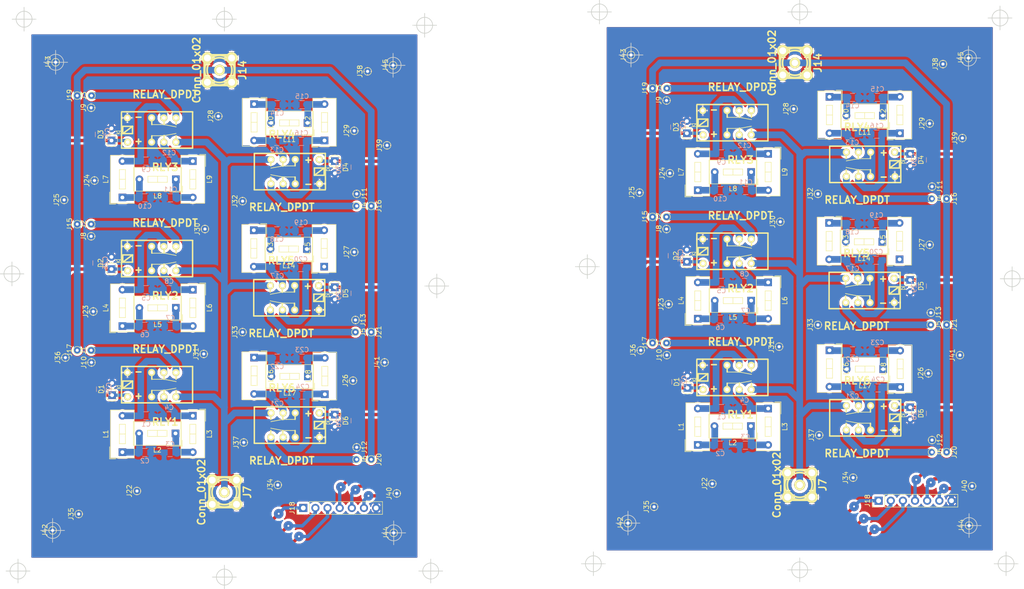
<source format=kicad_pcb>
(kicad_pcb (version 4) (host pcbnew 4.0.7)
  (layers (0 F.Cu signal) (31 B.Cu signal) (34 B.Paste user) (35 F.Paste user) (36 B.SilkS user) (37 F.SilkS user) (38 B.Mask user) (39 F.Mask user) (44 Edge.Cuts user))
  (net 0 "")
  (net 1 "Net-(C1-Pad1)")
  (net 2 Earth)
  (net 3 "Net-(C2-Pad1)")
  (net 4 "Net-(C3-Pad1)")
  (net 5 "Net-(C4-Pad1)")
  (net 6 "Net-(C5-Pad1)")
  (net 7 "Net-(C6-Pad1)")
  (net 8 "Net-(C7-Pad1)")
  (net 9 "Net-(C8-Pad1)")
  (net 10 "Net-(C9-Pad1)")
  (net 11 "Net-(C10-Pad1)")
  (net 12 "Net-(C11-Pad1)")
  (net 13 "Net-(C12-Pad1)")
  (net 14 "Net-(C13-Pad1)")
  (net 15 "Net-(C14-Pad1)")
  (net 16 "Net-(C15-Pad1)")
  (net 17 "Net-(C16-Pad1)")
  (net 18 "Net-(C17-Pad1)")
  (net 19 "Net-(C18-Pad1)")
  (net 20 "Net-(C19-Pad1)")
  (net 21 "Net-(C20-Pad1)")
  (net 22 "Net-(C21-Pad1)")
  (net 23 "Net-(C22-Pad1)")
  (net 24 "Net-(C23-Pad1)")
  (net 25 "Net-(C24-Pad1)")
  (net 26 F0)
  (net 27 F1)
  (net 28 F2)
  (net 29 F3)
  (net 30 F4)
  (net 31 F5)
  (net 32 FRQOUT)
  (net 33 FRQIN)
  (net 34 "Net-(J1-Pad1)")
  (net 35 "Net-(J2-Pad1)")
  (net 36 "Net-(J3-Pad1)")
  (net 37 "Net-(J4-Pad1)")
  (net 38 "Net-(J5-Pad1)")
  (net 39 "Net-(J6-Pad1)")
  (module Connectors:PINTST (layer F.Cu) (at 244.602 43.434 90)
    (fp_text reference J45 (at 0 -1.6 90) (layer F.SilkS))
    (fp_text value Conn_01x01)
    (pad 1 thru_hole circle (at 0 0 90) (size 1.143 1.143) (drill 0.635) (layers *.Cu *.Mask) (net 2 Earth))
  )
  (module Connectors:PINTST (layer F.Cu) (at 244.729 141.351 90)
    (fp_text reference J44 (at 0 -1.6 90) (layer F.SilkS))
    (fp_text value Conn_01x01)
    (pad 1 thru_hole circle (at 0 0 90) (size 1.143 1.143) (drill 0.635) (layers *.Cu *.Mask) (net 2 Earth))
  )
  (module Connectors:PINTST (layer F.Cu) (at 173.99 42.799 90)
    (fp_text reference J43 (at 0 -1.6 90) (layer F.SilkS))
    (fp_text value Conn_01x01)
    (pad 1 thru_hole circle (at 0 0 90) (size 1.143 1.143) (drill 0.635) (layers *.Cu *.Mask) (net 2 Earth))
  )
  (module Connectors:PINTST (layer F.Cu) (at 173.355 140.843 90)
    (fp_text reference J42 (at 0 -1.6 90) (layer F.SilkS))
    (fp_text value Conn_01x01)
    (pad 1 thru_hole circle (at 0 0 90) (size 1.143 1.143) (drill 0.635) (layers *.Cu *.Mask) (net 2 Earth))
  )
  (module Connectors:PINTST (layer F.Cu) (at 242.824 105.664 90)
    (fp_text reference J41 (at 0 -1.6 90) (layer F.SilkS))
    (fp_text value Conn_01x01)
    (pad 1 thru_hole circle (at 0 0 90) (size 1.143 1.143) (drill 0.635) (layers *.Cu *.Mask) (net 2 Earth))
  )
  (module Connectors:PINTST (layer F.Cu) (at 245.364 133.096 90)
    (fp_text reference J40 (at 0 -1.6 90) (layer F.SilkS))
    (fp_text value Conn_01x01)
    (pad 1 thru_hole circle (at 0 0 90) (size 1.143 1.143) (drill 0.635) (layers *.Cu *.Mask) (net 2 Earth))
  )
  (module Connectors:PINTST (layer F.Cu) (at 243.332 60.198 90)
    (fp_text reference J39 (at 0 -1.6 90) (layer F.SilkS))
    (fp_text value Conn_01x01)
    (pad 1 thru_hole circle (at 0 0 90) (size 1.143 1.143) (drill 0.635) (layers *.Cu *.Mask) (net 2 Earth))
  )
  (module Connectors:PINTST (layer F.Cu) (at 239.268 44.704 90)
    (fp_text reference J38 (at 0 -1.6 90) (layer F.SilkS))
    (fp_text value Conn_01x01)
    (pad 1 thru_hole circle (at 0 0 90) (size 1.143 1.143) (drill 0.635) (layers *.Cu *.Mask) (net 2 Earth))
  )
  (module Connectors:PINTST (layer F.Cu) (at 213.36 122.428 90)
    (fp_text reference J37 (at 0 -1.6 90) (layer F.SilkS))
    (fp_text value Conn_01x01)
    (pad 1 thru_hole circle (at 0 0 90) (size 1.143 1.143) (drill 0.635) (layers *.Cu *.Mask) (net 2 Earth))
  )
  (module Connectors:PINTST (layer F.Cu) (at 176.022 104.648 90)
    (fp_text reference J36 (at 0 -1.6 90) (layer F.SilkS))
    (fp_text value Conn_01x01)
    (pad 1 thru_hole circle (at 0 0 90) (size 1.143 1.143) (drill 0.635) (layers *.Cu *.Mask) (net 2 Earth))
  )
  (module Connectors:PINTST (layer F.Cu) (at 178.816 137.414 90)
    (fp_text reference J35 (at 0 -1.6 90) (layer F.SilkS))
    (fp_text value Conn_01x01)
    (pad 1 thru_hole circle (at 0 0 90) (size 1.143 1.143) (drill 0.635) (layers *.Cu *.Mask) (net 2 Earth))
  )
  (module Connectors:PINTST (layer F.Cu) (at 220.472 131.318 90)
    (fp_text reference J34 (at 0 -1.6 90) (layer F.SilkS))
    (fp_text value Conn_01x01)
    (pad 1 thru_hole circle (at 0 0 90) (size 1.143 1.143) (drill 0.635) (layers *.Cu *.Mask) (net 2 Earth))
  )
  (module Connectors:PINTST (layer F.Cu) (at 213.106 99.314 90)
    (fp_text reference J33 (at 0 -1.6 90) (layer F.SilkS))
    (fp_text value Conn_01x01)
    (pad 1 thru_hole circle (at 0 0 90) (size 1.143 1.143) (drill 0.635) (layers *.Cu *.Mask) (net 2 Earth))
  )
  (module Connectors:PINTST (layer F.Cu) (at 213.106 71.882 90)
    (fp_text reference J32 (at 0 -1.6 90) (layer F.SilkS))
    (fp_text value Conn_01x01)
    (pad 1 thru_hole circle (at 0 0 90) (size 1.143 1.143) (drill 0.635) (layers *.Cu *.Mask) (net 2 Earth))
  )
  (module Connectors:PINTST (layer F.Cu) (at 204.978 103.886 90)
    (fp_text reference J31 (at 0 -1.6 90) (layer F.SilkS))
    (fp_text value Conn_01x01)
    (pad 1 thru_hole circle (at 0 0 90) (size 1.143 1.143) (drill 0.635) (layers *.Cu *.Mask) (net 2 Earth))
  )
  (module Connectors:PINTST (layer F.Cu) (at 205.232 77.724 90)
    (fp_text reference J30 (at 0 -1.6 90) (layer F.SilkS))
    (fp_text value Conn_01x01)
    (pad 1 thru_hole circle (at 0 0 90) (size 1.143 1.143) (drill 0.635) (layers *.Cu *.Mask) (net 2 Earth))
  )
  (module Connectors:PINTST (layer F.Cu) (at 236.474 57.15 90)
    (fp_text reference J29 (at 0 -1.6 90) (layer F.SilkS))
    (fp_text value Conn_01x01)
    (pad 1 thru_hole circle (at 0 0 90) (size 1.143 1.143) (drill 0.635) (layers *.Cu *.Mask) (net 2 Earth))
  )
  (module Connectors:PINTST (layer F.Cu) (at 208.026 54.102 90)
    (fp_text reference J28 (at 0 -1.6 90) (layer F.SilkS))
    (fp_text value Conn_01x01)
    (pad 1 thru_hole circle (at 0 0 90) (size 1.143 1.143) (drill 0.635) (layers *.Cu *.Mask) (net 2 Earth))
  )
  (module Connectors:PINTST (layer F.Cu) (at 236.474 82.55 90)
    (fp_text reference J27 (at 0 -1.6 90) (layer F.SilkS))
    (fp_text value Conn_01x01)
    (pad 1 thru_hole circle (at 0 0 90) (size 1.143 1.143) (drill 0.635) (layers *.Cu *.Mask) (net 2 Earth))
  )
  (module Connectors:PINTST (layer F.Cu) (at 236.22 109.474 90)
    (fp_text reference J26 (at 0 -1.6 90) (layer F.SilkS))
    (fp_text value Conn_01x01)
    (pad 1 thru_hole circle (at 0 0 90) (size 1.143 1.143) (drill 0.635) (layers *.Cu *.Mask) (net 2 Earth))
  )
  (module Connectors:PINTST (layer F.Cu) (at 175.768 71.628 90)
    (fp_text reference J25 (at 0 -1.6 90) (layer F.SilkS))
    (fp_text value Conn_01x01)
    (pad 1 thru_hole circle (at 0 0 90) (size 1.143 1.143) (drill 0.635) (layers *.Cu *.Mask) (net 2 Earth))
  )
  (module Connectors:PINTST (layer F.Cu) (at 182.118 67.564 90)
    (fp_text reference J24 (at 0 -1.6 90) (layer F.SilkS))
    (fp_text value Conn_01x01)
    (pad 1 thru_hole circle (at 0 0 90) (size 1.143 1.143) (drill 0.635) (layers *.Cu *.Mask) (net 2 Earth))
  )
  (module Connectors:PINTST (layer F.Cu) (at 181.864 94.996 90)
    (fp_text reference J23 (at 0 -1.6 90) (layer F.SilkS))
    (fp_text value Conn_01x01)
    (pad 1 thru_hole circle (at 0 0 90) (size 1.143 1.143) (drill 0.635) (layers *.Cu *.Mask) (net 2 Earth))
  )
  (module Connectors:PINTST (layer F.Cu) (at 191.008 132.588 90)
    (fp_text reference J22 (at 0 -1.6 90) (layer F.SilkS))
    (fp_text value Conn_01x01)
    (pad 1 thru_hole circle (at 0 0 90) (size 1.143 1.143) (drill 0.635) (layers *.Cu *.Mask) (net 2 Earth))
  )
  (module Capacitors_SMD:C_0805_HandSoldering (layer B.Cu) (at 234.95 64.77 270)
    (fp_text reference C30 (at 0 1.75 270) (layer B.SilkS) (effects (justify mirror)))
    (fp_text value C)
    (pad 1 smd rect (at -1.25 0 270) (size 1.5 1.25) (layers F.Cu F.Paste F.Mask) (net 29 F3))
    (pad 2 smd rect (at 1.25 0 270) (size 1.5 1.25) (layers F.Cu F.Paste F.Mask) (net 2 Earth))
  )
  (module Capacitors_SMD:C_0805_HandSoldering (layer B.Cu) (at 234.95 91.186 270)
    (fp_text reference C29 (at 0 1.75 270) (layer B.SilkS) (effects (justify mirror)))
    (fp_text value C)
    (pad 1 smd rect (at -1.25 0 270) (size 1.5 1.25) (layers F.Cu F.Paste F.Mask) (net 30 F4))
    (pad 2 smd rect (at 1.25 0 270) (size 1.5 1.25) (layers F.Cu F.Paste F.Mask) (net 2 Earth))
  )
  (module Capacitors_SMD:C_0805_HandSoldering (layer B.Cu) (at 234.95 117.856 270)
    (fp_text reference C28 (at 0 1.75 270) (layer B.SilkS) (effects (justify mirror)))
    (fp_text value C)
    (pad 1 smd rect (at -1.25 0 270) (size 1.5 1.25) (layers F.Cu F.Paste F.Mask) (net 31 F5))
    (pad 2 smd rect (at 1.25 0 270) (size 1.5 1.25) (layers F.Cu F.Paste F.Mask) (net 2 Earth))
  )
  (module Capacitors_SMD:C_0805_HandSoldering (layer B.Cu) (at 183.134 57.912 90)
    (fp_text reference C27 (at 0 1.75 90) (layer B.SilkS) (effects (justify mirror)))
    (fp_text value C)
    (pad 1 smd rect (at -1.25 0 90) (size 1.5 1.25) (layers F.Cu F.Paste F.Mask) (net 28 F2))
    (pad 2 smd rect (at 1.25 0 90) (size 1.5 1.25) (layers F.Cu F.Paste F.Mask) (net 2 Earth))
  )
  (module Capacitors_SMD:C_0805_HandSoldering (layer B.Cu) (at 182.626 84.836 90)
    (fp_text reference C26 (at 0 1.75 90) (layer B.SilkS) (effects (justify mirror)))
    (fp_text value C)
    (pad 1 smd rect (at -1.25 0 90) (size 1.5 1.25) (layers F.Cu F.Paste F.Mask) (net 27 F1))
    (pad 2 smd rect (at 1.25 0 90) (size 1.5 1.25) (layers F.Cu F.Paste F.Mask) (net 2 Earth))
  )
  (module Capacitors_SMD:C_0805_HandSoldering (layer B.Cu) (at 183.388 111.252 90)
    (fp_text reference C25 (at 0 1.75 90) (layer B.SilkS) (effects (justify mirror)))
    (fp_text value C)
    (pad 1 smd rect (at -1.25 0 90) (size 1.5 1.25) (layers F.Cu F.Paste F.Mask) (net 26 F0))
    (pad 2 smd rect (at 1.25 0 90) (size 1.5 1.25) (layers F.Cu F.Paste F.Mask) (net 2 Earth))
  )
  (module Pin_Headers:Pin_Header_Straight_1x07_Pitch2.54mm (layer F.Cu) (at 225.806 136.144 90)
    (fp_text reference J18 (at 0 -2.33 90) (layer F.SilkS))
    (fp_text value Conn_01x07)
    (pad 1 thru_hole rect (at 0 0 90) (size 1.7 1.7) (drill 1) (layers *.Cu *.Mask) (net 26 F0))
    (pad 2 thru_hole oval (at 0 2.54 90) (size 1.7 1.7) (drill 1) (layers *.Cu *.Mask) (net 27 F1))
    (pad 3 thru_hole oval (at 0 5.08 90) (size 1.7 1.7) (drill 1) (layers *.Cu *.Mask) (net 28 F2))
    (pad 4 thru_hole oval (at 0 7.62 90) (size 1.7 1.7) (drill 1) (layers *.Cu *.Mask) (net 31 F5))
    (pad 5 thru_hole oval (at 0 10.16 90) (size 1.7 1.7) (drill 1) (layers *.Cu *.Mask) (net 30 F4))
    (pad 6 thru_hole oval (at 0 12.7 90) (size 1.7 1.7) (drill 1) (layers *.Cu *.Mask) (net 29 F3))
    (pad 7 thru_hole oval (at 0 15.24 90) (size 1.7 1.7) (drill 1) (layers *.Cu *.Mask) (net 2 Earth))
  )
  (module Diodes_THT:D_DO-35_SOD27_P2.54mm_Vertical_AnodeUp (layer F.Cu) (at 232.41 116.586 270)
    (fp_text reference D6 (at 1.27 -2.266371 270) (layer F.SilkS))
    (fp_text value D)
    (pad 1 thru_hole rect (at 0 0 270) (size 1.6 1.6) (drill 0.8) (layers *.Cu *.Mask) (net 31 F5))
    (pad 2 thru_hole oval (at 2.54 0 270) (size 1.6 1.6) (drill 0.8) (layers *.Cu *.Mask) (net 2 Earth))
  )
  (module Diodes_THT:D_DO-35_SOD27_P2.54mm_Vertical_AnodeUp (layer F.Cu) (at 232.41 89.916 270)
    (fp_text reference D5 (at 1.27 -2.266371 270) (layer F.SilkS))
    (fp_text value D)
    (pad 1 thru_hole rect (at 0 0 270) (size 1.6 1.6) (drill 0.8) (layers *.Cu *.Mask) (net 30 F4))
    (pad 2 thru_hole oval (at 2.54 0 270) (size 1.6 1.6) (drill 0.8) (layers *.Cu *.Mask) (net 2 Earth))
  )
  (module Diodes_THT:D_DO-35_SOD27_P2.54mm_Vertical_AnodeUp (layer F.Cu) (at 232.41 63.5 270)
    (fp_text reference D4 (at 1.27 -2.266371 270) (layer F.SilkS))
    (fp_text value D)
    (pad 1 thru_hole rect (at 0 0 270) (size 1.6 1.6) (drill 0.8) (layers *.Cu *.Mask) (net 29 F3))
    (pad 2 thru_hole oval (at 2.54 0 270) (size 1.6 1.6) (drill 0.8) (layers *.Cu *.Mask) (net 2 Earth))
  )
  (module Diodes_THT:D_DO-35_SOD27_P2.54mm_Vertical_AnodeUp (layer F.Cu) (at 185.674 59.182 90)
    (fp_text reference D3 (at 1.27 -2.266371 90) (layer F.SilkS))
    (fp_text value D)
    (pad 1 thru_hole rect (at 0 0 90) (size 1.6 1.6) (drill 0.8) (layers *.Cu *.Mask) (net 28 F2))
    (pad 2 thru_hole oval (at 2.54 0 90) (size 1.6 1.6) (drill 0.8) (layers *.Cu *.Mask) (net 2 Earth))
  )
  (module Diodes_THT:D_DO-35_SOD27_P2.54mm_Vertical_AnodeUp (layer F.Cu) (at 185.674 86.106 90)
    (fp_text reference D2 (at 1.27 -2.266371 90) (layer F.SilkS))
    (fp_text value D)
    (pad 1 thru_hole rect (at 0 0 90) (size 1.6 1.6) (drill 0.8) (layers *.Cu *.Mask) (net 27 F1))
    (pad 2 thru_hole oval (at 2.54 0 90) (size 1.6 1.6) (drill 0.8) (layers *.Cu *.Mask) (net 2 Earth))
  )
  (module Diodes_THT:D_DO-35_SOD27_P2.54mm_Vertical_AnodeUp (layer F.Cu) (at 185.801 112.522 90)
    (fp_text reference D1 (at 1.27 -2.266371 90) (layer F.SilkS))
    (fp_text value D)
    (pad 1 thru_hole rect (at 0 0 90) (size 1.6 1.6) (drill 0.8) (layers *.Cu *.Mask) (net 26 F0))
    (pad 2 thru_hole oval (at 2.54 0 90) (size 1.6 1.6) (drill 0.8) (layers *.Cu *.Mask) (net 2 Earth))
  )
  (module w_relay:relay_NA5W-K_Fujitsu_Takamisawa (layer F.Cu) (at 230.251 114.808 180)
    (fp_text reference RLY6 (at 8.9408 3.81 180) (layer F.SilkS) (effects (font (thickness 0.3048))))
    (fp_text value RELAY_DPDT (at 8.9408 -11.43 180) (layer F.SilkS) (effects (font (thickness 0.3048))))
    (pad 1 thru_hole circle (at 1.0954 -1.43952 180) (size 1.5 1.5) (drill 0.8001) (layers *.Cu *.Mask F.SilkS) (net 31 F5))
    (pad 2 thru_hole circle (at 6.1246 -1.43952 180) (size 1.5 1.5) (drill 0.8001) (layers *.Cu *.Mask F.SilkS) (net 2 Earth))
    (pad 3 thru_hole circle (at 8.6646 -1.43952 180) (size 1.5 1.5) (drill 0.8001) (layers *.Cu *.Mask F.SilkS) (net 22 "Net-(C21-Pad1)"))
    (pad 4 thru_hole circle (at 11.2046 -1.43952 180) (size 1.5 1.5) (drill 0.8001) (layers *.Cu *.Mask F.SilkS) (net 33 FRQIN))
    (pad 5 thru_hole circle (at 11.2046 -6.51952 180) (size 1.5 1.5) (drill 0.8001) (layers *.Cu *.Mask F.SilkS) (net 39 "Net-(J6-Pad1)"))
    (pad 6 thru_hole circle (at 8.6646 -6.51952 180) (size 1.5 1.5) (drill 0.8001) (layers *.Cu *.Mask F.SilkS) (net 25 "Net-(C24-Pad1)"))
    (pad 7 thru_hole circle (at 6.1246 -6.51952 180) (size 1.5 1.5) (drill 0.8001) (layers *.Cu *.Mask F.SilkS) (net 2 Earth))
    (pad 8 thru_hole circle (at 1.0446 -6.51952 180) (size 1.5 1.5) (drill 0.8001) (layers *.Cu *.Mask F.SilkS) (net 2 Earth))
  )
  (module w_relay:relay_NA5W-K_Fujitsu_Takamisawa (layer F.Cu) (at 230.124 88.138 180)
    (fp_text reference RLY5 (at 8.9408 3.81 180) (layer F.SilkS) (effects (font (thickness 0.3048))))
    (fp_text value RELAY_DPDT (at 8.9408 -11.43 180) (layer F.SilkS) (effects (font (thickness 0.3048))))
    (pad 1 thru_hole circle (at 1.0954 -1.43952 180) (size 1.5 1.5) (drill 0.8001) (layers *.Cu *.Mask F.SilkS) (net 30 F4))
    (pad 2 thru_hole circle (at 6.1246 -1.43952 180) (size 1.5 1.5) (drill 0.8001) (layers *.Cu *.Mask F.SilkS) (net 2 Earth))
    (pad 3 thru_hole circle (at 8.6646 -1.43952 180) (size 1.5 1.5) (drill 0.8001) (layers *.Cu *.Mask F.SilkS) (net 18 "Net-(C17-Pad1)"))
    (pad 4 thru_hole circle (at 11.2046 -1.43952 180) (size 1.5 1.5) (drill 0.8001) (layers *.Cu *.Mask F.SilkS) (net 33 FRQIN))
    (pad 5 thru_hole circle (at 11.2046 -6.51952 180) (size 1.5 1.5) (drill 0.8001) (layers *.Cu *.Mask F.SilkS) (net 38 "Net-(J5-Pad1)"))
    (pad 6 thru_hole circle (at 8.6646 -6.51952 180) (size 1.5 1.5) (drill 0.8001) (layers *.Cu *.Mask F.SilkS) (net 21 "Net-(C20-Pad1)"))
    (pad 7 thru_hole circle (at 6.1246 -6.51952 180) (size 1.5 1.5) (drill 0.8001) (layers *.Cu *.Mask F.SilkS) (net 2 Earth))
    (pad 8 thru_hole circle (at 1.0446 -6.51952 180) (size 1.5 1.5) (drill 0.8001) (layers *.Cu *.Mask F.SilkS) (net 2 Earth))
  )
  (module w_relay:relay_NA5W-K_Fujitsu_Takamisawa (layer F.Cu) (at 230.251 61.722 180)
    (fp_text reference RLY4 (at 8.9408 3.81 180) (layer F.SilkS) (effects (font (thickness 0.3048))))
    (fp_text value RELAY_DPDT (at 8.9408 -11.43 180) (layer F.SilkS) (effects (font (thickness 0.3048))))
    (pad 1 thru_hole circle (at 1.0954 -1.43952 180) (size 1.5 1.5) (drill 0.8001) (layers *.Cu *.Mask F.SilkS) (net 29 F3))
    (pad 2 thru_hole circle (at 6.1246 -1.43952 180) (size 1.5 1.5) (drill 0.8001) (layers *.Cu *.Mask F.SilkS) (net 2 Earth))
    (pad 3 thru_hole circle (at 8.6646 -1.43952 180) (size 1.5 1.5) (drill 0.8001) (layers *.Cu *.Mask F.SilkS) (net 14 "Net-(C13-Pad1)"))
    (pad 4 thru_hole circle (at 11.2046 -1.43952 180) (size 1.5 1.5) (drill 0.8001) (layers *.Cu *.Mask F.SilkS) (net 33 FRQIN))
    (pad 5 thru_hole circle (at 11.2046 -6.51952 180) (size 1.5 1.5) (drill 0.8001) (layers *.Cu *.Mask F.SilkS) (net 37 "Net-(J4-Pad1)"))
    (pad 6 thru_hole circle (at 8.6646 -6.51952 180) (size 1.5 1.5) (drill 0.8001) (layers *.Cu *.Mask F.SilkS) (net 17 "Net-(C16-Pad1)"))
    (pad 7 thru_hole circle (at 6.1246 -6.51952 180) (size 1.5 1.5) (drill 0.8001) (layers *.Cu *.Mask F.SilkS) (net 2 Earth))
    (pad 8 thru_hole circle (at 1.0446 -6.51952 180) (size 1.5 1.5) (drill 0.8001) (layers *.Cu *.Mask F.SilkS) (net 2 Earth))
  )
  (module w_relay:relay_NA5W-K_Fujitsu_Takamisawa (layer F.Cu) (at 187.96 60.96)
    (fp_text reference RLY3 (at 8.9408 3.81) (layer F.SilkS) (effects (font (thickness 0.3048))))
    (fp_text value RELAY_DPDT (at 8.9408 -11.43) (layer F.SilkS) (effects (font (thickness 0.3048))))
    (pad 1 thru_hole circle (at 1.0954 -1.43952) (size 1.5 1.5) (drill 0.8001) (layers *.Cu *.Mask F.SilkS) (net 28 F2))
    (pad 2 thru_hole circle (at 6.1246 -1.43952) (size 1.5 1.5) (drill 0.8001) (layers *.Cu *.Mask F.SilkS) (net 2 Earth))
    (pad 3 thru_hole circle (at 8.6646 -1.43952) (size 1.5 1.5) (drill 0.8001) (layers *.Cu *.Mask F.SilkS) (net 13 "Net-(C12-Pad1)"))
    (pad 4 thru_hole circle (at 11.2046 -1.43952) (size 1.5 1.5) (drill 0.8001) (layers *.Cu *.Mask F.SilkS) (net 33 FRQIN))
    (pad 5 thru_hole circle (at 11.2046 -6.51952) (size 1.5 1.5) (drill 0.8001) (layers *.Cu *.Mask F.SilkS) (net 36 "Net-(J3-Pad1)"))
    (pad 6 thru_hole circle (at 8.6646 -6.51952) (size 1.5 1.5) (drill 0.8001) (layers *.Cu *.Mask F.SilkS) (net 10 "Net-(C9-Pad1)"))
    (pad 7 thru_hole circle (at 6.1246 -6.51952) (size 1.5 1.5) (drill 0.8001) (layers *.Cu *.Mask F.SilkS) (net 2 Earth))
    (pad 8 thru_hole circle (at 1.0446 -6.51952) (size 1.5 1.5) (drill 0.8001) (layers *.Cu *.Mask F.SilkS) (net 2 Earth))
  )
  (module w_relay:relay_NA5W-K_Fujitsu_Takamisawa (layer F.Cu) (at 187.96 87.884)
    (fp_text reference RLY2 (at 8.9408 3.81) (layer F.SilkS) (effects (font (thickness 0.3048))))
    (fp_text value RELAY_DPDT (at 8.9408 -11.43) (layer F.SilkS) (effects (font (thickness 0.3048))))
    (pad 1 thru_hole circle (at 1.0954 -1.43952) (size 1.5 1.5) (drill 0.8001) (layers *.Cu *.Mask F.SilkS) (net 27 F1))
    (pad 2 thru_hole circle (at 6.1246 -1.43952) (size 1.5 1.5) (drill 0.8001) (layers *.Cu *.Mask F.SilkS) (net 2 Earth))
    (pad 3 thru_hole circle (at 8.6646 -1.43952) (size 1.5 1.5) (drill 0.8001) (layers *.Cu *.Mask F.SilkS) (net 9 "Net-(C8-Pad1)"))
    (pad 4 thru_hole circle (at 11.2046 -1.43952) (size 1.5 1.5) (drill 0.8001) (layers *.Cu *.Mask F.SilkS) (net 33 FRQIN))
    (pad 5 thru_hole circle (at 11.2046 -6.51952) (size 1.5 1.5) (drill 0.8001) (layers *.Cu *.Mask F.SilkS) (net 35 "Net-(J2-Pad1)"))
    (pad 6 thru_hole circle (at 8.6646 -6.51952) (size 1.5 1.5) (drill 0.8001) (layers *.Cu *.Mask F.SilkS) (net 6 "Net-(C5-Pad1)"))
    (pad 7 thru_hole circle (at 6.1246 -6.51952) (size 1.5 1.5) (drill 0.8001) (layers *.Cu *.Mask F.SilkS) (net 2 Earth))
    (pad 8 thru_hole circle (at 1.0446 -6.51952) (size 1.5 1.5) (drill 0.8001) (layers *.Cu *.Mask F.SilkS) (net 2 Earth))
  )
  (module w_relay:relay_NA5W-K_Fujitsu_Takamisawa (layer F.Cu) (at 187.96 114.3)
    (fp_text reference RLY1 (at 8.9408 3.81) (layer F.SilkS) (effects (font (thickness 0.3048))))
    (fp_text value RELAY_DPDT (at 8.9408 -11.43) (layer F.SilkS) (effects (font (thickness 0.3048))))
    (pad 1 thru_hole circle (at 1.0954 -1.43952) (size 1.5 1.5) (drill 0.8001) (layers *.Cu *.Mask F.SilkS) (net 26 F0))
    (pad 2 thru_hole circle (at 6.1246 -1.43952) (size 1.5 1.5) (drill 0.8001) (layers *.Cu *.Mask F.SilkS) (net 2 Earth))
    (pad 3 thru_hole circle (at 8.6646 -1.43952) (size 1.5 1.5) (drill 0.8001) (layers *.Cu *.Mask F.SilkS) (net 5 "Net-(C4-Pad1)"))
    (pad 4 thru_hole circle (at 11.2046 -1.43952) (size 1.5 1.5) (drill 0.8001) (layers *.Cu *.Mask F.SilkS) (net 33 FRQIN))
    (pad 5 thru_hole circle (at 11.2046 -6.51952) (size 1.5 1.5) (drill 0.8001) (layers *.Cu *.Mask F.SilkS) (net 34 "Net-(J1-Pad1)"))
    (pad 6 thru_hole circle (at 8.6646 -6.51952) (size 1.5 1.5) (drill 0.8001) (layers *.Cu *.Mask F.SilkS) (net 1 "Net-(C1-Pad1)"))
    (pad 7 thru_hole circle (at 6.1246 -6.51952) (size 1.5 1.5) (drill 0.8001) (layers *.Cu *.Mask F.SilkS) (net 2 Earth))
    (pad 8 thru_hole circle (at 1.0446 -6.51952) (size 1.5 1.5) (drill 0.8001) (layers *.Cu *.Mask F.SilkS) (net 2 Earth))
  )
  (module Connectors:PINTST (layer F.Cu) (at 178.4985 103.124 90)
    (fp_text reference J17 (at 0 -1.6 90) (layer F.SilkS))
    (fp_text value Conn_01x01)
    (pad 1 thru_hole circle (at 0 0 90) (size 1.143 1.143) (drill 0.635) (layers *.Cu *.Mask) (net 32 FRQOUT))
  )
  (module Connectors:PINTST (layer F.Cu) (at 240.03 72.898 270)
    (fp_text reference J16 (at 0 -1.6 270) (layer F.SilkS))
    (fp_text value Conn_01x01)
    (pad 1 thru_hole circle (at 0 0 270) (size 1.143 1.143) (drill 0.635) (layers *.Cu *.Mask) (net 32 FRQOUT))
  )
  (module Connectors:PINTST (layer F.Cu) (at 178.4985 76.708 90)
    (fp_text reference J15 (at 0 -1.6 90) (layer F.SilkS))
    (fp_text value Conn_01x01)
    (pad 1 thru_hole circle (at 0 0 90) (size 1.143 1.143) (drill 0.635) (layers *.Cu *.Mask) (net 32 FRQOUT))
  )
  (module Connectors_RF:sma_straight_32k101-400l5 (layer F.Cu) (at 208.28 44.45 90)
    (fp_text reference J14 (at 0 4.8 90) (layer F.SilkS) (effects (font (thickness 0.3048))))
    (fp_text value Conn_01x02 (at 0 -4.8 90) (layer F.SilkS) (effects (font (thickness 0.3048))))
    (pad 1 thru_hole circle (at 0 0 90) (size 2.3 2.3) (drill 1.35) (layers *.Cu *.Mask F.SilkS) (net 32 FRQOUT))
    (pad 2 thru_hole circle (at 2.54 -2.54 90) (size 2.5 2.5) (drill 1.45) (layers *.Cu *.Mask F.SilkS) (net 2 Earth))
    (pad 2 thru_hole circle (at -2.54 -2.54 90) (size 2.5 2.5) (drill 1.45) (layers *.Cu *.Mask F.SilkS) (net 2 Earth))
    (pad 2 thru_hole circle (at -2.54 2.54 90) (size 2.5 2.5) (drill 1.45) (layers *.Cu *.Mask F.SilkS) (net 2 Earth))
    (pad 2 thru_hole circle (at 2.54 2.54 90) (size 2.5 2.5) (drill 1.45) (layers *.Cu *.Mask F.SilkS) (net 2 Earth))
  )
  (module Connectors:PINTST (layer F.Cu) (at 236.982 70.358 270)
    (fp_text reference J11 (at 0 -1.6 270) (layer F.SilkS))
    (fp_text value Conn_01x01)
    (pad 1 thru_hole circle (at 0 0 270) (size 1.143 1.143) (drill 0.635) (layers *.Cu *.Mask) (net 2 Earth))
  )
  (module Connectors:PINTST (layer F.Cu) (at 181.483 105.664 90)
    (fp_text reference J10 (at 0 -1.6 90) (layer F.SilkS))
    (fp_text value Conn_01x01)
    (pad 1 thru_hole circle (at 0 0 90) (size 1.143 1.143) (drill 0.635) (layers *.Cu *.Mask) (net 2 Earth))
  )
  (module Connectors_RF:sma_straight_32k101-400l5 (layer F.Cu) (at 209.296 132.842 90)
    (fp_text reference J7 (at 0 4.8 90) (layer F.SilkS) (effects (font (thickness 0.3048))))
    (fp_text value Conn_01x02 (at 0 -4.8 90) (layer F.SilkS) (effects (font (thickness 0.3048))))
    (pad 1 thru_hole circle (at 0 0 90) (size 2.3 2.3) (drill 1.35) (layers *.Cu *.Mask F.SilkS) (net 33 FRQIN))
    (pad 2 thru_hole circle (at 2.54 -2.54 90) (size 2.5 2.5) (drill 1.45) (layers *.Cu *.Mask F.SilkS) (net 2 Earth))
    (pad 2 thru_hole circle (at -2.54 -2.54 90) (size 2.5 2.5) (drill 1.45) (layers *.Cu *.Mask F.SilkS) (net 2 Earth))
    (pad 2 thru_hole circle (at -2.54 2.54 90) (size 2.5 2.5) (drill 1.45) (layers *.Cu *.Mask F.SilkS) (net 2 Earth))
    (pad 2 thru_hole circle (at 2.54 2.54 90) (size 2.5 2.5) (drill 1.45) (layers *.Cu *.Mask F.SilkS) (net 2 Earth))
  )
  (module Buttons_Switches_THT:SW_DIP_x1_W7.62mm_Slide (layer F.Cu) (at 230.3145 112.3315 90)
    (fp_text reference L18 (at 3.81 -3.48 90) (layer F.SilkS))
    (fp_text value L)
    (pad 1 thru_hole rect (at 0 0 90) (size 1.6 1.6) (drill 0.8) (layers *.Cu *.Mask) (net 25 "Net-(C24-Pad1)"))
    (pad 2 thru_hole oval (at 7.62 0 90) (size 1.6 1.6) (drill 0.8) (layers *.Cu *.Mask) (net 24 "Net-(C23-Pad1)"))
  )
  (module Buttons_Switches_THT:SW_DIP_x1_W7.62mm_Slide (layer F.Cu) (at 226.7585 108.585 180)
    (fp_text reference L17 (at 3.81 -3.48 180) (layer F.SilkS))
    (fp_text value L)
    (pad 1 thru_hole rect (at 0 0 180) (size 1.6 1.6) (drill 0.8) (layers *.Cu *.Mask) (net 24 "Net-(C23-Pad1)"))
    (pad 2 thru_hole oval (at 7.62 0 180) (size 1.6 1.6) (drill 0.8) (layers *.Cu *.Mask) (net 23 "Net-(C22-Pad1)"))
  )
  (module Buttons_Switches_THT:SW_DIP_x1_W7.62mm_Slide (layer F.Cu) (at 215.519 104.648 270)
    (fp_text reference L16 (at 3.81 -3.48 270) (layer F.SilkS))
    (fp_text value L)
    (pad 1 thru_hole rect (at 0 0 270) (size 1.6 1.6) (drill 0.8) (layers *.Cu *.Mask) (net 23 "Net-(C22-Pad1)"))
    (pad 2 thru_hole oval (at 7.62 0 270) (size 1.6 1.6) (drill 0.8) (layers *.Cu *.Mask) (net 22 "Net-(C21-Pad1)"))
  )
  (module Buttons_Switches_THT:SW_DIP_x1_W7.62mm_Slide (layer F.Cu) (at 230.1875 85.598 90)
    (fp_text reference L15 (at 3.81 -3.48 90) (layer F.SilkS))
    (fp_text value L)
    (pad 1 thru_hole rect (at 0 0 90) (size 1.6 1.6) (drill 0.8) (layers *.Cu *.Mask) (net 21 "Net-(C20-Pad1)"))
    (pad 2 thru_hole oval (at 7.62 0 90) (size 1.6 1.6) (drill 0.8) (layers *.Cu *.Mask) (net 20 "Net-(C19-Pad1)"))
  )
  (module Buttons_Switches_THT:SW_DIP_x1_W7.62mm_Slide (layer F.Cu) (at 226.568 81.915 180)
    (fp_text reference L14 (at 3.81 -3.48 180) (layer F.SilkS))
    (fp_text value L)
    (pad 1 thru_hole rect (at 0 0 180) (size 1.6 1.6) (drill 0.8) (layers *.Cu *.Mask) (net 20 "Net-(C19-Pad1)"))
    (pad 2 thru_hole oval (at 7.62 0 180) (size 1.6 1.6) (drill 0.8) (layers *.Cu *.Mask) (net 19 "Net-(C18-Pad1)"))
  )
  (module Buttons_Switches_THT:SW_DIP_x1_W7.62mm_Slide (layer F.Cu) (at 215.4555 77.978 270)
    (fp_text reference L13 (at 3.81 -3.48 270) (layer F.SilkS))
    (fp_text value L)
    (pad 1 thru_hole rect (at 0 0 270) (size 1.6 1.6) (drill 0.8) (layers *.Cu *.Mask) (net 19 "Net-(C18-Pad1)"))
    (pad 2 thru_hole oval (at 7.62 0 270) (size 1.6 1.6) (drill 0.8) (layers *.Cu *.Mask) (net 18 "Net-(C17-Pad1)"))
  )
  (module Buttons_Switches_THT:SW_DIP_x1_W7.62mm_Slide (layer F.Cu) (at 230.251 59.182 90)
    (fp_text reference L12 (at 3.81 -3.48 90) (layer F.SilkS))
    (fp_text value L)
    (pad 1 thru_hole rect (at 0 0 90) (size 1.6 1.6) (drill 0.8) (layers *.Cu *.Mask) (net 17 "Net-(C16-Pad1)"))
    (pad 2 thru_hole oval (at 7.62 0 90) (size 1.6 1.6) (drill 0.8) (layers *.Cu *.Mask) (net 16 "Net-(C15-Pad1)"))
  )
  (module Buttons_Switches_THT:SW_DIP_x1_W7.62mm_Slide (layer F.Cu) (at 226.695 55.499 180)
    (fp_text reference L11 (at 3.81 -3.48 180) (layer F.SilkS))
    (fp_text value L)
    (pad 1 thru_hole rect (at 0 0 180) (size 1.6 1.6) (drill 0.8) (layers *.Cu *.Mask) (net 16 "Net-(C15-Pad1)"))
    (pad 2 thru_hole oval (at 7.62 0 180) (size 1.6 1.6) (drill 0.8) (layers *.Cu *.Mask) (net 15 "Net-(C14-Pad1)"))
  )
  (module Buttons_Switches_THT:SW_DIP_x1_W7.62mm_Slide (layer F.Cu) (at 215.519 51.562 270)
    (fp_text reference L10 (at 3.81 -3.48 270) (layer F.SilkS))
    (fp_text value L)
    (pad 1 thru_hole rect (at 0 0 270) (size 1.6 1.6) (drill 0.8) (layers *.Cu *.Mask) (net 15 "Net-(C14-Pad1)"))
    (pad 2 thru_hole oval (at 7.62 0 270) (size 1.6 1.6) (drill 0.8) (layers *.Cu *.Mask) (net 14 "Net-(C13-Pad1)"))
  )
  (module Buttons_Switches_THT:SW_DIP_x1_W7.62mm_Slide (layer F.Cu) (at 202.692 63.5 270)
    (fp_text reference L9 (at 3.81 -3.48 270) (layer F.SilkS))
    (fp_text value L)
    (pad 1 thru_hole rect (at 0 0 270) (size 1.6 1.6) (drill 0.8) (layers *.Cu *.Mask) (net 13 "Net-(C12-Pad1)"))
    (pad 2 thru_hole oval (at 7.62 0 270) (size 1.6 1.6) (drill 0.8) (layers *.Cu *.Mask) (net 12 "Net-(C11-Pad1)"))
  )
  (module Buttons_Switches_THT:SW_DIP_x1_W7.62mm_Slide (layer F.Cu) (at 199.136 67.31 180)
    (fp_text reference L8 (at 3.81 -3.48 180) (layer F.SilkS))
    (fp_text value L)
    (pad 1 thru_hole rect (at 0 0 180) (size 1.6 1.6) (drill 0.8) (layers *.Cu *.Mask) (net 12 "Net-(C11-Pad1)"))
    (pad 2 thru_hole oval (at 7.62 0 180) (size 1.6 1.6) (drill 0.8) (layers *.Cu *.Mask) (net 11 "Net-(C10-Pad1)"))
  )
  (module Buttons_Switches_THT:SW_DIP_x1_W7.62mm_Slide (layer F.Cu) (at 187.96 71.12 90)
    (fp_text reference L7 (at 3.81 -3.48 90) (layer F.SilkS))
    (fp_text value L)
    (pad 1 thru_hole rect (at 0 0 90) (size 1.6 1.6) (drill 0.8) (layers *.Cu *.Mask) (net 11 "Net-(C10-Pad1)"))
    (pad 2 thru_hole oval (at 7.62 0 90) (size 1.6 1.6) (drill 0.8) (layers *.Cu *.Mask) (net 10 "Net-(C9-Pad1)"))
  )
  (module Buttons_Switches_THT:SW_DIP_x1_W7.62mm_Slide (layer F.Cu) (at 202.692 90.424 270)
    (fp_text reference L6 (at 3.81 -3.48 270) (layer F.SilkS))
    (fp_text value L)
    (pad 1 thru_hole rect (at 0 0 270) (size 1.6 1.6) (drill 0.8) (layers *.Cu *.Mask) (net 9 "Net-(C8-Pad1)"))
    (pad 2 thru_hole oval (at 7.62 0 270) (size 1.6 1.6) (drill 0.8) (layers *.Cu *.Mask) (net 8 "Net-(C7-Pad1)"))
  )
  (module Buttons_Switches_THT:SW_DIP_x1_W7.62mm_Slide (layer F.Cu) (at 199.136 94.234 180)
    (fp_text reference L5 (at 3.81 -3.48 180) (layer F.SilkS))
    (fp_text value L)
    (pad 1 thru_hole rect (at 0 0 180) (size 1.6 1.6) (drill 0.8) (layers *.Cu *.Mask) (net 8 "Net-(C7-Pad1)"))
    (pad 2 thru_hole oval (at 7.62 0 180) (size 1.6 1.6) (drill 0.8) (layers *.Cu *.Mask) (net 7 "Net-(C6-Pad1)"))
  )
  (module Buttons_Switches_THT:SW_DIP_x1_W7.62mm_Slide (layer F.Cu) (at 187.96 98.044 90)
    (fp_text reference L4 (at 3.81 -3.48 90) (layer F.SilkS))
    (fp_text value L)
    (pad 1 thru_hole rect (at 0 0 90) (size 1.6 1.6) (drill 0.8) (layers *.Cu *.Mask) (net 7 "Net-(C6-Pad1)"))
    (pad 2 thru_hole oval (at 7.62 0 90) (size 1.6 1.6) (drill 0.8) (layers *.Cu *.Mask) (net 6 "Net-(C5-Pad1)"))
  )
  (module Buttons_Switches_THT:SW_DIP_x1_W7.62mm_Slide (layer F.Cu) (at 199.0725 120.523 180)
    (fp_text reference L2 (at 3.81 -3.48 180) (layer F.SilkS))
    (fp_text value L)
    (pad 1 thru_hole rect (at 0 0 180) (size 1.6 1.6) (drill 0.8) (layers *.Cu *.Mask) (net 4 "Net-(C3-Pad1)"))
    (pad 2 thru_hole oval (at 7.62 0 180) (size 1.6 1.6) (drill 0.8) (layers *.Cu *.Mask) (net 3 "Net-(C2-Pad1)"))
  )
  (module Buttons_Switches_THT:SW_DIP_x1_W7.62mm_Slide (layer F.Cu) (at 187.96 124.46 90)
    (fp_text reference L1 (at 3.81 -3.48 90) (layer F.SilkS))
    (fp_text value L)
    (pad 1 thru_hole rect (at 0 0 90) (size 1.6 1.6) (drill 0.8) (layers *.Cu *.Mask) (net 3 "Net-(C2-Pad1)"))
    (pad 2 thru_hole oval (at 7.62 0 90) (size 1.6 1.6) (drill 0.8) (layers *.Cu *.Mask) (net 1 "Net-(C1-Pad1)"))
  )
  (module Connectors:PINTST (layer F.Cu) (at 240.03 99.314 270)
    (fp_text reference J21 (at 0 -1.6 270) (layer F.SilkS))
    (fp_text value Conn_01x01)
    (pad 1 thru_hole circle (at 0 0 270) (size 1.143 1.143) (drill 0.635) (layers *.Cu *.Mask) (net 32 FRQOUT))
  )
  (module Connectors:PINTST (layer F.Cu) (at 240.03 125.984 270)
    (fp_text reference J20 (at 0 -1.6 270) (layer F.SilkS))
    (fp_text value Conn_01x01)
    (pad 1 thru_hole circle (at 0 0 270) (size 1.143 1.143) (drill 0.635) (layers *.Cu *.Mask) (net 32 FRQOUT))
  )
  (module Connectors:PINTST (layer F.Cu) (at 178.4985 49.784 90)
    (fp_text reference J19 (at 0 -1.6 90) (layer F.SilkS))
    (fp_text value Conn_01x01)
    (pad 1 thru_hole circle (at 0 0 90) (size 1.143 1.143) (drill 0.635) (layers *.Cu *.Mask) (net 32 FRQOUT))
  )
  (module Connectors:PINTST (layer F.Cu) (at 236.728 96.774 270)
    (fp_text reference J13 (at 0 -1.6 270) (layer F.SilkS))
    (fp_text value Conn_01x01)
    (pad 1 thru_hole circle (at 0 0 270) (size 1.143 1.143) (drill 0.635) (layers *.Cu *.Mask) (net 2 Earth))
  )
  (module Connectors:PINTST (layer F.Cu) (at 236.982 123.444 270)
    (fp_text reference J12 (at 0 -1.6 270) (layer F.SilkS))
    (fp_text value Conn_01x01)
    (pad 1 thru_hole circle (at 0 0 270) (size 1.143 1.143) (drill 0.635) (layers *.Cu *.Mask) (net 2 Earth))
  )
  (module Connectors:PINTST (layer F.Cu) (at 181.4195 52.324 90)
    (fp_text reference J9 (at 0 -1.6 90) (layer F.SilkS))
    (fp_text value Conn_01x01)
    (pad 1 thru_hole circle (at 0 0 90) (size 1.143 1.143) (drill 0.635) (layers *.Cu *.Mask) (net 2 Earth))
  )
  (module Connectors:PINTST (layer F.Cu) (at 181.4195 79.248 90)
    (fp_text reference J8 (at 0 -1.6 90) (layer F.SilkS))
    (fp_text value Conn_01x01)
    (pad 1 thru_hole circle (at 0 0 90) (size 1.143 1.143) (drill 0.635) (layers *.Cu *.Mask) (net 2 Earth))
  )
  (module Connectors:PINTST (layer F.Cu) (at 236.982 125.984 270)
    (fp_text reference J6 (at 0 -1.6 270) (layer F.SilkS))
    (fp_text value Conn_01x01)
    (pad 1 thru_hole circle (at 0 0 270) (size 1.143 1.143) (drill 0.635) (layers *.Cu *.Mask) (net 39 "Net-(J6-Pad1)"))
  )
  (module Connectors:PINTST (layer F.Cu) (at 236.728 99.314 270)
    (fp_text reference J5 (at 0 -1.6 270) (layer F.SilkS))
    (fp_text value Conn_01x01)
    (pad 1 thru_hole circle (at 0 0 270) (size 1.143 1.143) (drill 0.635) (layers *.Cu *.Mask) (net 38 "Net-(J5-Pad1)"))
  )
  (module Connectors:PINTST (layer F.Cu) (at 236.982 72.898 270)
    (fp_text reference J4 (at 0 -1.6 270) (layer F.SilkS))
    (fp_text value Conn_01x01)
    (pad 1 thru_hole circle (at 0 0 270) (size 1.143 1.143) (drill 0.635) (layers *.Cu *.Mask) (net 37 "Net-(J4-Pad1)"))
  )
  (module Connectors:PINTST (layer F.Cu) (at 181.483 49.784 90)
    (fp_text reference J3 (at 0 -1.6 90) (layer F.SilkS))
    (fp_text value Conn_01x01)
    (pad 1 thru_hole circle (at 0 0 90) (size 1.143 1.143) (drill 0.635) (layers *.Cu *.Mask) (net 36 "Net-(J3-Pad1)"))
  )
  (module Connectors:PINTST (layer F.Cu) (at 181.4195 76.708 90)
    (fp_text reference J2 (at 0 -1.6 90) (layer F.SilkS))
    (fp_text value Conn_01x01)
    (pad 1 thru_hole circle (at 0 0 90) (size 1.143 1.143) (drill 0.635) (layers *.Cu *.Mask) (net 35 "Net-(J2-Pad1)"))
  )
  (module Connectors:PINTST (layer F.Cu) (at 181.4195 103.124 90)
    (fp_text reference J1 (at 0 -1.6 90) (layer F.SilkS))
    (fp_text value Conn_01x01)
    (pad 1 thru_hole circle (at 0 0 90) (size 1.143 1.143) (drill 0.635) (layers *.Cu *.Mask) (net 34 "Net-(J1-Pad1)"))
  )
  (module Capacitors_SMD:C_0805_HandSoldering (layer B.Cu) (at 225.679 112.522 180)
    (fp_text reference C24 (at 0 1.75 180) (layer B.SilkS) (effects (justify mirror)))
    (fp_text value C)
    (pad 1 smd rect (at -1.25 0 180) (size 1.5 1.25) (layers B.Cu B.Paste B.Mask) (net 25 "Net-(C24-Pad1)"))
    (pad 2 smd rect (at 1.25 0 180) (size 1.5 1.25) (layers B.Cu B.Paste B.Mask) (net 2 Earth))
  )
  (module Capacitors_SMD:C_0805_HandSoldering (layer B.Cu) (at 225.552 104.775 180)
    (fp_text reference C23 (at 0 1.75 180) (layer B.SilkS) (effects (justify mirror)))
    (fp_text value C)
    (pad 1 smd rect (at -1.25 0 180) (size 1.5 1.25) (layers B.Cu B.Paste B.Mask) (net 24 "Net-(C23-Pad1)"))
    (pad 2 smd rect (at 1.25 0 180) (size 1.5 1.25) (layers B.Cu B.Paste B.Mask) (net 2 Earth))
  )
  (module Capacitors_SMD:C_0805_HandSoldering (layer B.Cu) (at 220.345 104.775)
    (fp_text reference C22 (at 0 1.75) (layer B.SilkS) (effects (justify mirror)))
    (fp_text value C)
    (pad 1 smd rect (at -1.25 0) (size 1.5 1.25) (layers B.Cu B.Paste B.Mask) (net 23 "Net-(C22-Pad1)"))
    (pad 2 smd rect (at 1.25 0) (size 1.5 1.25) (layers B.Cu B.Paste B.Mask) (net 2 Earth))
  )
  (module Capacitors_SMD:C_0805_HandSoldering (layer B.Cu) (at 220.2815 112.522)
    (fp_text reference C21 (at 0 1.75) (layer B.SilkS) (effects (justify mirror)))
    (fp_text value C)
    (pad 1 smd rect (at -1.25 0) (size 1.5 1.25) (layers B.Cu B.Paste B.Mask) (net 22 "Net-(C21-Pad1)"))
    (pad 2 smd rect (at 1.25 0) (size 1.5 1.25) (layers B.Cu B.Paste B.Mask) (net 2 Earth))
  )
  (module Capacitors_SMD:C_0805_HandSoldering (layer B.Cu) (at 225.298 85.7885 180)
    (fp_text reference C20 (at 0 1.75 180) (layer B.SilkS) (effects (justify mirror)))
    (fp_text value C)
    (pad 1 smd rect (at -1.25 0 180) (size 1.5 1.25) (layers B.Cu B.Paste B.Mask) (net 21 "Net-(C20-Pad1)"))
    (pad 2 smd rect (at 1.25 0 180) (size 1.5 1.25) (layers B.Cu B.Paste B.Mask) (net 2 Earth))
  )
  (module Capacitors_SMD:C_0805_HandSoldering (layer B.Cu) (at 225.3615 78.105 180)
    (fp_text reference C19 (at 0 1.75 180) (layer B.SilkS) (effects (justify mirror)))
    (fp_text value C)
    (pad 1 smd rect (at -1.25 0 180) (size 1.5 1.25) (layers B.Cu B.Paste B.Mask) (net 20 "Net-(C19-Pad1)"))
    (pad 2 smd rect (at 1.25 0 180) (size 1.5 1.25) (layers B.Cu B.Paste B.Mask) (net 2 Earth))
  )
  (module Capacitors_SMD:C_0805_HandSoldering (layer B.Cu) (at 220.2815 78.105)
    (fp_text reference C18 (at 0 1.75) (layer B.SilkS) (effects (justify mirror)))
    (fp_text value C)
    (pad 1 smd rect (at -1.25 0) (size 1.5 1.25) (layers B.Cu B.Paste B.Mask) (net 19 "Net-(C18-Pad1)"))
    (pad 2 smd rect (at 1.25 0) (size 1.5 1.25) (layers B.Cu B.Paste B.Mask) (net 2 Earth))
  )
  (module Capacitors_SMD:C_0805_HandSoldering (layer B.Cu) (at 220.345 85.7885)
    (fp_text reference C17 (at 0 1.75) (layer B.SilkS) (effects (justify mirror)))
    (fp_text value C)
    (pad 1 smd rect (at -1.25 0) (size 1.5 1.25) (layers B.Cu B.Paste B.Mask) (net 18 "Net-(C17-Pad1)"))
    (pad 2 smd rect (at 1.25 0) (size 1.5 1.25) (layers B.Cu B.Paste B.Mask) (net 2 Earth))
  )
  (module Capacitors_SMD:C_0805_HandSoldering (layer B.Cu) (at 225.425 59.3725 180)
    (fp_text reference C16 (at 0 1.75 180) (layer B.SilkS) (effects (justify mirror)))
    (fp_text value C)
    (pad 1 smd rect (at -1.25 0 180) (size 1.5 1.25) (layers B.Cu B.Paste B.Mask) (net 17 "Net-(C16-Pad1)"))
    (pad 2 smd rect (at 1.25 0 180) (size 1.5 1.25) (layers B.Cu B.Paste B.Mask) (net 2 Earth))
  )
  (module Capacitors_SMD:C_0805_HandSoldering (layer B.Cu) (at 225.552 51.689 180)
    (fp_text reference C15 (at 0 1.75 180) (layer B.SilkS) (effects (justify mirror)))
    (fp_text value C)
    (pad 1 smd rect (at -1.25 0 180) (size 1.5 1.25) (layers B.Cu B.Paste B.Mask) (net 16 "Net-(C15-Pad1)"))
    (pad 2 smd rect (at 1.25 0 180) (size 1.5 1.25) (layers B.Cu B.Paste B.Mask) (net 2 Earth))
  )
  (module Capacitors_SMD:C_0805_HandSoldering (layer B.Cu) (at 220.345 51.689)
    (fp_text reference C14 (at 0 1.75) (layer B.SilkS) (effects (justify mirror)))
    (fp_text value C)
    (pad 1 smd rect (at -1.25 0) (size 1.5 1.25) (layers B.Cu B.Paste B.Mask) (net 15 "Net-(C14-Pad1)"))
    (pad 2 smd rect (at 1.25 0) (size 1.5 1.25) (layers B.Cu B.Paste B.Mask) (net 2 Earth))
  )
  (module Capacitors_SMD:C_0805_HandSoldering (layer B.Cu) (at 220.2815 59.3725)
    (fp_text reference C13 (at 0 1.75) (layer B.SilkS) (effects (justify mirror)))
    (fp_text value C)
    (pad 1 smd rect (at -1.25 0) (size 1.5 1.25) (layers B.Cu B.Paste B.Mask) (net 14 "Net-(C13-Pad1)"))
    (pad 2 smd rect (at 1.25 0) (size 1.5 1.25) (layers B.Cu B.Paste B.Mask) (net 2 Earth))
  )
  (module Capacitors_SMD:C_0805_HandSoldering (layer B.Cu) (at 197.739 63.5 180)
    (fp_text reference C12 (at 0 1.75 180) (layer B.SilkS) (effects (justify mirror)))
    (fp_text value C)
    (pad 1 smd rect (at -1.25 0 180) (size 1.5 1.25) (layers B.Cu B.Paste B.Mask) (net 13 "Net-(C12-Pad1)"))
    (pad 2 smd rect (at 1.25 0 180) (size 1.5 1.25) (layers B.Cu B.Paste B.Mask) (net 2 Earth))
  )
  (module Capacitors_SMD:C_0805_HandSoldering (layer B.Cu) (at 197.993 71.1835 180)
    (fp_text reference C11 (at 0 1.75 180) (layer B.SilkS) (effects (justify mirror)))
    (fp_text value C)
    (pad 1 smd rect (at -1.25 0 180) (size 1.5 1.25) (layers B.Cu B.Paste B.Mask) (net 12 "Net-(C11-Pad1)"))
    (pad 2 smd rect (at 1.25 0 180) (size 1.5 1.25) (layers B.Cu B.Paste B.Mask) (net 2 Earth))
  )
  (module Capacitors_SMD:C_0805_HandSoldering (layer B.Cu) (at 192.659 71.1835)
    (fp_text reference C10 (at 0 1.75) (layer B.SilkS) (effects (justify mirror)))
    (fp_text value C)
    (pad 1 smd rect (at -1.25 0) (size 1.5 1.25) (layers B.Cu B.Paste B.Mask) (net 11 "Net-(C10-Pad1)"))
    (pad 2 smd rect (at 1.25 0) (size 1.5 1.25) (layers B.Cu B.Paste B.Mask) (net 2 Earth))
  )
  (module Capacitors_SMD:C_0805_HandSoldering (layer B.Cu) (at 192.913 63.5)
    (fp_text reference C9 (at 0 1.75) (layer B.SilkS) (effects (justify mirror)))
    (fp_text value C)
    (pad 1 smd rect (at -1.25 0) (size 1.5 1.25) (layers B.Cu B.Paste B.Mask) (net 10 "Net-(C9-Pad1)"))
    (pad 2 smd rect (at 1.25 0) (size 1.5 1.25) (layers B.Cu B.Paste B.Mask) (net 2 Earth))
  )
  (module Capacitors_SMD:C_0805_HandSoldering (layer B.Cu) (at 197.739 90.424 180)
    (fp_text reference C8 (at 0 1.75 180) (layer B.SilkS) (effects (justify mirror)))
    (fp_text value C)
    (pad 1 smd rect (at -1.25 0 180) (size 1.5 1.25) (layers B.Cu B.Paste B.Mask) (net 9 "Net-(C8-Pad1)"))
    (pad 2 smd rect (at 1.25 0 180) (size 1.5 1.25) (layers B.Cu B.Paste B.Mask) (net 2 Earth))
  )
  (module Capacitors_SMD:C_0805_HandSoldering (layer B.Cu) (at 197.993 98.1075 180)
    (fp_text reference C7 (at 0 1.75 180) (layer B.SilkS) (effects (justify mirror)))
    (fp_text value C)
    (pad 1 smd rect (at -1.25 0 180) (size 1.5 1.25) (layers B.Cu B.Paste B.Mask) (net 8 "Net-(C7-Pad1)"))
    (pad 2 smd rect (at 1.25 0 180) (size 1.5 1.25) (layers B.Cu B.Paste B.Mask) (net 2 Earth))
  )
  (module Capacitors_SMD:C_0805_HandSoldering (layer B.Cu) (at 192.659 98.1075)
    (fp_text reference C6 (at 0 1.75) (layer B.SilkS) (effects (justify mirror)))
    (fp_text value C)
    (pad 1 smd rect (at -1.25 0) (size 1.5 1.25) (layers B.Cu B.Paste B.Mask) (net 7 "Net-(C6-Pad1)"))
    (pad 2 smd rect (at 1.25 0) (size 1.5 1.25) (layers B.Cu B.Paste B.Mask) (net 2 Earth))
  )
  (module Capacitors_SMD:C_0805_HandSoldering (layer B.Cu) (at 192.913 90.424)
    (fp_text reference C5 (at 0 1.75) (layer B.SilkS) (effects (justify mirror)))
    (fp_text value C)
    (pad 1 smd rect (at -1.25 0) (size 1.5 1.25) (layers B.Cu B.Paste B.Mask) (net 6 "Net-(C5-Pad1)"))
    (pad 2 smd rect (at 1.25 0) (size 1.5 1.25) (layers B.Cu B.Paste B.Mask) (net 2 Earth))
  )
  (module Capacitors_SMD:C_0805_HandSoldering (layer B.Cu) (at 197.739 116.84 180)
    (fp_text reference C4 (at 0 1.75 180) (layer B.SilkS) (effects (justify mirror)))
    (fp_text value C)
    (pad 1 smd rect (at -1.25 0 180) (size 1.5 1.25) (layers B.Cu B.Paste B.Mask) (net 5 "Net-(C4-Pad1)"))
    (pad 2 smd rect (at 1.25 0 180) (size 1.5 1.25) (layers B.Cu B.Paste B.Mask) (net 2 Earth))
  )
  (module Capacitors_SMD:C_0805_HandSoldering (layer B.Cu) (at 197.9295 124.5235 180)
    (fp_text reference C3 (at 0 1.75 180) (layer B.SilkS) (effects (justify mirror)))
    (fp_text value C)
    (pad 1 smd rect (at -1.25 0 180) (size 1.5 1.25) (layers B.Cu B.Paste B.Mask) (net 4 "Net-(C3-Pad1)"))
    (pad 2 smd rect (at 1.25 0 180) (size 1.5 1.25) (layers B.Cu B.Paste B.Mask) (net 2 Earth) (thermal_gap 1))
  )
  (module Capacitors_SMD:C_0805_HandSoldering (layer B.Cu) (at 192.659 124.5235)
    (fp_text reference C2 (at 0 1.75) (layer B.SilkS) (effects (justify mirror)))
    (fp_text value C)
    (pad 1 smd rect (at -1.25 0) (size 1.5 1.25) (layers B.Cu B.Paste B.Mask) (net 3 "Net-(C2-Pad1)"))
    (pad 2 smd rect (at 1.25 0) (size 1.5 1.25) (layers B.Cu B.Paste B.Mask) (net 2 Earth))
  )
  (module Capacitors_SMD:C_0805_HandSoldering (layer B.Cu) (at 192.913 116.84)
    (fp_text reference C1 (at 0 1.75) (layer B.SilkS) (effects (justify mirror)))
    (fp_text value C)
    (pad 1 smd rect (at -1.25 0) (size 1.5 1.25) (layers B.Cu B.Paste B.Mask) (net 1 "Net-(C1-Pad1)"))
    (pad 2 smd rect (at 1.25 0) (size 1.5 1.25) (layers B.Cu B.Paste B.Mask) (net 2 Earth))
  )
  (module Buttons_Switches_THT:SW_DIP_x1_W7.62mm_Slide (layer F.Cu) (at 202.692 116.84 270)
    (fp_text reference L3 (at 3.81 -3.48 270) (layer F.SilkS))
    (fp_text value L)
    (pad 1 thru_hole rect (at 0 0 270) (size 1.6 1.6) (drill 0.8) (layers *.Cu *.Mask) (net 5 "Net-(C4-Pad1)"))
    (pad 2 thru_hole oval (at 7.62 0 270) (size 1.6 1.6) (drill 0.8) (layers *.Cu *.Mask) (net 4 "Net-(C3-Pad1)"))
  )
  (module Buttons_Switches_THT:SW_DIP_x1_W7.62mm_Slide (layer F.Cu) (at 82.296 118.364 270)
    (fp_text reference L3 (at 3.81 -3.48 270) (layer F.SilkS))
    (fp_text value L)
    (pad 1 thru_hole rect (at 0 0 270) (size 1.6 1.6) (drill 0.8) (layers *.Cu *.Mask) (net 5 "Net-(C4-Pad1)"))
    (pad 2 thru_hole oval (at 7.62 0 270) (size 1.6 1.6) (drill 0.8) (layers *.Cu *.Mask) (net 4 "Net-(C3-Pad1)"))
  )
  (module Capacitors_SMD:C_0805_HandSoldering (layer B.Cu) (at 72.517 118.364)
    (fp_text reference C1 (at 0 1.75) (layer B.SilkS) (effects (justify mirror)))
    (fp_text value C)
    (pad 1 smd rect (at -1.25 0) (size 1.5 1.25) (layers B.Cu B.Paste B.Mask) (net 1 "Net-(C1-Pad1)"))
    (pad 2 smd rect (at 1.25 0) (size 1.5 1.25) (layers B.Cu B.Paste B.Mask) (net 2 Earth))
  )
  (module Capacitors_SMD:C_0805_HandSoldering (layer B.Cu) (at 72.263 126.0475)
    (fp_text reference C2 (at 0 1.75) (layer B.SilkS) (effects (justify mirror)))
    (fp_text value C)
    (pad 1 smd rect (at -1.25 0) (size 1.5 1.25) (layers B.Cu B.Paste B.Mask) (net 3 "Net-(C2-Pad1)"))
    (pad 2 smd rect (at 1.25 0) (size 1.5 1.25) (layers B.Cu B.Paste B.Mask) (net 2 Earth))
  )
  (module Capacitors_SMD:C_0805_HandSoldering (layer B.Cu) (at 77.5335 126.0475 180)
    (fp_text reference C3 (at 0 1.75 180) (layer B.SilkS) (effects (justify mirror)))
    (fp_text value C)
    (pad 1 smd rect (at -1.25 0 180) (size 1.5 1.25) (layers B.Cu B.Paste B.Mask) (net 4 "Net-(C3-Pad1)"))
    (pad 2 smd rect (at 1.25 0 180) (size 1.5 1.25) (layers B.Cu B.Paste B.Mask) (net 2 Earth) (thermal_gap 1))
  )
  (module Capacitors_SMD:C_0805_HandSoldering (layer B.Cu) (at 77.343 118.364 180)
    (fp_text reference C4 (at 0 1.75 180) (layer B.SilkS) (effects (justify mirror)))
    (fp_text value C)
    (pad 1 smd rect (at -1.25 0 180) (size 1.5 1.25) (layers B.Cu B.Paste B.Mask) (net 5 "Net-(C4-Pad1)"))
    (pad 2 smd rect (at 1.25 0 180) (size 1.5 1.25) (layers B.Cu B.Paste B.Mask) (net 2 Earth))
  )
  (module Capacitors_SMD:C_0805_HandSoldering (layer B.Cu) (at 72.517 91.948)
    (fp_text reference C5 (at 0 1.75) (layer B.SilkS) (effects (justify mirror)))
    (fp_text value C)
    (pad 1 smd rect (at -1.25 0) (size 1.5 1.25) (layers B.Cu B.Paste B.Mask) (net 6 "Net-(C5-Pad1)"))
    (pad 2 smd rect (at 1.25 0) (size 1.5 1.25) (layers B.Cu B.Paste B.Mask) (net 2 Earth))
  )
  (module Capacitors_SMD:C_0805_HandSoldering (layer B.Cu) (at 72.263 99.6315)
    (fp_text reference C6 (at 0 1.75) (layer B.SilkS) (effects (justify mirror)))
    (fp_text value C)
    (pad 1 smd rect (at -1.25 0) (size 1.5 1.25) (layers B.Cu B.Paste B.Mask) (net 7 "Net-(C6-Pad1)"))
    (pad 2 smd rect (at 1.25 0) (size 1.5 1.25) (layers B.Cu B.Paste B.Mask) (net 2 Earth))
  )
  (module Capacitors_SMD:C_0805_HandSoldering (layer B.Cu) (at 77.597 99.6315 180)
    (fp_text reference C7 (at 0 1.75 180) (layer B.SilkS) (effects (justify mirror)))
    (fp_text value C)
    (pad 1 smd rect (at -1.25 0 180) (size 1.5 1.25) (layers B.Cu B.Paste B.Mask) (net 8 "Net-(C7-Pad1)"))
    (pad 2 smd rect (at 1.25 0 180) (size 1.5 1.25) (layers B.Cu B.Paste B.Mask) (net 2 Earth))
  )
  (module Capacitors_SMD:C_0805_HandSoldering (layer B.Cu) (at 77.343 91.948 180)
    (fp_text reference C8 (at 0 1.75 180) (layer B.SilkS) (effects (justify mirror)))
    (fp_text value C)
    (pad 1 smd rect (at -1.25 0 180) (size 1.5 1.25) (layers B.Cu B.Paste B.Mask) (net 9 "Net-(C8-Pad1)"))
    (pad 2 smd rect (at 1.25 0 180) (size 1.5 1.25) (layers B.Cu B.Paste B.Mask) (net 2 Earth))
  )
  (module Capacitors_SMD:C_0805_HandSoldering (layer B.Cu) (at 72.517 65.024)
    (fp_text reference C9 (at 0 1.75) (layer B.SilkS) (effects (justify mirror)))
    (fp_text value C)
    (pad 1 smd rect (at -1.25 0) (size 1.5 1.25) (layers B.Cu B.Paste B.Mask) (net 10 "Net-(C9-Pad1)"))
    (pad 2 smd rect (at 1.25 0) (size 1.5 1.25) (layers B.Cu B.Paste B.Mask) (net 2 Earth))
  )
  (module Capacitors_SMD:C_0805_HandSoldering (layer B.Cu) (at 72.263 72.7075)
    (fp_text reference C10 (at 0 1.75) (layer B.SilkS) (effects (justify mirror)))
    (fp_text value C)
    (pad 1 smd rect (at -1.25 0) (size 1.5 1.25) (layers B.Cu B.Paste B.Mask) (net 11 "Net-(C10-Pad1)"))
    (pad 2 smd rect (at 1.25 0) (size 1.5 1.25) (layers B.Cu B.Paste B.Mask) (net 2 Earth))
  )
  (module Capacitors_SMD:C_0805_HandSoldering (layer B.Cu) (at 77.597 72.7075 180)
    (fp_text reference C11 (at 0 1.75 180) (layer B.SilkS) (effects (justify mirror)))
    (fp_text value C)
    (pad 1 smd rect (at -1.25 0 180) (size 1.5 1.25) (layers B.Cu B.Paste B.Mask) (net 12 "Net-(C11-Pad1)"))
    (pad 2 smd rect (at 1.25 0 180) (size 1.5 1.25) (layers B.Cu B.Paste B.Mask) (net 2 Earth))
  )
  (module Capacitors_SMD:C_0805_HandSoldering (layer B.Cu) (at 77.343 65.024 180)
    (fp_text reference C12 (at 0 1.75 180) (layer B.SilkS) (effects (justify mirror)))
    (fp_text value C)
    (pad 1 smd rect (at -1.25 0 180) (size 1.5 1.25) (layers B.Cu B.Paste B.Mask) (net 13 "Net-(C12-Pad1)"))
    (pad 2 smd rect (at 1.25 0 180) (size 1.5 1.25) (layers B.Cu B.Paste B.Mask) (net 2 Earth))
  )
  (module Capacitors_SMD:C_0805_HandSoldering (layer B.Cu) (at 99.8855 60.8965)
    (fp_text reference C13 (at 0 1.75) (layer B.SilkS) (effects (justify mirror)))
    (fp_text value C)
    (pad 1 smd rect (at -1.25 0) (size 1.5 1.25) (layers B.Cu B.Paste B.Mask) (net 14 "Net-(C13-Pad1)"))
    (pad 2 smd rect (at 1.25 0) (size 1.5 1.25) (layers B.Cu B.Paste B.Mask) (net 2 Earth))
  )
  (module Capacitors_SMD:C_0805_HandSoldering (layer B.Cu) (at 99.949 53.213)
    (fp_text reference C14 (at 0 1.75) (layer B.SilkS) (effects (justify mirror)))
    (fp_text value C)
    (pad 1 smd rect (at -1.25 0) (size 1.5 1.25) (layers B.Cu B.Paste B.Mask) (net 15 "Net-(C14-Pad1)"))
    (pad 2 smd rect (at 1.25 0) (size 1.5 1.25) (layers B.Cu B.Paste B.Mask) (net 2 Earth))
  )
  (module Capacitors_SMD:C_0805_HandSoldering (layer B.Cu) (at 105.156 53.213 180)
    (fp_text reference C15 (at 0 1.75 180) (layer B.SilkS) (effects (justify mirror)))
    (fp_text value C)
    (pad 1 smd rect (at -1.25 0 180) (size 1.5 1.25) (layers B.Cu B.Paste B.Mask) (net 16 "Net-(C15-Pad1)"))
    (pad 2 smd rect (at 1.25 0 180) (size 1.5 1.25) (layers B.Cu B.Paste B.Mask) (net 2 Earth))
  )
  (module Capacitors_SMD:C_0805_HandSoldering (layer B.Cu) (at 105.029 60.8965 180)
    (fp_text reference C16 (at 0 1.75 180) (layer B.SilkS) (effects (justify mirror)))
    (fp_text value C)
    (pad 1 smd rect (at -1.25 0 180) (size 1.5 1.25) (layers B.Cu B.Paste B.Mask) (net 17 "Net-(C16-Pad1)"))
    (pad 2 smd rect (at 1.25 0 180) (size 1.5 1.25) (layers B.Cu B.Paste B.Mask) (net 2 Earth))
  )
  (module Capacitors_SMD:C_0805_HandSoldering (layer B.Cu) (at 99.949 87.3125)
    (fp_text reference C17 (at 0 1.75) (layer B.SilkS) (effects (justify mirror)))
    (fp_text value C)
    (pad 1 smd rect (at -1.25 0) (size 1.5 1.25) (layers B.Cu B.Paste B.Mask) (net 18 "Net-(C17-Pad1)"))
    (pad 2 smd rect (at 1.25 0) (size 1.5 1.25) (layers B.Cu B.Paste B.Mask) (net 2 Earth))
  )
  (module Capacitors_SMD:C_0805_HandSoldering (layer B.Cu) (at 99.8855 79.629)
    (fp_text reference C18 (at 0 1.75) (layer B.SilkS) (effects (justify mirror)))
    (fp_text value C)
    (pad 1 smd rect (at -1.25 0) (size 1.5 1.25) (layers B.Cu B.Paste B.Mask) (net 19 "Net-(C18-Pad1)"))
    (pad 2 smd rect (at 1.25 0) (size 1.5 1.25) (layers B.Cu B.Paste B.Mask) (net 2 Earth))
  )
  (module Capacitors_SMD:C_0805_HandSoldering (layer B.Cu) (at 104.9655 79.629 180)
    (fp_text reference C19 (at 0 1.75 180) (layer B.SilkS) (effects (justify mirror)))
    (fp_text value C)
    (pad 1 smd rect (at -1.25 0 180) (size 1.5 1.25) (layers B.Cu B.Paste B.Mask) (net 20 "Net-(C19-Pad1)"))
    (pad 2 smd rect (at 1.25 0 180) (size 1.5 1.25) (layers B.Cu B.Paste B.Mask) (net 2 Earth))
  )
  (module Capacitors_SMD:C_0805_HandSoldering (layer B.Cu) (at 104.902 87.3125 180)
    (fp_text reference C20 (at 0 1.75 180) (layer B.SilkS) (effects (justify mirror)))
    (fp_text value C)
    (pad 1 smd rect (at -1.25 0 180) (size 1.5 1.25) (layers B.Cu B.Paste B.Mask) (net 21 "Net-(C20-Pad1)"))
    (pad 2 smd rect (at 1.25 0 180) (size 1.5 1.25) (layers B.Cu B.Paste B.Mask) (net 2 Earth))
  )
  (module Capacitors_SMD:C_0805_HandSoldering (layer B.Cu) (at 99.8855 114.046)
    (fp_text reference C21 (at 0 1.75) (layer B.SilkS) (effects (justify mirror)))
    (fp_text value C)
    (pad 1 smd rect (at -1.25 0) (size 1.5 1.25) (layers B.Cu B.Paste B.Mask) (net 22 "Net-(C21-Pad1)"))
    (pad 2 smd rect (at 1.25 0) (size 1.5 1.25) (layers B.Cu B.Paste B.Mask) (net 2 Earth))
  )
  (module Capacitors_SMD:C_0805_HandSoldering (layer B.Cu) (at 99.949 106.299)
    (fp_text reference C22 (at 0 1.75) (layer B.SilkS) (effects (justify mirror)))
    (fp_text value C)
    (pad 1 smd rect (at -1.25 0) (size 1.5 1.25) (layers B.Cu B.Paste B.Mask) (net 23 "Net-(C22-Pad1)"))
    (pad 2 smd rect (at 1.25 0) (size 1.5 1.25) (layers B.Cu B.Paste B.Mask) (net 2 Earth))
  )
  (module Capacitors_SMD:C_0805_HandSoldering (layer B.Cu) (at 105.156 106.299 180)
    (fp_text reference C23 (at 0 1.75 180) (layer B.SilkS) (effects (justify mirror)))
    (fp_text value C)
    (pad 1 smd rect (at -1.25 0 180) (size 1.5 1.25) (layers B.Cu B.Paste B.Mask) (net 24 "Net-(C23-Pad1)"))
    (pad 2 smd rect (at 1.25 0 180) (size 1.5 1.25) (layers B.Cu B.Paste B.Mask) (net 2 Earth))
  )
  (module Capacitors_SMD:C_0805_HandSoldering (layer B.Cu) (at 105.283 114.046 180)
    (fp_text reference C24 (at 0 1.75 180) (layer B.SilkS) (effects (justify mirror)))
    (fp_text value C)
    (pad 1 smd rect (at -1.25 0 180) (size 1.5 1.25) (layers B.Cu B.Paste B.Mask) (net 25 "Net-(C24-Pad1)"))
    (pad 2 smd rect (at 1.25 0 180) (size 1.5 1.25) (layers B.Cu B.Paste B.Mask) (net 2 Earth))
  )
  (module Connectors:PINTST (layer F.Cu) (at 61.0235 104.648 90)
    (fp_text reference J1 (at 0 -1.6 90) (layer F.SilkS))
    (fp_text value Conn_01x01)
    (pad 1 thru_hole circle (at 0 0 90) (size 1.143 1.143) (drill 0.635) (layers *.Cu *.Mask) (net 34 "Net-(J1-Pad1)"))
  )
  (module Connectors:PINTST (layer F.Cu) (at 61.0235 78.232 90)
    (fp_text reference J2 (at 0 -1.6 90) (layer F.SilkS))
    (fp_text value Conn_01x01)
    (pad 1 thru_hole circle (at 0 0 90) (size 1.143 1.143) (drill 0.635) (layers *.Cu *.Mask) (net 35 "Net-(J2-Pad1)"))
  )
  (module Connectors:PINTST (layer F.Cu) (at 61.087 51.308 90)
    (fp_text reference J3 (at 0 -1.6 90) (layer F.SilkS))
    (fp_text value Conn_01x01)
    (pad 1 thru_hole circle (at 0 0 90) (size 1.143 1.143) (drill 0.635) (layers *.Cu *.Mask) (net 36 "Net-(J3-Pad1)"))
  )
  (module Connectors:PINTST (layer F.Cu) (at 116.586 74.422 270)
    (fp_text reference J4 (at 0 -1.6 270) (layer F.SilkS))
    (fp_text value Conn_01x01)
    (pad 1 thru_hole circle (at 0 0 270) (size 1.143 1.143) (drill 0.635) (layers *.Cu *.Mask) (net 37 "Net-(J4-Pad1)"))
  )
  (module Connectors:PINTST (layer F.Cu) (at 116.332 100.838 270)
    (fp_text reference J5 (at 0 -1.6 270) (layer F.SilkS))
    (fp_text value Conn_01x01)
    (pad 1 thru_hole circle (at 0 0 270) (size 1.143 1.143) (drill 0.635) (layers *.Cu *.Mask) (net 38 "Net-(J5-Pad1)"))
  )
  (module Connectors:PINTST (layer F.Cu) (at 116.586 127.508 270)
    (fp_text reference J6 (at 0 -1.6 270) (layer F.SilkS))
    (fp_text value Conn_01x01)
    (pad 1 thru_hole circle (at 0 0 270) (size 1.143 1.143) (drill 0.635) (layers *.Cu *.Mask) (net 39 "Net-(J6-Pad1)"))
  )
  (module Connectors:PINTST (layer F.Cu) (at 61.0235 80.772 90)
    (fp_text reference J8 (at 0 -1.6 90) (layer F.SilkS))
    (fp_text value Conn_01x01)
    (pad 1 thru_hole circle (at 0 0 90) (size 1.143 1.143) (drill 0.635) (layers *.Cu *.Mask) (net 2 Earth))
  )
  (module Connectors:PINTST (layer F.Cu) (at 61.0235 53.848 90)
    (fp_text reference J9 (at 0 -1.6 90) (layer F.SilkS))
    (fp_text value Conn_01x01)
    (pad 1 thru_hole circle (at 0 0 90) (size 1.143 1.143) (drill 0.635) (layers *.Cu *.Mask) (net 2 Earth))
  )
  (module Connectors:PINTST (layer F.Cu) (at 116.586 124.968 270)
    (fp_text reference J12 (at 0 -1.6 270) (layer F.SilkS))
    (fp_text value Conn_01x01)
    (pad 1 thru_hole circle (at 0 0 270) (size 1.143 1.143) (drill 0.635) (layers *.Cu *.Mask) (net 2 Earth))
  )
  (module Connectors:PINTST (layer F.Cu) (at 116.332 98.298 270)
    (fp_text reference J13 (at 0 -1.6 270) (layer F.SilkS))
    (fp_text value Conn_01x01)
    (pad 1 thru_hole circle (at 0 0 270) (size 1.143 1.143) (drill 0.635) (layers *.Cu *.Mask) (net 2 Earth))
  )
  (module Connectors:PINTST (layer F.Cu) (at 58.1025 51.308 90)
    (fp_text reference J19 (at 0 -1.6 90) (layer F.SilkS))
    (fp_text value Conn_01x01)
    (pad 1 thru_hole circle (at 0 0 90) (size 1.143 1.143) (drill 0.635) (layers *.Cu *.Mask) (net 32 FRQOUT))
  )
  (module Connectors:PINTST (layer F.Cu) (at 119.634 127.508 270)
    (fp_text reference J20 (at 0 -1.6 270) (layer F.SilkS))
    (fp_text value Conn_01x01)
    (pad 1 thru_hole circle (at 0 0 270) (size 1.143 1.143) (drill 0.635) (layers *.Cu *.Mask) (net 32 FRQOUT))
  )
  (module Connectors:PINTST (layer F.Cu) (at 119.634 100.838 270)
    (fp_text reference J21 (at 0 -1.6 270) (layer F.SilkS))
    (fp_text value Conn_01x01)
    (pad 1 thru_hole circle (at 0 0 270) (size 1.143 1.143) (drill 0.635) (layers *.Cu *.Mask) (net 32 FRQOUT))
  )
  (module Buttons_Switches_THT:SW_DIP_x1_W7.62mm_Slide (layer F.Cu) (at 67.564 125.984 90)
    (fp_text reference L1 (at 3.81 -3.48 90) (layer F.SilkS))
    (fp_text value L)
    (pad 1 thru_hole rect (at 0 0 90) (size 1.6 1.6) (drill 0.8) (layers *.Cu *.Mask) (net 3 "Net-(C2-Pad1)"))
    (pad 2 thru_hole oval (at 7.62 0 90) (size 1.6 1.6) (drill 0.8) (layers *.Cu *.Mask) (net 1 "Net-(C1-Pad1)"))
  )
  (module Buttons_Switches_THT:SW_DIP_x1_W7.62mm_Slide (layer F.Cu) (at 78.6765 122.047 180)
    (fp_text reference L2 (at 3.81 -3.48 180) (layer F.SilkS))
    (fp_text value L)
    (pad 1 thru_hole rect (at 0 0 180) (size 1.6 1.6) (drill 0.8) (layers *.Cu *.Mask) (net 4 "Net-(C3-Pad1)"))
    (pad 2 thru_hole oval (at 7.62 0 180) (size 1.6 1.6) (drill 0.8) (layers *.Cu *.Mask) (net 3 "Net-(C2-Pad1)"))
  )
  (module Buttons_Switches_THT:SW_DIP_x1_W7.62mm_Slide (layer F.Cu) (at 67.564 99.568 90)
    (fp_text reference L4 (at 3.81 -3.48 90) (layer F.SilkS))
    (fp_text value L)
    (pad 1 thru_hole rect (at 0 0 90) (size 1.6 1.6) (drill 0.8) (layers *.Cu *.Mask) (net 7 "Net-(C6-Pad1)"))
    (pad 2 thru_hole oval (at 7.62 0 90) (size 1.6 1.6) (drill 0.8) (layers *.Cu *.Mask) (net 6 "Net-(C5-Pad1)"))
  )
  (module Buttons_Switches_THT:SW_DIP_x1_W7.62mm_Slide (layer F.Cu) (at 78.74 95.758 180)
    (fp_text reference L5 (at 3.81 -3.48 180) (layer F.SilkS))
    (fp_text value L)
    (pad 1 thru_hole rect (at 0 0 180) (size 1.6 1.6) (drill 0.8) (layers *.Cu *.Mask) (net 8 "Net-(C7-Pad1)"))
    (pad 2 thru_hole oval (at 7.62 0 180) (size 1.6 1.6) (drill 0.8) (layers *.Cu *.Mask) (net 7 "Net-(C6-Pad1)"))
  )
  (module Buttons_Switches_THT:SW_DIP_x1_W7.62mm_Slide (layer F.Cu) (at 82.296 91.948 270)
    (fp_text reference L6 (at 3.81 -3.48 270) (layer F.SilkS))
    (fp_text value L)
    (pad 1 thru_hole rect (at 0 0 270) (size 1.6 1.6) (drill 0.8) (layers *.Cu *.Mask) (net 9 "Net-(C8-Pad1)"))
    (pad 2 thru_hole oval (at 7.62 0 270) (size 1.6 1.6) (drill 0.8) (layers *.Cu *.Mask) (net 8 "Net-(C7-Pad1)"))
  )
  (module Buttons_Switches_THT:SW_DIP_x1_W7.62mm_Slide (layer F.Cu) (at 67.564 72.644 90)
    (fp_text reference L7 (at 3.81 -3.48 90) (layer F.SilkS))
    (fp_text value L)
    (pad 1 thru_hole rect (at 0 0 90) (size 1.6 1.6) (drill 0.8) (layers *.Cu *.Mask) (net 11 "Net-(C10-Pad1)"))
    (pad 2 thru_hole oval (at 7.62 0 90) (size 1.6 1.6) (drill 0.8) (layers *.Cu *.Mask) (net 10 "Net-(C9-Pad1)"))
  )
  (module Buttons_Switches_THT:SW_DIP_x1_W7.62mm_Slide (layer F.Cu) (at 78.74 68.834 180)
    (fp_text reference L8 (at 3.81 -3.48 180) (layer F.SilkS))
    (fp_text value L)
    (pad 1 thru_hole rect (at 0 0 180) (size 1.6 1.6) (drill 0.8) (layers *.Cu *.Mask) (net 12 "Net-(C11-Pad1)"))
    (pad 2 thru_hole oval (at 7.62 0 180) (size 1.6 1.6) (drill 0.8) (layers *.Cu *.Mask) (net 11 "Net-(C10-Pad1)"))
  )
  (module Buttons_Switches_THT:SW_DIP_x1_W7.62mm_Slide (layer F.Cu) (at 82.296 65.024 270)
    (fp_text reference L9 (at 3.81 -3.48 270) (layer F.SilkS))
    (fp_text value L)
    (pad 1 thru_hole rect (at 0 0 270) (size 1.6 1.6) (drill 0.8) (layers *.Cu *.Mask) (net 13 "Net-(C12-Pad1)"))
    (pad 2 thru_hole oval (at 7.62 0 270) (size 1.6 1.6) (drill 0.8) (layers *.Cu *.Mask) (net 12 "Net-(C11-Pad1)"))
  )
  (module Buttons_Switches_THT:SW_DIP_x1_W7.62mm_Slide (layer F.Cu) (at 95.123 53.086 270)
    (fp_text reference L10 (at 3.81 -3.48 270) (layer F.SilkS))
    (fp_text value L)
    (pad 1 thru_hole rect (at 0 0 270) (size 1.6 1.6) (drill 0.8) (layers *.Cu *.Mask) (net 15 "Net-(C14-Pad1)"))
    (pad 2 thru_hole oval (at 7.62 0 270) (size 1.6 1.6) (drill 0.8) (layers *.Cu *.Mask) (net 14 "Net-(C13-Pad1)"))
  )
  (module Buttons_Switches_THT:SW_DIP_x1_W7.62mm_Slide (layer F.Cu) (at 106.299 57.023 180)
    (fp_text reference L11 (at 3.81 -3.48 180) (layer F.SilkS))
    (fp_text value L)
    (pad 1 thru_hole rect (at 0 0 180) (size 1.6 1.6) (drill 0.8) (layers *.Cu *.Mask) (net 16 "Net-(C15-Pad1)"))
    (pad 2 thru_hole oval (at 7.62 0 180) (size 1.6 1.6) (drill 0.8) (layers *.Cu *.Mask) (net 15 "Net-(C14-Pad1)"))
  )
  (module Buttons_Switches_THT:SW_DIP_x1_W7.62mm_Slide (layer F.Cu) (at 109.855 60.706 90)
    (fp_text reference L12 (at 3.81 -3.48 90) (layer F.SilkS))
    (fp_text value L)
    (pad 1 thru_hole rect (at 0 0 90) (size 1.6 1.6) (drill 0.8) (layers *.Cu *.Mask) (net 17 "Net-(C16-Pad1)"))
    (pad 2 thru_hole oval (at 7.62 0 90) (size 1.6 1.6) (drill 0.8) (layers *.Cu *.Mask) (net 16 "Net-(C15-Pad1)"))
  )
  (module Buttons_Switches_THT:SW_DIP_x1_W7.62mm_Slide (layer F.Cu) (at 95.0595 79.502 270)
    (fp_text reference L13 (at 3.81 -3.48 270) (layer F.SilkS))
    (fp_text value L)
    (pad 1 thru_hole rect (at 0 0 270) (size 1.6 1.6) (drill 0.8) (layers *.Cu *.Mask) (net 19 "Net-(C18-Pad1)"))
    (pad 2 thru_hole oval (at 7.62 0 270) (size 1.6 1.6) (drill 0.8) (layers *.Cu *.Mask) (net 18 "Net-(C17-Pad1)"))
  )
  (module Buttons_Switches_THT:SW_DIP_x1_W7.62mm_Slide (layer F.Cu) (at 106.172 83.439 180)
    (fp_text reference L14 (at 3.81 -3.48 180) (layer F.SilkS))
    (fp_text value L)
    (pad 1 thru_hole rect (at 0 0 180) (size 1.6 1.6) (drill 0.8) (layers *.Cu *.Mask) (net 20 "Net-(C19-Pad1)"))
    (pad 2 thru_hole oval (at 7.62 0 180) (size 1.6 1.6) (drill 0.8) (layers *.Cu *.Mask) (net 19 "Net-(C18-Pad1)"))
  )
  (module Buttons_Switches_THT:SW_DIP_x1_W7.62mm_Slide (layer F.Cu) (at 109.7915 87.122 90)
    (fp_text reference L15 (at 3.81 -3.48 90) (layer F.SilkS))
    (fp_text value L)
    (pad 1 thru_hole rect (at 0 0 90) (size 1.6 1.6) (drill 0.8) (layers *.Cu *.Mask) (net 21 "Net-(C20-Pad1)"))
    (pad 2 thru_hole oval (at 7.62 0 90) (size 1.6 1.6) (drill 0.8) (layers *.Cu *.Mask) (net 20 "Net-(C19-Pad1)"))
  )
  (module Buttons_Switches_THT:SW_DIP_x1_W7.62mm_Slide (layer F.Cu) (at 95.123 106.172 270)
    (fp_text reference L16 (at 3.81 -3.48 270) (layer F.SilkS))
    (fp_text value L)
    (pad 1 thru_hole rect (at 0 0 270) (size 1.6 1.6) (drill 0.8) (layers *.Cu *.Mask) (net 23 "Net-(C22-Pad1)"))
    (pad 2 thru_hole oval (at 7.62 0 270) (size 1.6 1.6) (drill 0.8) (layers *.Cu *.Mask) (net 22 "Net-(C21-Pad1)"))
  )
  (module Buttons_Switches_THT:SW_DIP_x1_W7.62mm_Slide (layer F.Cu) (at 106.3625 110.109 180)
    (fp_text reference L17 (at 3.81 -3.48 180) (layer F.SilkS))
    (fp_text value L)
    (pad 1 thru_hole rect (at 0 0 180) (size 1.6 1.6) (drill 0.8) (layers *.Cu *.Mask) (net 24 "Net-(C23-Pad1)"))
    (pad 2 thru_hole oval (at 7.62 0 180) (size 1.6 1.6) (drill 0.8) (layers *.Cu *.Mask) (net 23 "Net-(C22-Pad1)"))
  )
  (module Buttons_Switches_THT:SW_DIP_x1_W7.62mm_Slide (layer F.Cu) (at 109.9185 113.8555 90)
    (fp_text reference L18 (at 3.81 -3.48 90) (layer F.SilkS))
    (fp_text value L)
    (pad 1 thru_hole rect (at 0 0 90) (size 1.6 1.6) (drill 0.8) (layers *.Cu *.Mask) (net 25 "Net-(C24-Pad1)"))
    (pad 2 thru_hole oval (at 7.62 0 90) (size 1.6 1.6) (drill 0.8) (layers *.Cu *.Mask) (net 24 "Net-(C23-Pad1)"))
  )
  (module Connectors_RF:sma_straight_32k101-400l5 (layer F.Cu) (at 88.9 134.366 90)
    (fp_text reference J7 (at 0 4.8 90) (layer F.SilkS) (effects (font (thickness 0.3048))))
    (fp_text value Conn_01x02 (at 0 -4.8 90) (layer F.SilkS) (effects (font (thickness 0.3048))))
    (pad 1 thru_hole circle (at 0 0 90) (size 2.3 2.3) (drill 1.35) (layers *.Cu *.Mask F.SilkS) (net 33 FRQIN))
    (pad 2 thru_hole circle (at 2.54 -2.54 90) (size 2.5 2.5) (drill 1.45) (layers *.Cu *.Mask F.SilkS) (net 2 Earth))
    (pad 2 thru_hole circle (at -2.54 -2.54 90) (size 2.5 2.5) (drill 1.45) (layers *.Cu *.Mask F.SilkS) (net 2 Earth))
    (pad 2 thru_hole circle (at -2.54 2.54 90) (size 2.5 2.5) (drill 1.45) (layers *.Cu *.Mask F.SilkS) (net 2 Earth))
    (pad 2 thru_hole circle (at 2.54 2.54 90) (size 2.5 2.5) (drill 1.45) (layers *.Cu *.Mask F.SilkS) (net 2 Earth))
  )
  (module Connectors:PINTST (layer F.Cu) (at 61.087 107.188 90)
    (fp_text reference J10 (at 0 -1.6 90) (layer F.SilkS))
    (fp_text value Conn_01x01)
    (pad 1 thru_hole circle (at 0 0 90) (size 1.143 1.143) (drill 0.635) (layers *.Cu *.Mask) (net 2 Earth))
  )
  (module Connectors:PINTST (layer F.Cu) (at 116.586 71.882 270)
    (fp_text reference J11 (at 0 -1.6 270) (layer F.SilkS))
    (fp_text value Conn_01x01)
    (pad 1 thru_hole circle (at 0 0 270) (size 1.143 1.143) (drill 0.635) (layers *.Cu *.Mask) (net 2 Earth))
  )
  (module Connectors_RF:sma_straight_32k101-400l5 (layer F.Cu) (at 87.884 45.974 90)
    (fp_text reference J14 (at 0 4.8 90) (layer F.SilkS) (effects (font (thickness 0.3048))))
    (fp_text value Conn_01x02 (at 0 -4.8 90) (layer F.SilkS) (effects (font (thickness 0.3048))))
    (pad 1 thru_hole circle (at 0 0 90) (size 2.3 2.3) (drill 1.35) (layers *.Cu *.Mask F.SilkS) (net 32 FRQOUT))
    (pad 2 thru_hole circle (at 2.54 -2.54 90) (size 2.5 2.5) (drill 1.45) (layers *.Cu *.Mask F.SilkS) (net 2 Earth))
    (pad 2 thru_hole circle (at -2.54 -2.54 90) (size 2.5 2.5) (drill 1.45) (layers *.Cu *.Mask F.SilkS) (net 2 Earth))
    (pad 2 thru_hole circle (at -2.54 2.54 90) (size 2.5 2.5) (drill 1.45) (layers *.Cu *.Mask F.SilkS) (net 2 Earth))
    (pad 2 thru_hole circle (at 2.54 2.54 90) (size 2.5 2.5) (drill 1.45) (layers *.Cu *.Mask F.SilkS) (net 2 Earth))
  )
  (module Connectors:PINTST (layer F.Cu) (at 58.1025 78.232 90)
    (fp_text reference J15 (at 0 -1.6 90) (layer F.SilkS))
    (fp_text value Conn_01x01)
    (pad 1 thru_hole circle (at 0 0 90) (size 1.143 1.143) (drill 0.635) (layers *.Cu *.Mask) (net 32 FRQOUT))
  )
  (module Connectors:PINTST (layer F.Cu) (at 119.634 74.422 270)
    (fp_text reference J16 (at 0 -1.6 270) (layer F.SilkS))
    (fp_text value Conn_01x01)
    (pad 1 thru_hole circle (at 0 0 270) (size 1.143 1.143) (drill 0.635) (layers *.Cu *.Mask) (net 32 FRQOUT))
  )
  (module Connectors:PINTST (layer F.Cu) (at 58.1025 104.648 90)
    (fp_text reference J17 (at 0 -1.6 90) (layer F.SilkS))
    (fp_text value Conn_01x01)
    (pad 1 thru_hole circle (at 0 0 90) (size 1.143 1.143) (drill 0.635) (layers *.Cu *.Mask) (net 32 FRQOUT))
  )
  (module w_relay:relay_NA5W-K_Fujitsu_Takamisawa (layer F.Cu) (at 67.564 115.824)
    (fp_text reference RLY1 (at 8.9408 3.81) (layer F.SilkS) (effects (font (thickness 0.3048))))
    (fp_text value RELAY_DPDT (at 8.9408 -11.43) (layer F.SilkS) (effects (font (thickness 0.3048))))
    (pad 1 thru_hole circle (at 1.0954 -1.43952) (size 1.5 1.5) (drill 0.8001) (layers *.Cu *.Mask F.SilkS) (net 26 F0))
    (pad 2 thru_hole circle (at 6.1246 -1.43952) (size 1.5 1.5) (drill 0.8001) (layers *.Cu *.Mask F.SilkS) (net 2 Earth))
    (pad 3 thru_hole circle (at 8.6646 -1.43952) (size 1.5 1.5) (drill 0.8001) (layers *.Cu *.Mask F.SilkS) (net 5 "Net-(C4-Pad1)"))
    (pad 4 thru_hole circle (at 11.2046 -1.43952) (size 1.5 1.5) (drill 0.8001) (layers *.Cu *.Mask F.SilkS) (net 33 FRQIN))
    (pad 5 thru_hole circle (at 11.2046 -6.51952) (size 1.5 1.5) (drill 0.8001) (layers *.Cu *.Mask F.SilkS) (net 34 "Net-(J1-Pad1)"))
    (pad 6 thru_hole circle (at 8.6646 -6.51952) (size 1.5 1.5) (drill 0.8001) (layers *.Cu *.Mask F.SilkS) (net 1 "Net-(C1-Pad1)"))
    (pad 7 thru_hole circle (at 6.1246 -6.51952) (size 1.5 1.5) (drill 0.8001) (layers *.Cu *.Mask F.SilkS) (net 2 Earth))
    (pad 8 thru_hole circle (at 1.0446 -6.51952) (size 1.5 1.5) (drill 0.8001) (layers *.Cu *.Mask F.SilkS) (net 2 Earth))
  )
  (module w_relay:relay_NA5W-K_Fujitsu_Takamisawa (layer F.Cu) (at 67.564 89.408)
    (fp_text reference RLY2 (at 8.9408 3.81) (layer F.SilkS) (effects (font (thickness 0.3048))))
    (fp_text value RELAY_DPDT (at 8.9408 -11.43) (layer F.SilkS) (effects (font (thickness 0.3048))))
    (pad 1 thru_hole circle (at 1.0954 -1.43952) (size 1.5 1.5) (drill 0.8001) (layers *.Cu *.Mask F.SilkS) (net 27 F1))
    (pad 2 thru_hole circle (at 6.1246 -1.43952) (size 1.5 1.5) (drill 0.8001) (layers *.Cu *.Mask F.SilkS) (net 2 Earth))
    (pad 3 thru_hole circle (at 8.6646 -1.43952) (size 1.5 1.5) (drill 0.8001) (layers *.Cu *.Mask F.SilkS) (net 9 "Net-(C8-Pad1)"))
    (pad 4 thru_hole circle (at 11.2046 -1.43952) (size 1.5 1.5) (drill 0.8001) (layers *.Cu *.Mask F.SilkS) (net 33 FRQIN))
    (pad 5 thru_hole circle (at 11.2046 -6.51952) (size 1.5 1.5) (drill 0.8001) (layers *.Cu *.Mask F.SilkS) (net 35 "Net-(J2-Pad1)"))
    (pad 6 thru_hole circle (at 8.6646 -6.51952) (size 1.5 1.5) (drill 0.8001) (layers *.Cu *.Mask F.SilkS) (net 6 "Net-(C5-Pad1)"))
    (pad 7 thru_hole circle (at 6.1246 -6.51952) (size 1.5 1.5) (drill 0.8001) (layers *.Cu *.Mask F.SilkS) (net 2 Earth))
    (pad 8 thru_hole circle (at 1.0446 -6.51952) (size 1.5 1.5) (drill 0.8001) (layers *.Cu *.Mask F.SilkS) (net 2 Earth))
  )
  (module w_relay:relay_NA5W-K_Fujitsu_Takamisawa (layer F.Cu) (at 67.564 62.484)
    (fp_text reference RLY3 (at 8.9408 3.81) (layer F.SilkS) (effects (font (thickness 0.3048))))
    (fp_text value RELAY_DPDT (at 8.9408 -11.43) (layer F.SilkS) (effects (font (thickness 0.3048))))
    (pad 1 thru_hole circle (at 1.0954 -1.43952) (size 1.5 1.5) (drill 0.8001) (layers *.Cu *.Mask F.SilkS) (net 28 F2))
    (pad 2 thru_hole circle (at 6.1246 -1.43952) (size 1.5 1.5) (drill 0.8001) (layers *.Cu *.Mask F.SilkS) (net 2 Earth))
    (pad 3 thru_hole circle (at 8.6646 -1.43952) (size 1.5 1.5) (drill 0.8001) (layers *.Cu *.Mask F.SilkS) (net 13 "Net-(C12-Pad1)"))
    (pad 4 thru_hole circle (at 11.2046 -1.43952) (size 1.5 1.5) (drill 0.8001) (layers *.Cu *.Mask F.SilkS) (net 33 FRQIN))
    (pad 5 thru_hole circle (at 11.2046 -6.51952) (size 1.5 1.5) (drill 0.8001) (layers *.Cu *.Mask F.SilkS) (net 36 "Net-(J3-Pad1)"))
    (pad 6 thru_hole circle (at 8.6646 -6.51952) (size 1.5 1.5) (drill 0.8001) (layers *.Cu *.Mask F.SilkS) (net 10 "Net-(C9-Pad1)"))
    (pad 7 thru_hole circle (at 6.1246 -6.51952) (size 1.5 1.5) (drill 0.8001) (layers *.Cu *.Mask F.SilkS) (net 2 Earth))
    (pad 8 thru_hole circle (at 1.0446 -6.51952) (size 1.5 1.5) (drill 0.8001) (layers *.Cu *.Mask F.SilkS) (net 2 Earth))
  )
  (module w_relay:relay_NA5W-K_Fujitsu_Takamisawa (layer F.Cu) (at 109.855 63.246 180)
    (fp_text reference RLY4 (at 8.9408 3.81 180) (layer F.SilkS) (effects (font (thickness 0.3048))))
    (fp_text value RELAY_DPDT (at 8.9408 -11.43 180) (layer F.SilkS) (effects (font (thickness 0.3048))))
    (pad 1 thru_hole circle (at 1.0954 -1.43952 180) (size 1.5 1.5) (drill 0.8001) (layers *.Cu *.Mask F.SilkS) (net 29 F3))
    (pad 2 thru_hole circle (at 6.1246 -1.43952 180) (size 1.5 1.5) (drill 0.8001) (layers *.Cu *.Mask F.SilkS) (net 2 Earth))
    (pad 3 thru_hole circle (at 8.6646 -1.43952 180) (size 1.5 1.5) (drill 0.8001) (layers *.Cu *.Mask F.SilkS) (net 14 "Net-(C13-Pad1)"))
    (pad 4 thru_hole circle (at 11.2046 -1.43952 180) (size 1.5 1.5) (drill 0.8001) (layers *.Cu *.Mask F.SilkS) (net 33 FRQIN))
    (pad 5 thru_hole circle (at 11.2046 -6.51952 180) (size 1.5 1.5) (drill 0.8001) (layers *.Cu *.Mask F.SilkS) (net 37 "Net-(J4-Pad1)"))
    (pad 6 thru_hole circle (at 8.6646 -6.51952 180) (size 1.5 1.5) (drill 0.8001) (layers *.Cu *.Mask F.SilkS) (net 17 "Net-(C16-Pad1)"))
    (pad 7 thru_hole circle (at 6.1246 -6.51952 180) (size 1.5 1.5) (drill 0.8001) (layers *.Cu *.Mask F.SilkS) (net 2 Earth))
    (pad 8 thru_hole circle (at 1.0446 -6.51952 180) (size 1.5 1.5) (drill 0.8001) (layers *.Cu *.Mask F.SilkS) (net 2 Earth))
  )
  (module w_relay:relay_NA5W-K_Fujitsu_Takamisawa (layer F.Cu) (at 109.728 89.662 180)
    (fp_text reference RLY5 (at 8.9408 3.81 180) (layer F.SilkS) (effects (font (thickness 0.3048))))
    (fp_text value RELAY_DPDT (at 8.9408 -11.43 180) (layer F.SilkS) (effects (font (thickness 0.3048))))
    (pad 1 thru_hole circle (at 1.0954 -1.43952 180) (size 1.5 1.5) (drill 0.8001) (layers *.Cu *.Mask F.SilkS) (net 30 F4))
    (pad 2 thru_hole circle (at 6.1246 -1.43952 180) (size 1.5 1.5) (drill 0.8001) (layers *.Cu *.Mask F.SilkS) (net 2 Earth))
    (pad 3 thru_hole circle (at 8.6646 -1.43952 180) (size 1.5 1.5) (drill 0.8001) (layers *.Cu *.Mask F.SilkS) (net 18 "Net-(C17-Pad1)"))
    (pad 4 thru_hole circle (at 11.2046 -1.43952 180) (size 1.5 1.5) (drill 0.8001) (layers *.Cu *.Mask F.SilkS) (net 33 FRQIN))
    (pad 5 thru_hole circle (at 11.2046 -6.51952 180) (size 1.5 1.5) (drill 0.8001) (layers *.Cu *.Mask F.SilkS) (net 38 "Net-(J5-Pad1)"))
    (pad 6 thru_hole circle (at 8.6646 -6.51952 180) (size 1.5 1.5) (drill 0.8001) (layers *.Cu *.Mask F.SilkS) (net 21 "Net-(C20-Pad1)"))
    (pad 7 thru_hole circle (at 6.1246 -6.51952 180) (size 1.5 1.5) (drill 0.8001) (layers *.Cu *.Mask F.SilkS) (net 2 Earth))
    (pad 8 thru_hole circle (at 1.0446 -6.51952 180) (size 1.5 1.5) (drill 0.8001) (layers *.Cu *.Mask F.SilkS) (net 2 Earth))
  )
  (module w_relay:relay_NA5W-K_Fujitsu_Takamisawa (layer F.Cu) (at 109.855 116.332 180)
    (fp_text reference RLY6 (at 8.9408 3.81 180) (layer F.SilkS) (effects (font (thickness 0.3048))))
    (fp_text value RELAY_DPDT (at 8.9408 -11.43 180) (layer F.SilkS) (effects (font (thickness 0.3048))))
    (pad 1 thru_hole circle (at 1.0954 -1.43952 180) (size 1.5 1.5) (drill 0.8001) (layers *.Cu *.Mask F.SilkS) (net 31 F5))
    (pad 2 thru_hole circle (at 6.1246 -1.43952 180) (size 1.5 1.5) (drill 0.8001) (layers *.Cu *.Mask F.SilkS) (net 2 Earth))
    (pad 3 thru_hole circle (at 8.6646 -1.43952 180) (size 1.5 1.5) (drill 0.8001) (layers *.Cu *.Mask F.SilkS) (net 22 "Net-(C21-Pad1)"))
    (pad 4 thru_hole circle (at 11.2046 -1.43952 180) (size 1.5 1.5) (drill 0.8001) (layers *.Cu *.Mask F.SilkS) (net 33 FRQIN))
    (pad 5 thru_hole circle (at 11.2046 -6.51952 180) (size 1.5 1.5) (drill 0.8001) (layers *.Cu *.Mask F.SilkS) (net 39 "Net-(J6-Pad1)"))
    (pad 6 thru_hole circle (at 8.6646 -6.51952 180) (size 1.5 1.5) (drill 0.8001) (layers *.Cu *.Mask F.SilkS) (net 25 "Net-(C24-Pad1)"))
    (pad 7 thru_hole circle (at 6.1246 -6.51952 180) (size 1.5 1.5) (drill 0.8001) (layers *.Cu *.Mask F.SilkS) (net 2 Earth))
    (pad 8 thru_hole circle (at 1.0446 -6.51952 180) (size 1.5 1.5) (drill 0.8001) (layers *.Cu *.Mask F.SilkS) (net 2 Earth))
  )
  (module Diodes_THT:D_DO-35_SOD27_P2.54mm_Vertical_AnodeUp (layer F.Cu) (at 65.405 114.046 90)
    (fp_text reference D1 (at 1.27 -2.266371 90) (layer F.SilkS))
    (fp_text value D)
    (pad 1 thru_hole rect (at 0 0 90) (size 1.6 1.6) (drill 0.8) (layers *.Cu *.Mask) (net 26 F0))
    (pad 2 thru_hole oval (at 2.54 0 90) (size 1.6 1.6) (drill 0.8) (layers *.Cu *.Mask) (net 2 Earth))
  )
  (module Diodes_THT:D_DO-35_SOD27_P2.54mm_Vertical_AnodeUp (layer F.Cu) (at 65.278 87.63 90)
    (fp_text reference D2 (at 1.27 -2.266371 90) (layer F.SilkS))
    (fp_text value D)
    (pad 1 thru_hole rect (at 0 0 90) (size 1.6 1.6) (drill 0.8) (layers *.Cu *.Mask) (net 27 F1))
    (pad 2 thru_hole oval (at 2.54 0 90) (size 1.6 1.6) (drill 0.8) (layers *.Cu *.Mask) (net 2 Earth))
  )
  (module Diodes_THT:D_DO-35_SOD27_P2.54mm_Vertical_AnodeUp (layer F.Cu) (at 65.278 60.706 90)
    (fp_text reference D3 (at 1.27 -2.266371 90) (layer F.SilkS))
    (fp_text value D)
    (pad 1 thru_hole rect (at 0 0 90) (size 1.6 1.6) (drill 0.8) (layers *.Cu *.Mask) (net 28 F2))
    (pad 2 thru_hole oval (at 2.54 0 90) (size 1.6 1.6) (drill 0.8) (layers *.Cu *.Mask) (net 2 Earth))
  )
  (module Diodes_THT:D_DO-35_SOD27_P2.54mm_Vertical_AnodeUp (layer F.Cu) (at 112.014 65.024 270)
    (fp_text reference D4 (at 1.27 -2.266371 270) (layer F.SilkS))
    (fp_text value D)
    (pad 1 thru_hole rect (at 0 0 270) (size 1.6 1.6) (drill 0.8) (layers *.Cu *.Mask) (net 29 F3))
    (pad 2 thru_hole oval (at 2.54 0 270) (size 1.6 1.6) (drill 0.8) (layers *.Cu *.Mask) (net 2 Earth))
  )
  (module Diodes_THT:D_DO-35_SOD27_P2.54mm_Vertical_AnodeUp (layer F.Cu) (at 112.014 91.44 270)
    (fp_text reference D5 (at 1.27 -2.266371 270) (layer F.SilkS))
    (fp_text value D)
    (pad 1 thru_hole rect (at 0 0 270) (size 1.6 1.6) (drill 0.8) (layers *.Cu *.Mask) (net 30 F4))
    (pad 2 thru_hole oval (at 2.54 0 270) (size 1.6 1.6) (drill 0.8) (layers *.Cu *.Mask) (net 2 Earth))
  )
  (module Diodes_THT:D_DO-35_SOD27_P2.54mm_Vertical_AnodeUp (layer F.Cu) (at 112.014 118.11 270)
    (fp_text reference D6 (at 1.27 -2.266371 270) (layer F.SilkS))
    (fp_text value D)
    (pad 1 thru_hole rect (at 0 0 270) (size 1.6 1.6) (drill 0.8) (layers *.Cu *.Mask) (net 31 F5))
    (pad 2 thru_hole oval (at 2.54 0 270) (size 1.6 1.6) (drill 0.8) (layers *.Cu *.Mask) (net 2 Earth))
  )
  (module Pin_Headers:Pin_Header_Straight_1x07_Pitch2.54mm (layer F.Cu) (at 105.41 137.668 90)
    (fp_text reference J18 (at 0 -2.33 90) (layer F.SilkS))
    (fp_text value Conn_01x07)
    (pad 1 thru_hole rect (at 0 0 90) (size 1.7 1.7) (drill 1) (layers *.Cu *.Mask) (net 26 F0))
    (pad 2 thru_hole oval (at 0 2.54 90) (size 1.7 1.7) (drill 1) (layers *.Cu *.Mask) (net 27 F1))
    (pad 3 thru_hole oval (at 0 5.08 90) (size 1.7 1.7) (drill 1) (layers *.Cu *.Mask) (net 28 F2))
    (pad 4 thru_hole oval (at 0 7.62 90) (size 1.7 1.7) (drill 1) (layers *.Cu *.Mask) (net 31 F5))
    (pad 5 thru_hole oval (at 0 10.16 90) (size 1.7 1.7) (drill 1) (layers *.Cu *.Mask) (net 30 F4))
    (pad 6 thru_hole oval (at 0 12.7 90) (size 1.7 1.7) (drill 1) (layers *.Cu *.Mask) (net 29 F3))
    (pad 7 thru_hole oval (at 0 15.24 90) (size 1.7 1.7) (drill 1) (layers *.Cu *.Mask) (net 2 Earth))
  )
  (module Capacitors_SMD:C_0805_HandSoldering (layer B.Cu) (at 62.992 112.776 90)
    (fp_text reference C25 (at 0 1.75 90) (layer B.SilkS) (effects (justify mirror)))
    (fp_text value C)
    (pad 1 smd rect (at -1.25 0 90) (size 1.5 1.25) (layers F.Cu F.Paste F.Mask) (net 26 F0))
    (pad 2 smd rect (at 1.25 0 90) (size 1.5 1.25) (layers F.Cu F.Paste F.Mask) (net 2 Earth))
  )
  (module Capacitors_SMD:C_0805_HandSoldering (layer B.Cu) (at 62.23 86.36 90)
    (fp_text reference C26 (at 0 1.75 90) (layer B.SilkS) (effects (justify mirror)))
    (fp_text value C)
    (pad 1 smd rect (at -1.25 0 90) (size 1.5 1.25) (layers F.Cu F.Paste F.Mask) (net 27 F1))
    (pad 2 smd rect (at 1.25 0 90) (size 1.5 1.25) (layers F.Cu F.Paste F.Mask) (net 2 Earth))
  )
  (module Capacitors_SMD:C_0805_HandSoldering (layer B.Cu) (at 62.738 59.436 90)
    (fp_text reference C27 (at 0 1.75 90) (layer B.SilkS) (effects (justify mirror)))
    (fp_text value C)
    (pad 1 smd rect (at -1.25 0 90) (size 1.5 1.25) (layers F.Cu F.Paste F.Mask) (net 28 F2))
    (pad 2 smd rect (at 1.25 0 90) (size 1.5 1.25) (layers F.Cu F.Paste F.Mask) (net 2 Earth))
  )
  (module Capacitors_SMD:C_0805_HandSoldering (layer B.Cu) (at 114.554 119.38 270)
    (fp_text reference C28 (at 0 1.75 270) (layer B.SilkS) (effects (justify mirror)))
    (fp_text value C)
    (pad 1 smd rect (at -1.25 0 270) (size 1.5 1.25) (layers F.Cu F.Paste F.Mask) (net 31 F5))
    (pad 2 smd rect (at 1.25 0 270) (size 1.5 1.25) (layers F.Cu F.Paste F.Mask) (net 2 Earth))
  )
  (module Capacitors_SMD:C_0805_HandSoldering (layer B.Cu) (at 114.554 92.71 270)
    (fp_text reference C29 (at 0 1.75 270) (layer B.SilkS) (effects (justify mirror)))
    (fp_text value C)
    (pad 1 smd rect (at -1.25 0 270) (size 1.5 1.25) (layers F.Cu F.Paste F.Mask) (net 30 F4))
    (pad 2 smd rect (at 1.25 0 270) (size 1.5 1.25) (layers F.Cu F.Paste F.Mask) (net 2 Earth))
  )
  (module Capacitors_SMD:C_0805_HandSoldering (layer B.Cu) (at 114.554 66.294 270)
    (fp_text reference C30 (at 0 1.75 270) (layer B.SilkS) (effects (justify mirror)))
    (fp_text value C)
    (pad 1 smd rect (at -1.25 0 270) (size 1.5 1.25) (layers F.Cu F.Paste F.Mask) (net 29 F3))
    (pad 2 smd rect (at 1.25 0 270) (size 1.5 1.25) (layers F.Cu F.Paste F.Mask) (net 2 Earth))
  )
  (module Connectors:PINTST (layer F.Cu) (at 70.612 134.112 90)
    (fp_text reference J22 (at 0 -1.6 90) (layer F.SilkS))
    (fp_text value Conn_01x01)
    (pad 1 thru_hole circle (at 0 0 90) (size 1.143 1.143) (drill 0.635) (layers *.Cu *.Mask) (net 2 Earth))
  )
  (module Connectors:PINTST (layer F.Cu) (at 61.468 96.52 90)
    (fp_text reference J23 (at 0 -1.6 90) (layer F.SilkS))
    (fp_text value Conn_01x01)
    (pad 1 thru_hole circle (at 0 0 90) (size 1.143 1.143) (drill 0.635) (layers *.Cu *.Mask) (net 2 Earth))
  )
  (module Connectors:PINTST (layer F.Cu) (at 61.722 69.088 90)
    (fp_text reference J24 (at 0 -1.6 90) (layer F.SilkS))
    (fp_text value Conn_01x01)
    (pad 1 thru_hole circle (at 0 0 90) (size 1.143 1.143) (drill 0.635) (layers *.Cu *.Mask) (net 2 Earth))
  )
  (module Connectors:PINTST (layer F.Cu) (at 55.372 73.152 90)
    (fp_text reference J25 (at 0 -1.6 90) (layer F.SilkS))
    (fp_text value Conn_01x01)
    (pad 1 thru_hole circle (at 0 0 90) (size 1.143 1.143) (drill 0.635) (layers *.Cu *.Mask) (net 2 Earth))
  )
  (module Connectors:PINTST (layer F.Cu) (at 115.824 110.998 90)
    (fp_text reference J26 (at 0 -1.6 90) (layer F.SilkS))
    (fp_text value Conn_01x01)
    (pad 1 thru_hole circle (at 0 0 90) (size 1.143 1.143) (drill 0.635) (layers *.Cu *.Mask) (net 2 Earth))
  )
  (module Connectors:PINTST (layer F.Cu) (at 116.078 84.074 90)
    (fp_text reference J27 (at 0 -1.6 90) (layer F.SilkS))
    (fp_text value Conn_01x01)
    (pad 1 thru_hole circle (at 0 0 90) (size 1.143 1.143) (drill 0.635) (layers *.Cu *.Mask) (net 2 Earth))
  )
  (module Connectors:PINTST (layer F.Cu) (at 87.63 55.626 90)
    (fp_text reference J28 (at 0 -1.6 90) (layer F.SilkS))
    (fp_text value Conn_01x01)
    (pad 1 thru_hole circle (at 0 0 90) (size 1.143 1.143) (drill 0.635) (layers *.Cu *.Mask) (net 2 Earth))
  )
  (module Connectors:PINTST (layer F.Cu) (at 116.078 58.674 90)
    (fp_text reference J29 (at 0 -1.6 90) (layer F.SilkS))
    (fp_text value Conn_01x01)
    (pad 1 thru_hole circle (at 0 0 90) (size 1.143 1.143) (drill 0.635) (layers *.Cu *.Mask) (net 2 Earth))
  )
  (module Connectors:PINTST (layer F.Cu) (at 84.836 79.248 90)
    (fp_text reference J30 (at 0 -1.6 90) (layer F.SilkS))
    (fp_text value Conn_01x01)
    (pad 1 thru_hole circle (at 0 0 90) (size 1.143 1.143) (drill 0.635) (layers *.Cu *.Mask) (net 2 Earth))
  )
  (module Connectors:PINTST (layer F.Cu) (at 84.582 105.41 90)
    (fp_text reference J31 (at 0 -1.6 90) (layer F.SilkS))
    (fp_text value Conn_01x01)
    (pad 1 thru_hole circle (at 0 0 90) (size 1.143 1.143) (drill 0.635) (layers *.Cu *.Mask) (net 2 Earth))
  )
  (module Connectors:PINTST (layer F.Cu) (at 92.71 73.406 90)
    (fp_text reference J32 (at 0 -1.6 90) (layer F.SilkS))
    (fp_text value Conn_01x01)
    (pad 1 thru_hole circle (at 0 0 90) (size 1.143 1.143) (drill 0.635) (layers *.Cu *.Mask) (net 2 Earth))
  )
  (module Connectors:PINTST (layer F.Cu) (at 92.71 100.838 90)
    (fp_text reference J33 (at 0 -1.6 90) (layer F.SilkS))
    (fp_text value Conn_01x01)
    (pad 1 thru_hole circle (at 0 0 90) (size 1.143 1.143) (drill 0.635) (layers *.Cu *.Mask) (net 2 Earth))
  )
  (module Connectors:PINTST (layer F.Cu) (at 100.076 132.842 90)
    (fp_text reference J34 (at 0 -1.6 90) (layer F.SilkS))
    (fp_text value Conn_01x01)
    (pad 1 thru_hole circle (at 0 0 90) (size 1.143 1.143) (drill 0.635) (layers *.Cu *.Mask) (net 2 Earth))
  )
  (module Connectors:PINTST (layer F.Cu) (at 58.42 138.938 90)
    (fp_text reference J35 (at 0 -1.6 90) (layer F.SilkS))
    (fp_text value Conn_01x01)
    (pad 1 thru_hole circle (at 0 0 90) (size 1.143 1.143) (drill 0.635) (layers *.Cu *.Mask) (net 2 Earth))
  )
  (module Connectors:PINTST (layer F.Cu) (at 55.626 106.172 90)
    (fp_text reference J36 (at 0 -1.6 90) (layer F.SilkS))
    (fp_text value Conn_01x01)
    (pad 1 thru_hole circle (at 0 0 90) (size 1.143 1.143) (drill 0.635) (layers *.Cu *.Mask) (net 2 Earth))
  )
  (module Connectors:PINTST (layer F.Cu) (at 92.964 123.952 90)
    (fp_text reference J37 (at 0 -1.6 90) (layer F.SilkS))
    (fp_text value Conn_01x01)
    (pad 1 thru_hole circle (at 0 0 90) (size 1.143 1.143) (drill 0.635) (layers *.Cu *.Mask) (net 2 Earth))
  )
  (module Connectors:PINTST (layer F.Cu) (at 118.872 46.228 90)
    (fp_text reference J38 (at 0 -1.6 90) (layer F.SilkS))
    (fp_text value Conn_01x01)
    (pad 1 thru_hole circle (at 0 0 90) (size 1.143 1.143) (drill 0.635) (layers *.Cu *.Mask) (net 2 Earth))
  )
  (module Connectors:PINTST (layer F.Cu) (at 122.936 61.722 90)
    (fp_text reference J39 (at 0 -1.6 90) (layer F.SilkS))
    (fp_text value Conn_01x01)
    (pad 1 thru_hole circle (at 0 0 90) (size 1.143 1.143) (drill 0.635) (layers *.Cu *.Mask) (net 2 Earth))
  )
  (module Connectors:PINTST (layer F.Cu) (at 124.968 134.62 90)
    (fp_text reference J40 (at 0 -1.6 90) (layer F.SilkS))
    (fp_text value Conn_01x01)
    (pad 1 thru_hole circle (at 0 0 90) (size 1.143 1.143) (drill 0.635) (layers *.Cu *.Mask) (net 2 Earth))
  )
  (module Connectors:PINTST (layer F.Cu) (at 122.428 107.188 90)
    (fp_text reference J41 (at 0 -1.6 90) (layer F.SilkS))
    (fp_text value Conn_01x01)
    (pad 1 thru_hole circle (at 0 0 90) (size 1.143 1.143) (drill 0.635) (layers *.Cu *.Mask) (net 2 Earth))
  )
  (module Connectors:PINTST (layer F.Cu) (at 52.959 142.367 90)
    (fp_text reference J42 (at 0 -1.6 90) (layer F.SilkS))
    (fp_text value Conn_01x01)
    (pad 1 thru_hole circle (at 0 0 90) (size 1.143 1.143) (drill 0.635) (layers *.Cu *.Mask) (net 2 Earth))
  )
  (module Connectors:PINTST (layer F.Cu) (at 53.594 44.323 90)
    (fp_text reference J43 (at 0 -1.6 90) (layer F.SilkS))
    (fp_text value Conn_01x01)
    (pad 1 thru_hole circle (at 0 0 90) (size 1.143 1.143) (drill 0.635) (layers *.Cu *.Mask) (net 2 Earth))
  )
  (module Connectors:PINTST (layer F.Cu) (at 124.333 142.875 90)
    (fp_text reference J44 (at 0 -1.6 90) (layer F.SilkS))
    (fp_text value Conn_01x01)
    (pad 1 thru_hole circle (at 0 0 90) (size 1.143 1.143) (drill 0.635) (layers *.Cu *.Mask) (net 2 Earth))
  )
  (module Connectors:PINTST (layer F.Cu) (at 124.206 44.958 90)
    (fp_text reference J45 (at 0 -1.6 90) (layer F.SilkS))
    (fp_text value Conn_01x01)
    (pad 1 thru_hole circle (at 0 0 90) (size 1.143 1.143) (drill 0.635) (layers *.Cu *.Mask) (net 2 Earth))
  )
  (target plus (at 173.355 140.843) (size 5) (width 0.15) (layer Edge.Cuts))
  (target plus (at 244.729 141.351) (size 5) (width 0.15) (layer Edge.Cuts))
  (target plus (at 244.602 43.434) (size 5) (width 0.15) (layer Edge.Cuts))
  (target plus (at 173.99 42.799) (size 5) (width 0.15) (layer Edge.Cuts))
  (gr_text F4HTB (at 231.394 40.64 180) (layer F.Cu) (effects (font (size 1.5 1.5) (thickness 0.3))))
  (gr_text F4HTB (at 198.374 132.842 90) (layer F.Cu) (effects (font (size 1.5 1.5) (thickness 0.3))))
  (target plus (at 166.116 149.352) (size 5) (width 0.15) (layer Edge.Cuts))
  (target plus (at 167.386 33.782) (size 5) (width 0.15) (layer Edge.Cuts))
  (target plus (at 251.206 35.052) (size 5) (width 0.15) (layer Edge.Cuts))
  (target plus (at 252.476 149.352) (size 5) (width 0.15) (layer Edge.Cuts))
  (target plus (at 253.746 89.662) (size 5) (width 0.15) (layer Edge.Cuts))
  (target plus (at 164.846 87.122) (size 5) (width 0.15) (layer Edge.Cuts))
  (target plus (at 209.296 33.782) (size 5) (width 0.15) (layer Edge.Cuts))
  (target plus (at 209.296 150.622) (size 5) (width 0.15) (layer Edge.Cuts))
  (target plus (at 88.9 152.146) (size 5) (width 0.15) (layer Edge.Cuts))
  (target plus (at 88.9 35.306) (size 5) (width 0.15) (layer Edge.Cuts))
  (target plus (at 44.45 88.646) (size 5) (width 0.15) (layer Edge.Cuts))
  (target plus (at 133.35 91.186) (size 5) (width 0.15) (layer Edge.Cuts))
  (target plus (at 132.08 150.876) (size 5) (width 0.15) (layer Edge.Cuts))
  (target plus (at 130.81 36.576) (size 5) (width 0.15) (layer Edge.Cuts))
  (target plus (at 46.99 35.306) (size 5) (width 0.15) (layer Edge.Cuts))
  (target plus (at 45.72 150.876) (size 5) (width 0.15) (layer Edge.Cuts))
  (gr_text F4HTB (at 77.978 134.366 90) (layer F.Cu) (effects (font (size 1.5 1.5) (thickness 0.3))))
  (gr_text F4HTB (at 110.998 42.164 180) (layer F.Cu) (effects (font (size 1.5 1.5) (thickness 0.3))))
  (target plus (at 53.594 44.323) (size 5) (width 0.15) (layer Edge.Cuts))
  (target plus (at 124.206 44.958) (size 5) (width 0.15) (layer Edge.Cuts))
  (target plus (at 124.333 142.875) (size 5) (width 0.15) (layer Edge.Cuts))
  (target plus (at 52.959 142.367) (size 5) (width 0.15) (layer Edge.Cuts))
  (segment (start 187.96 116.84) (end 191.79 116.84) (width 1.4) (layer B.Cu) (net 1))
  (segment (start 196.6246 106.7086) (end 196.6246 107.78048) (width 1.4) (layer B.Cu) (net 1))
  (segment (start 195.326 105.41) (end 196.6246 106.7086) (width 1.4) (layer B.Cu) (net 1))
  (segment (start 193.04 105.41) (end 195.326 105.41) (width 1.4) (layer B.Cu) (net 1))
  (segment (start 191.79 106.66) (end 193.04 105.41) (width 1.4) (layer B.Cu) (net 1))
  (segment (start 191.79 116.84) (end 191.79 106.66) (width 1.4) (layer B.Cu) (net 1))
  (segment (start 71.394 118.364) (end 71.394 108.184) (width 1.4) (layer B.Cu) (net 1))
  (segment (start 71.394 108.184) (end 72.644 106.934) (width 1.4) (layer B.Cu) (net 1))
  (segment (start 72.644 106.934) (end 74.93 106.934) (width 1.4) (layer B.Cu) (net 1))
  (segment (start 74.93 106.934) (end 76.2286 108.2326) (width 1.4) (layer B.Cu) (net 1))
  (segment (start 76.2286 108.2326) (end 76.2286 109.30448) (width 1.4) (layer B.Cu) (net 1))
  (segment (start 67.564 118.364) (end 71.394 118.364) (width 1.4) (layer B.Cu) (net 1))
  (segment (start 191.028 124.46) (end 191.282 124.714) (width 1.4) (layer B.Cu) (net 3))
  (segment (start 187.96 124.46) (end 191.028 124.46) (width 1.4) (layer B.Cu) (net 3))
  (segment (start 191.516 124.48) (end 191.282 124.714) (width 1.4) (layer B.Cu) (net 3))
  (segment (start 191.516 120.65) (end 191.516 124.48) (width 1.4) (layer B.Cu) (net 3))
  (segment (start 71.12 122.174) (end 71.12 126.004) (width 1.4) (layer B.Cu) (net 3))
  (segment (start 71.12 126.004) (end 70.886 126.238) (width 1.4) (layer B.Cu) (net 3))
  (segment (start 67.564 125.984) (end 70.632 125.984) (width 1.4) (layer B.Cu) (net 3))
  (segment (start 70.632 125.984) (end 70.886 126.238) (width 1.4) (layer B.Cu) (net 3))
  (segment (start 199.624 124.46) (end 199.37 124.714) (width 1.4) (layer B.Cu) (net 4))
  (segment (start 202.692 124.46) (end 199.624 124.46) (width 1.4) (layer B.Cu) (net 4))
  (segment (start 199.136 124.48) (end 199.37 124.714) (width 1.4) (layer B.Cu) (net 4))
  (segment (start 199.136 120.65) (end 199.136 124.48) (width 1.4) (layer B.Cu) (net 4))
  (segment (start 78.74 122.174) (end 78.74 126.004) (width 1.4) (layer B.Cu) (net 4))
  (segment (start 78.74 126.004) (end 78.974 126.238) (width 1.4) (layer B.Cu) (net 4))
  (segment (start 82.296 125.984) (end 79.228 125.984) (width 1.4) (layer B.Cu) (net 4))
  (segment (start 79.228 125.984) (end 78.974 126.238) (width 1.4) (layer B.Cu) (net 4))
  (segment (start 198.862 116.84) (end 202.692 116.84) (width 1.4) (layer B.Cu) (net 5))
  (segment (start 198.862 116.058) (end 196.6246 113.8206) (width 1.4) (layer B.Cu) (net 5))
  (segment (start 196.6246 113.8206) (end 196.6246 112.86048) (width 1.4) (layer B.Cu) (net 5))
  (segment (start 198.862 116.84) (end 198.862 116.058) (width 1.4) (layer B.Cu) (net 5))
  (segment (start 78.466 118.364) (end 78.466 117.582) (width 1.4) (layer B.Cu) (net 5))
  (segment (start 76.2286 115.3446) (end 76.2286 114.38448) (width 1.4) (layer B.Cu) (net 5))
  (segment (start 78.466 117.582) (end 76.2286 115.3446) (width 1.4) (layer B.Cu) (net 5))
  (segment (start 78.466 118.364) (end 82.296 118.364) (width 1.4) (layer B.Cu) (net 5))
  (segment (start 191.79 90.424) (end 191.79 80.244) (width 1.4) (layer B.Cu) (net 6))
  (segment (start 191.79 80.244) (end 193.04 78.994) (width 1.4) (layer B.Cu) (net 6))
  (segment (start 193.04 78.994) (end 195.326 78.994) (width 1.4) (layer B.Cu) (net 6))
  (segment (start 195.326 78.994) (end 196.6246 80.2926) (width 1.4) (layer B.Cu) (net 6))
  (segment (start 196.6246 80.2926) (end 196.6246 81.36448) (width 1.4) (layer B.Cu) (net 6))
  (segment (start 187.96 90.424) (end 191.79 90.424) (width 1.4) (layer B.Cu) (net 6))
  (segment (start 67.564 91.948) (end 71.394 91.948) (width 1.4) (layer B.Cu) (net 6))
  (segment (start 76.2286 81.8166) (end 76.2286 82.88848) (width 1.4) (layer B.Cu) (net 6))
  (segment (start 74.93 80.518) (end 76.2286 81.8166) (width 1.4) (layer B.Cu) (net 6))
  (segment (start 72.644 80.518) (end 74.93 80.518) (width 1.4) (layer B.Cu) (net 6))
  (segment (start 71.394 81.768) (end 72.644 80.518) (width 1.4) (layer B.Cu) (net 6))
  (segment (start 71.394 91.948) (end 71.394 81.768) (width 1.4) (layer B.Cu) (net 6))
  (segment (start 191.516 94.234) (end 191.516 98.064) (width 1.4) (layer B.Cu) (net 7))
  (segment (start 191.516 98.064) (end 191.282 98.298) (width 1.4) (layer B.Cu) (net 7))
  (segment (start 187.96 98.044) (end 191.028 98.044) (width 1.4) (layer B.Cu) (net 7))
  (segment (start 191.028 98.044) (end 191.282 98.298) (width 1.4) (layer B.Cu) (net 7))
  (segment (start 70.632 99.568) (end 70.886 99.822) (width 1.4) (layer B.Cu) (net 7))
  (segment (start 67.564 99.568) (end 70.632 99.568) (width 1.4) (layer B.Cu) (net 7))
  (segment (start 71.12 99.588) (end 70.886 99.822) (width 1.4) (layer B.Cu) (net 7))
  (segment (start 71.12 95.758) (end 71.12 99.588) (width 1.4) (layer B.Cu) (net 7))
  (segment (start 199.136 94.234) (end 199.136 98.064) (width 1.4) (layer B.Cu) (net 8))
  (segment (start 199.136 98.064) (end 199.37 98.298) (width 1.4) (layer B.Cu) (net 8))
  (segment (start 202.692 98.044) (end 199.624 98.044) (width 1.4) (layer B.Cu) (net 8))
  (segment (start 199.624 98.044) (end 199.37 98.298) (width 1.4) (layer B.Cu) (net 8))
  (segment (start 79.228 99.568) (end 78.974 99.822) (width 1.4) (layer B.Cu) (net 8))
  (segment (start 82.296 99.568) (end 79.228 99.568) (width 1.4) (layer B.Cu) (net 8))
  (segment (start 78.74 99.588) (end 78.974 99.822) (width 1.4) (layer B.Cu) (net 8))
  (segment (start 78.74 95.758) (end 78.74 99.588) (width 1.4) (layer B.Cu) (net 8))
  (segment (start 198.862 90.424) (end 198.862 89.642) (width 1.4) (layer B.Cu) (net 9))
  (segment (start 196.6246 87.4046) (end 196.6246 86.44448) (width 1.4) (layer B.Cu) (net 9))
  (segment (start 198.862 89.642) (end 196.6246 87.4046) (width 1.4) (layer B.Cu) (net 9))
  (segment (start 198.862 90.424) (end 202.692 90.424) (width 1.4) (layer B.Cu) (net 9))
  (segment (start 78.466 91.948) (end 82.296 91.948) (width 1.4) (layer B.Cu) (net 9))
  (segment (start 78.466 91.166) (end 76.2286 88.9286) (width 1.4) (layer B.Cu) (net 9))
  (segment (start 76.2286 88.9286) (end 76.2286 87.96848) (width 1.4) (layer B.Cu) (net 9))
  (segment (start 78.466 91.948) (end 78.466 91.166) (width 1.4) (layer B.Cu) (net 9))
  (segment (start 187.96 63.5) (end 191.79 63.5) (width 1.4) (layer B.Cu) (net 10))
  (segment (start 196.6246 53.3686) (end 196.6246 54.44048) (width 1.4) (layer B.Cu) (net 10))
  (segment (start 195.326 52.07) (end 196.6246 53.3686) (width 1.4) (layer B.Cu) (net 10))
  (segment (start 193.04 52.07) (end 195.326 52.07) (width 1.4) (layer B.Cu) (net 10))
  (segment (start 191.79 53.32) (end 193.04 52.07) (width 1.4) (layer B.Cu) (net 10))
  (segment (start 191.79 63.5) (end 191.79 53.32) (width 1.4) (layer B.Cu) (net 10))
  (segment (start 71.394 65.024) (end 71.394 54.844) (width 1.4) (layer B.Cu) (net 10))
  (segment (start 71.394 54.844) (end 72.644 53.594) (width 1.4) (layer B.Cu) (net 10))
  (segment (start 72.644 53.594) (end 74.93 53.594) (width 1.4) (layer B.Cu) (net 10))
  (segment (start 74.93 53.594) (end 76.2286 54.8926) (width 1.4) (layer B.Cu) (net 10))
  (segment (start 76.2286 54.8926) (end 76.2286 55.96448) (width 1.4) (layer B.Cu) (net 10))
  (segment (start 67.564 65.024) (end 71.394 65.024) (width 1.4) (layer B.Cu) (net 10))
  (segment (start 191.028 71.12) (end 191.282 71.374) (width 1.4) (layer B.Cu) (net 11))
  (segment (start 187.96 71.12) (end 191.028 71.12) (width 1.4) (layer B.Cu) (net 11))
  (segment (start 191.516 71.14) (end 191.282 71.374) (width 1.4) (layer B.Cu) (net 11))
  (segment (start 191.516 67.31) (end 191.516 71.14) (width 1.4) (layer B.Cu) (net 11))
  (segment (start 71.12 68.834) (end 71.12 72.664) (width 1.4) (layer B.Cu) (net 11))
  (segment (start 71.12 72.664) (end 70.886 72.898) (width 1.4) (layer B.Cu) (net 11))
  (segment (start 67.564 72.644) (end 70.632 72.644) (width 1.4) (layer B.Cu) (net 11))
  (segment (start 70.632 72.644) (end 70.886 72.898) (width 1.4) (layer B.Cu) (net 11))
  (segment (start 199.624 71.12) (end 199.37 71.374) (width 1.4) (layer B.Cu) (net 12))
  (segment (start 202.692 71.12) (end 199.624 71.12) (width 1.4) (layer B.Cu) (net 12))
  (segment (start 199.136 71.14) (end 199.37 71.374) (width 1.4) (layer B.Cu) (net 12))
  (segment (start 199.136 67.31) (end 199.136 71.14) (width 1.4) (layer B.Cu) (net 12))
  (segment (start 78.74 68.834) (end 78.74 72.664) (width 1.4) (layer B.Cu) (net 12))
  (segment (start 78.74 72.664) (end 78.974 72.898) (width 1.4) (layer B.Cu) (net 12))
  (segment (start 82.296 72.644) (end 79.228 72.644) (width 1.4) (layer B.Cu) (net 12))
  (segment (start 79.228 72.644) (end 78.974 72.898) (width 1.4) (layer B.Cu) (net 12))
  (segment (start 198.862 63.5) (end 202.692 63.5) (width 1.4) (layer B.Cu) (net 13))
  (segment (start 198.862 62.718) (end 196.6246 60.4806) (width 1.4) (layer B.Cu) (net 13))
  (segment (start 196.6246 60.4806) (end 196.6246 59.52048) (width 1.4) (layer B.Cu) (net 13))
  (segment (start 198.862 63.5) (end 198.862 62.718) (width 1.4) (layer B.Cu) (net 13))
  (segment (start 78.466 65.024) (end 78.466 64.242) (width 1.4) (layer B.Cu) (net 13))
  (segment (start 76.2286 62.0046) (end 76.2286 61.04448) (width 1.4) (layer B.Cu) (net 13))
  (segment (start 78.466 64.242) (end 76.2286 62.0046) (width 1.4) (layer B.Cu) (net 13))
  (segment (start 78.466 65.024) (end 82.296 65.024) (width 1.4) (layer B.Cu) (net 13))
  (segment (start 219.349 59.182) (end 215.519 59.182) (width 1.4) (layer B.Cu) (net 14))
  (segment (start 219.349 59.964) (end 221.5864 62.2014) (width 1.4) (layer B.Cu) (net 14))
  (segment (start 221.5864 62.2014) (end 221.5864 63.16152) (width 1.4) (layer B.Cu) (net 14))
  (segment (start 219.349 59.182) (end 219.349 59.964) (width 1.4) (layer B.Cu) (net 14))
  (segment (start 98.953 60.706) (end 98.953 61.488) (width 1.4) (layer B.Cu) (net 14))
  (segment (start 101.1904 63.7254) (end 101.1904 64.68552) (width 1.4) (layer B.Cu) (net 14))
  (segment (start 98.953 61.488) (end 101.1904 63.7254) (width 1.4) (layer B.Cu) (net 14))
  (segment (start 98.953 60.706) (end 95.123 60.706) (width 1.4) (layer B.Cu) (net 14))
  (segment (start 215.4555 51.6255) (end 219.4125 51.6255) (width 1.4) (layer B.Cu) (net 15))
  (segment (start 219.1385 55.5625) (end 219.1385 51.8995) (width 1.4) (layer B.Cu) (net 15))
  (segment (start 219.1385 51.8995) (end 219.4125 51.6255) (width 1.4) (layer B.Cu) (net 15))
  (segment (start 98.7425 53.4235) (end 99.0165 53.1495) (width 1.4) (layer B.Cu) (net 15))
  (segment (start 98.7425 57.0865) (end 98.7425 53.4235) (width 1.4) (layer B.Cu) (net 15))
  (segment (start 95.0595 53.1495) (end 99.0165 53.1495) (width 1.4) (layer B.Cu) (net 15))
  (segment (start 230.3145 51.6255) (end 226.4845 51.6255) (width 1.4) (layer B.Cu) (net 16))
  (segment (start 226.7585 55.5625) (end 226.7585 51.8995) (width 1.4) (layer B.Cu) (net 16))
  (segment (start 226.7585 51.8995) (end 226.4845 51.6255) (width 1.4) (layer B.Cu) (net 16))
  (segment (start 106.3625 53.4235) (end 106.0885 53.1495) (width 1.4) (layer B.Cu) (net 16))
  (segment (start 106.3625 57.0865) (end 106.3625 53.4235) (width 1.4) (layer B.Cu) (net 16))
  (segment (start 109.9185 53.1495) (end 106.0885 53.1495) (width 1.4) (layer B.Cu) (net 16))
  (segment (start 230.251 59.182) (end 226.421 59.182) (width 1.4) (layer B.Cu) (net 17))
  (segment (start 221.5864 69.3134) (end 221.5864 68.24152) (width 1.4) (layer B.Cu) (net 17))
  (segment (start 222.885 70.612) (end 221.5864 69.3134) (width 1.4) (layer B.Cu) (net 17))
  (segment (start 225.171 70.612) (end 222.885 70.612) (width 1.4) (layer B.Cu) (net 17))
  (segment (start 226.421 69.362) (end 225.171 70.612) (width 1.4) (layer B.Cu) (net 17))
  (segment (start 226.421 59.182) (end 226.421 69.362) (width 1.4) (layer B.Cu) (net 17))
  (segment (start 106.025 60.706) (end 106.025 70.886) (width 1.4) (layer B.Cu) (net 17))
  (segment (start 106.025 70.886) (end 104.775 72.136) (width 1.4) (layer B.Cu) (net 17))
  (segment (start 104.775 72.136) (end 102.489 72.136) (width 1.4) (layer B.Cu) (net 17))
  (segment (start 102.489 72.136) (end 101.1904 70.8374) (width 1.4) (layer B.Cu) (net 17))
  (segment (start 101.1904 70.8374) (end 101.1904 69.76552) (width 1.4) (layer B.Cu) (net 17))
  (segment (start 109.855 60.706) (end 106.025 60.706) (width 1.4) (layer B.Cu) (net 17))
  (segment (start 219.222 85.598) (end 215.392 85.598) (width 1.4) (layer B.Cu) (net 18))
  (segment (start 219.222 85.598) (end 219.222 86.38) (width 1.4) (layer B.Cu) (net 18))
  (segment (start 219.222 86.38) (end 221.4594 88.6174) (width 1.4) (layer B.Cu) (net 18))
  (segment (start 221.4594 88.6174) (end 221.4594 89.57752) (width 1.4) (layer B.Cu) (net 18))
  (segment (start 101.0634 90.1414) (end 101.0634 91.10152) (width 1.4) (layer B.Cu) (net 18))
  (segment (start 98.826 87.904) (end 101.0634 90.1414) (width 1.4) (layer B.Cu) (net 18))
  (segment (start 98.826 87.122) (end 98.826 87.904) (width 1.4) (layer B.Cu) (net 18))
  (segment (start 98.826 87.122) (end 94.996 87.122) (width 1.4) (layer B.Cu) (net 18))
  (segment (start 215.3285 78.0415) (end 219.2855 78.0415) (width 1.4) (layer B.Cu) (net 19))
  (segment (start 219.0115 78.3155) (end 219.2855 78.0415) (width 1.4) (layer B.Cu) (net 19))
  (segment (start 219.0115 81.9785) (end 219.0115 78.3155) (width 1.4) (layer B.Cu) (net 19))
  (segment (start 98.6155 83.5025) (end 98.6155 79.8395) (width 1.4) (layer B.Cu) (net 19))
  (segment (start 98.6155 79.8395) (end 98.8895 79.5655) (width 1.4) (layer B.Cu) (net 19))
  (segment (start 94.9325 79.5655) (end 98.8895 79.5655) (width 1.4) (layer B.Cu) (net 19))
  (segment (start 226.6315 81.9785) (end 226.6315 78.3155) (width 1.4) (layer B.Cu) (net 20))
  (segment (start 226.6315 78.3155) (end 226.3575 78.0415) (width 1.4) (layer B.Cu) (net 20))
  (segment (start 230.1875 78.0415) (end 226.3575 78.0415) (width 1.4) (layer B.Cu) (net 20))
  (segment (start 109.7915 79.5655) (end 105.9615 79.5655) (width 1.4) (layer B.Cu) (net 20))
  (segment (start 106.2355 79.8395) (end 105.9615 79.5655) (width 1.4) (layer B.Cu) (net 20))
  (segment (start 106.2355 83.5025) (end 106.2355 79.8395) (width 1.4) (layer B.Cu) (net 20))
  (segment (start 226.294 86.1695) (end 226.675 85.7885) (width 1.4) (layer B.Cu) (net 21))
  (segment (start 226.294 95.778) (end 225.044 97.028) (width 1.4) (layer B.Cu) (net 21))
  (segment (start 225.044 97.028) (end 222.758 97.028) (width 1.4) (layer B.Cu) (net 21))
  (segment (start 222.758 97.028) (end 221.4594 95.7294) (width 1.4) (layer B.Cu) (net 21))
  (segment (start 221.4594 95.7294) (end 221.4594 94.65752) (width 1.4) (layer B.Cu) (net 21))
  (segment (start 226.294 95.778) (end 226.294 86.1695) (width 1.4) (layer B.Cu) (net 21))
  (segment (start 105.898 97.302) (end 105.898 87.6935) (width 1.4) (layer B.Cu) (net 21))
  (segment (start 101.0634 97.2534) (end 101.0634 96.18152) (width 1.4) (layer B.Cu) (net 21))
  (segment (start 102.362 98.552) (end 101.0634 97.2534) (width 1.4) (layer B.Cu) (net 21))
  (segment (start 104.648 98.552) (end 102.362 98.552) (width 1.4) (layer B.Cu) (net 21))
  (segment (start 105.898 97.302) (end 104.648 98.552) (width 1.4) (layer B.Cu) (net 21))
  (segment (start 105.898 87.6935) (end 106.279 87.3125) (width 1.4) (layer B.Cu) (net 21))
  (segment (start 219.349 112.268) (end 219.349 113.05) (width 1.4) (layer B.Cu) (net 22))
  (segment (start 221.5864 115.2874) (end 221.5864 116.24752) (width 1.4) (layer B.Cu) (net 22))
  (segment (start 219.349 113.05) (end 221.5864 115.2874) (width 1.4) (layer B.Cu) (net 22))
  (segment (start 219.349 112.268) (end 215.519 112.268) (width 1.4) (layer B.Cu) (net 22))
  (segment (start 98.953 113.792) (end 95.123 113.792) (width 1.4) (layer B.Cu) (net 22))
  (segment (start 98.953 114.574) (end 101.1904 116.8114) (width 1.4) (layer B.Cu) (net 22))
  (segment (start 101.1904 116.8114) (end 101.1904 117.77152) (width 1.4) (layer B.Cu) (net 22))
  (segment (start 98.953 113.792) (end 98.953 114.574) (width 1.4) (layer B.Cu) (net 22))
  (segment (start 219.1385 104.9855) (end 219.4125 104.7115) (width 1.4) (layer B.Cu) (net 23))
  (segment (start 219.1385 108.6485) (end 219.1385 104.9855) (width 1.4) (layer B.Cu) (net 23))
  (segment (start 215.4555 104.7115) (end 219.4125 104.7115) (width 1.4) (layer B.Cu) (net 23))
  (segment (start 95.0595 106.2355) (end 99.0165 106.2355) (width 1.4) (layer B.Cu) (net 23))
  (segment (start 98.7425 110.1725) (end 98.7425 106.5095) (width 1.4) (layer B.Cu) (net 23))
  (segment (start 98.7425 106.5095) (end 99.0165 106.2355) (width 1.4) (layer B.Cu) (net 23))
  (segment (start 226.7585 104.9855) (end 226.4845 104.7115) (width 1.4) (layer B.Cu) (net 24))
  (segment (start 226.7585 108.6485) (end 226.7585 104.9855) (width 1.4) (layer B.Cu) (net 24))
  (segment (start 230.3145 104.7115) (end 226.4845 104.7115) (width 1.4) (layer B.Cu) (net 24))
  (segment (start 109.9185 106.2355) (end 106.0885 106.2355) (width 1.4) (layer B.Cu) (net 24))
  (segment (start 106.3625 110.1725) (end 106.3625 106.5095) (width 1.4) (layer B.Cu) (net 24))
  (segment (start 106.3625 106.5095) (end 106.0885 106.2355) (width 1.4) (layer B.Cu) (net 24))
  (segment (start 226.421 112.268) (end 226.421 122.448) (width 1.4) (layer B.Cu) (net 25))
  (segment (start 226.421 122.448) (end 225.171 123.698) (width 1.4) (layer B.Cu) (net 25))
  (segment (start 225.171 123.698) (end 222.885 123.698) (width 1.4) (layer B.Cu) (net 25))
  (segment (start 222.885 123.698) (end 221.5864 122.3994) (width 1.4) (layer B.Cu) (net 25))
  (segment (start 221.5864 122.3994) (end 221.5864 121.32752) (width 1.4) (layer B.Cu) (net 25))
  (segment (start 230.251 112.268) (end 226.421 112.268) (width 1.4) (layer B.Cu) (net 25))
  (segment (start 109.855 113.792) (end 106.025 113.792) (width 1.4) (layer B.Cu) (net 25))
  (segment (start 101.1904 123.9234) (end 101.1904 122.85152) (width 1.4) (layer B.Cu) (net 25))
  (segment (start 102.489 125.222) (end 101.1904 123.9234) (width 1.4) (layer B.Cu) (net 25))
  (segment (start 104.775 125.222) (end 102.489 125.222) (width 1.4) (layer B.Cu) (net 25))
  (segment (start 106.025 123.972) (end 104.775 125.222) (width 1.4) (layer B.Cu) (net 25))
  (segment (start 106.025 113.792) (end 106.025 123.972) (width 1.4) (layer B.Cu) (net 25))
  (segment (start 188.71692 112.522) (end 189.0554 112.86048) (width 0.7) (layer B.Cu) (net 26))
  (segment (start 185.801 112.522) (end 188.71692 112.522) (width 0.7) (layer B.Cu) (net 26))
  (segment (start 222.9485 136.144) (end 225.806 136.144) (width 0.7) (layer B.Cu) (net 26))
  (segment (start 222.885 136.144) (end 222.9485 136.144) (width 0.7) (layer B.Cu) (net 26))
  (segment (start 221.869 136.144) (end 220.6625 137.3505) (width 0.7) (layer B.Cu) (net 26))
  (segment (start 215.646 139.7) (end 218.313 139.7) (width 0.7) (layer F.Cu) (net 26))
  (segment (start 215.646 139.7) (end 192.786 139.7) (width 0.7) (layer F.Cu) (net 26))
  (segment (start 183.134 112.522) (end 181.356 114.3) (width 0.7) (layer F.Cu) (net 26))
  (segment (start 181.356 128.27) (end 181.356 114.3) (width 0.7) (layer F.Cu) (net 26))
  (segment (start 192.786 139.7) (end 181.356 128.27) (width 0.7) (layer F.Cu) (net 26))
  (segment (start 183.134 112.522) (end 185.801 112.522) (width 0.7) (layer F.Cu) (net 26))
  (via (at 220.6625 137.3505) (size 2) (drill 0.4) (layers F.Cu B.Cu) (net 26))
  (segment (start 218.313 139.7) (end 220.6625 137.3505) (width 0.7) (layer F.Cu) (net 26))
  (segment (start 222.9485 136.144) (end 221.869 136.144) (width 0.7) (layer B.Cu) (net 26))
  (segment (start 102.5525 137.668) (end 101.473 137.668) (width 0.7) (layer B.Cu) (net 26))
  (segment (start 97.917 141.224) (end 100.2665 138.8745) (width 0.7) (layer F.Cu) (net 26))
  (via (at 100.2665 138.8745) (size 2) (drill 0.4) (layers F.Cu B.Cu) (net 26))
  (segment (start 62.738 114.046) (end 65.405 114.046) (width 0.7) (layer F.Cu) (net 26))
  (segment (start 72.39 141.224) (end 60.96 129.794) (width 0.7) (layer F.Cu) (net 26))
  (segment (start 60.96 129.794) (end 60.96 115.824) (width 0.7) (layer F.Cu) (net 26))
  (segment (start 62.738 114.046) (end 60.96 115.824) (width 0.7) (layer F.Cu) (net 26))
  (segment (start 95.25 141.224) (end 72.39 141.224) (width 0.7) (layer F.Cu) (net 26))
  (segment (start 95.25 141.224) (end 97.917 141.224) (width 0.7) (layer F.Cu) (net 26))
  (segment (start 101.473 137.668) (end 100.2665 138.8745) (width 0.7) (layer B.Cu) (net 26))
  (segment (start 102.489 137.668) (end 102.5525 137.668) (width 0.7) (layer B.Cu) (net 26))
  (segment (start 102.5525 137.668) (end 105.41 137.668) (width 0.7) (layer B.Cu) (net 26))
  (segment (start 65.405 114.046) (end 68.32092 114.046) (width 0.7) (layer B.Cu) (net 26))
  (segment (start 68.32092 114.046) (end 68.6594 114.38448) (width 0.7) (layer B.Cu) (net 26))
  (segment (start 185.801 86.106) (end 188.71692 86.106) (width 0.7) (layer B.Cu) (net 27))
  (segment (start 188.71692 86.106) (end 189.0554 86.44448) (width 0.7) (layer B.Cu) (net 27))
  (segment (start 192.532 141.478) (end 179.959 128.905) (width 0.7) (layer F.Cu) (net 27))
  (segment (start 179.959 128.905) (end 179.959 112.395) (width 0.7) (layer F.Cu) (net 27))
  (segment (start 179.959 112.395) (end 174.117 106.553) (width 0.7) (layer F.Cu) (net 27))
  (segment (start 174.117 106.553) (end 174.117 89.281) (width 0.7) (layer F.Cu) (net 27))
  (segment (start 174.117 89.281) (end 177.292 86.106) (width 0.7) (layer F.Cu) (net 27))
  (segment (start 177.292 86.106) (end 185.674 86.106) (width 0.7) (layer F.Cu) (net 27))
  (segment (start 216.281 141.478) (end 192.532 141.478) (width 0.7) (layer F.Cu) (net 27))
  (segment (start 216.281 141.478) (end 216.408 141.478) (width 0.7) (layer F.Cu) (net 27))
  (segment (start 221.0435 141.478) (end 216.281 141.478) (width 0.7) (layer F.Cu) (net 27))
  (segment (start 222.631 139.8905) (end 221.0435 141.478) (width 0.7) (layer F.Cu) (net 27))
  (segment (start 228.346 136.144) (end 228.346 137.16) (width 0.7) (layer B.Cu) (net 27))
  (via (at 222.6945 139.8905) (size 2) (drill 0.4) (layers F.Cu B.Cu) (net 27))
  (segment (start 225.6155 139.8905) (end 222.6945 139.8905) (width 0.7) (layer B.Cu) (net 27))
  (segment (start 228.346 137.16) (end 225.6155 139.8905) (width 0.7) (layer B.Cu) (net 27))
  (segment (start 222.6945 139.8905) (end 222.631 139.8905) (width 0.7) (layer F.Cu) (net 27))
  (segment (start 102.2985 141.4145) (end 102.235 141.4145) (width 0.7) (layer F.Cu) (net 27))
  (segment (start 107.95 138.684) (end 105.2195 141.4145) (width 0.7) (layer B.Cu) (net 27))
  (segment (start 105.2195 141.4145) (end 102.2985 141.4145) (width 0.7) (layer B.Cu) (net 27))
  (via (at 102.2985 141.4145) (size 2) (drill 0.4) (layers F.Cu B.Cu) (net 27))
  (segment (start 107.95 137.668) (end 107.95 138.684) (width 0.7) (layer B.Cu) (net 27))
  (segment (start 102.235 141.4145) (end 100.6475 143.002) (width 0.7) (layer F.Cu) (net 27))
  (segment (start 100.6475 143.002) (end 95.885 143.002) (width 0.7) (layer F.Cu) (net 27))
  (segment (start 95.885 143.002) (end 96.012 143.002) (width 0.7) (layer F.Cu) (net 27))
  (segment (start 95.885 143.002) (end 72.136 143.002) (width 0.7) (layer F.Cu) (net 27))
  (segment (start 56.896 87.63) (end 65.278 87.63) (width 0.7) (layer F.Cu) (net 27))
  (segment (start 53.721 90.805) (end 56.896 87.63) (width 0.7) (layer F.Cu) (net 27))
  (segment (start 53.721 108.077) (end 53.721 90.805) (width 0.7) (layer F.Cu) (net 27))
  (segment (start 59.563 113.919) (end 53.721 108.077) (width 0.7) (layer F.Cu) (net 27))
  (segment (start 59.563 130.429) (end 59.563 113.919) (width 0.7) (layer F.Cu) (net 27))
  (segment (start 72.136 143.002) (end 59.563 130.429) (width 0.7) (layer F.Cu) (net 27))
  (segment (start 68.32092 87.63) (end 68.6594 87.96848) (width 0.7) (layer B.Cu) (net 27))
  (segment (start 65.405 87.63) (end 68.32092 87.63) (width 0.7) (layer B.Cu) (net 27))
  (segment (start 188.71692 59.182) (end 189.0554 59.52048) (width 0.7) (layer B.Cu) (net 28))
  (segment (start 185.801 59.182) (end 188.71692 59.182) (width 0.7) (layer B.Cu) (net 28))
  (segment (start 230.886 136.144) (end 230.886 136.5885) (width 0.7) (layer B.Cu) (net 28))
  (segment (start 230.886 137.9855) (end 226.7585 142.113) (width 0.7) (layer B.Cu) (net 28))
  (segment (start 226.7585 142.113) (end 224.917 142.113) (width 0.7) (layer B.Cu) (net 28))
  (segment (start 217.17 143.256) (end 223.774 143.256) (width 0.7) (layer F.Cu) (net 28))
  (via (at 224.917 142.113) (size 2) (drill 0.4) (layers F.Cu B.Cu) (net 28))
  (segment (start 217.17 143.256) (end 192.278 143.256) (width 0.7) (layer F.Cu) (net 28))
  (segment (start 192.278 143.256) (end 178.562 129.54) (width 0.7) (layer F.Cu) (net 28))
  (segment (start 178.562 129.54) (end 178.562 113.03) (width 0.7) (layer F.Cu) (net 28))
  (segment (start 178.562 113.03) (end 172.72 107.188) (width 0.7) (layer F.Cu) (net 28))
  (segment (start 172.72 107.188) (end 172.72 62.992) (width 0.7) (layer F.Cu) (net 28))
  (segment (start 172.72 62.992) (end 176.53 59.182) (width 0.7) (layer F.Cu) (net 28))
  (segment (start 176.53 59.182) (end 185.674 59.182) (width 0.7) (layer F.Cu) (net 28))
  (segment (start 223.774 143.256) (end 224.917 142.113) (width 0.7) (layer F.Cu) (net 28))
  (segment (start 230.886 136.144) (end 230.886 137.9855) (width 0.7) (layer B.Cu) (net 28))
  (segment (start 110.49 137.668) (end 110.49 139.5095) (width 0.7) (layer B.Cu) (net 28))
  (segment (start 103.378 144.78) (end 104.521 143.637) (width 0.7) (layer F.Cu) (net 28))
  (segment (start 56.134 60.706) (end 65.278 60.706) (width 0.7) (layer F.Cu) (net 28))
  (segment (start 52.324 64.516) (end 56.134 60.706) (width 0.7) (layer F.Cu) (net 28))
  (segment (start 52.324 108.712) (end 52.324 64.516) (width 0.7) (layer F.Cu) (net 28))
  (segment (start 58.166 114.554) (end 52.324 108.712) (width 0.7) (layer F.Cu) (net 28))
  (segment (start 58.166 131.064) (end 58.166 114.554) (width 0.7) (layer F.Cu) (net 28))
  (segment (start 71.882 144.78) (end 58.166 131.064) (width 0.7) (layer F.Cu) (net 28))
  (segment (start 96.774 144.78) (end 71.882 144.78) (width 0.7) (layer F.Cu) (net 28))
  (via (at 104.521 143.637) (size 2) (drill 0.4) (layers F.Cu B.Cu) (net 28))
  (segment (start 96.774 144.78) (end 103.378 144.78) (width 0.7) (layer F.Cu) (net 28))
  (segment (start 106.3625 143.637) (end 104.521 143.637) (width 0.7) (layer B.Cu) (net 28))
  (segment (start 110.49 139.5095) (end 106.3625 143.637) (width 0.7) (layer B.Cu) (net 28))
  (segment (start 110.49 137.668) (end 110.49 138.1125) (width 0.7) (layer B.Cu) (net 28))
  (segment (start 65.405 60.706) (end 68.32092 60.706) (width 0.7) (layer B.Cu) (net 28))
  (segment (start 68.32092 60.706) (end 68.6594 61.04448) (width 0.7) (layer B.Cu) (net 28))
  (segment (start 229.49408 63.5) (end 229.1556 63.16152) (width 0.7) (layer B.Cu) (net 29))
  (segment (start 232.41 63.5) (end 229.49408 63.5) (width 0.7) (layer B.Cu) (net 29))
  (segment (start 238.506 134.5565) (end 239.4585 133.604) (width 0.7) (layer B.Cu) (net 29))
  (via (at 239.4585 133.604) (size 2) (drill 0.4) (layers F.Cu B.Cu) (net 29))
  (segment (start 239.4585 133.604) (end 241.3 133.604) (width 0.7) (layer F.Cu) (net 29))
  (segment (start 242.082 63.52) (end 242.062 63.5) (width 0.7) (layer F.Cu) (net 29))
  (segment (start 242.062 63.5) (end 244.856 66.294) (width 0.7) (layer F.Cu) (net 29))
  (segment (start 244.856 66.294) (end 244.856 89.837846) (width 0.7) (layer F.Cu) (net 29))
  (segment (start 244.856 89.837846) (end 246.253 90.697538) (width 0.7) (layer F.Cu) (net 29))
  (segment (start 246.253 128.651) (end 241.3 133.604) (width 0.7) (layer F.Cu) (net 29))
  (segment (start 234.95 63.52) (end 242.082 63.52) (width 0.7) (layer F.Cu) (net 29))
  (segment (start 238.506 134.62) (end 238.506 136.144) (width 0.7) (layer B.Cu) (net 29))
  (segment (start 246.253 128.651) (end 246.253 90.697538) (width 0.7) (layer F.Cu) (net 29))
  (segment (start 232.41 63.5) (end 234.93 63.5) (width 0.7) (layer F.Cu) (net 29))
  (segment (start 234.93 63.5) (end 234.95 63.52) (width 0.7) (layer F.Cu) (net 29))
  (segment (start 238.506 134.62) (end 238.506 134.5565) (width 0.7) (layer B.Cu) (net 29))
  (segment (start 118.11 136.144) (end 118.11 136.0805) (width 0.7) (layer B.Cu) (net 29))
  (segment (start 114.534 65.024) (end 114.554 65.044) (width 0.7) (layer F.Cu) (net 29))
  (segment (start 112.014 65.024) (end 114.534 65.024) (width 0.7) (layer F.Cu) (net 29))
  (segment (start 125.857 130.175) (end 125.857 92.221538) (width 0.7) (layer F.Cu) (net 29))
  (segment (start 118.11 136.144) (end 118.11 137.668) (width 0.7) (layer B.Cu) (net 29))
  (segment (start 114.554 65.044) (end 121.686 65.044) (width 0.7) (layer F.Cu) (net 29))
  (segment (start 125.857 130.175) (end 120.904 135.128) (width 0.7) (layer F.Cu) (net 29))
  (segment (start 124.46 91.361846) (end 125.857 92.221538) (width 0.7) (layer F.Cu) (net 29))
  (segment (start 124.46 67.818) (end 124.46 91.361846) (width 0.7) (layer F.Cu) (net 29))
  (segment (start 121.666 65.024) (end 124.46 67.818) (width 0.7) (layer F.Cu) (net 29))
  (segment (start 121.686 65.044) (end 121.666 65.024) (width 0.7) (layer F.Cu) (net 29))
  (segment (start 119.0625 135.128) (end 120.904 135.128) (width 0.7) (layer F.Cu) (net 29))
  (via (at 119.0625 135.128) (size 2) (drill 0.4) (layers F.Cu B.Cu) (net 29))
  (segment (start 118.11 136.0805) (end 119.0625 135.128) (width 0.7) (layer B.Cu) (net 29))
  (segment (start 112.014 65.024) (end 109.09808 65.024) (width 0.7) (layer B.Cu) (net 29))
  (segment (start 109.09808 65.024) (end 108.7596 64.68552) (width 0.7) (layer B.Cu) (net 29))
  (segment (start 229.36708 89.916) (end 229.0286 89.57752) (width 0.7) (layer B.Cu) (net 30))
  (segment (start 232.283 89.916) (end 229.36708 89.916) (width 0.7) (layer B.Cu) (net 30))
  (segment (start 235.966 133.096) (end 236.728 132.334) (width 0.7) (layer B.Cu) (net 30))
  (via (at 236.728 132.334) (size 2) (drill 0.4) (layers F.Cu B.Cu) (net 30))
  (segment (start 236.728 132.334) (end 237.49 131.572) (width 0.7) (layer F.Cu) (net 30))
  (segment (start 237.49 131.572) (end 241.427 131.572) (width 0.7) (layer F.Cu) (net 30))
  (segment (start 242.062 89.916) (end 244.856 91.694) (width 0.7) (layer F.Cu) (net 30))
  (segment (start 244.856 91.694) (end 244.856 115.57) (width 0.7) (layer F.Cu) (net 30))
  (segment (start 244.856 115.57) (end 244.856 116.586) (width 0.7) (layer F.Cu) (net 30))
  (segment (start 244.856 116.586) (end 244.856 128.143) (width 0.7) (layer F.Cu) (net 30))
  (segment (start 244.856 128.143) (end 241.427 131.572) (width 0.7) (layer F.Cu) (net 30))
  (segment (start 242.062 89.916) (end 232.41 89.916) (width 0.7) (layer F.Cu) (net 30))
  (segment (start 235.966 136.144) (end 235.966 135.0645) (width 0.7) (layer B.Cu) (net 30))
  (segment (start 235.966 135.0645) (end 235.966 133.096) (width 0.7) (layer B.Cu) (net 30))
  (segment (start 115.57 136.5885) (end 115.57 134.62) (width 0.7) (layer B.Cu) (net 30))
  (segment (start 115.57 137.668) (end 115.57 136.5885) (width 0.7) (layer B.Cu) (net 30))
  (segment (start 121.666 91.44) (end 112.014 91.44) (width 0.7) (layer F.Cu) (net 30))
  (segment (start 124.46 129.667) (end 121.031 133.096) (width 0.7) (layer F.Cu) (net 30))
  (segment (start 124.46 118.11) (end 124.46 129.667) (width 0.7) (layer F.Cu) (net 30))
  (segment (start 124.46 117.094) (end 124.46 118.11) (width 0.7) (layer F.Cu) (net 30))
  (segment (start 124.46 93.218) (end 124.46 117.094) (width 0.7) (layer F.Cu) (net 30))
  (segment (start 121.666 91.44) (end 124.46 93.218) (width 0.7) (layer F.Cu) (net 30))
  (segment (start 117.094 133.096) (end 121.031 133.096) (width 0.7) (layer F.Cu) (net 30))
  (segment (start 116.332 133.858) (end 117.094 133.096) (width 0.7) (layer F.Cu) (net 30))
  (via (at 116.332 133.858) (size 2) (drill 0.4) (layers F.Cu B.Cu) (net 30))
  (segment (start 115.57 134.62) (end 116.332 133.858) (width 0.7) (layer B.Cu) (net 30))
  (segment (start 111.887 91.44) (end 108.97108 91.44) (width 0.7) (layer B.Cu) (net 30))
  (segment (start 108.97108 91.44) (end 108.6326 91.10152) (width 0.7) (layer B.Cu) (net 30))
  (segment (start 232.41 116.586) (end 229.49408 116.586) (width 0.7) (layer B.Cu) (net 31))
  (segment (start 229.49408 116.586) (end 229.1556 116.24752) (width 0.7) (layer B.Cu) (net 31))
  (segment (start 239.0775 129.794) (end 239.014 129.7305) (width 0.7) (layer F.Cu) (net 31))
  (segment (start 241.808 116.586) (end 243.713 118.491) (width 0.7) (layer F.Cu) (net 31))
  (segment (start 243.713 118.491) (end 243.713 127.508) (width 0.7) (layer F.Cu) (net 31))
  (segment (start 243.713 127.508) (end 241.427 129.794) (width 0.7) (layer F.Cu) (net 31))
  (segment (start 232.41 116.586) (end 241.808 116.586) (width 0.7) (layer F.Cu) (net 31))
  (segment (start 241.427 129.794) (end 239.0775 129.794) (width 0.7) (layer F.Cu) (net 31))
  (segment (start 233.426 132.0165) (end 233.68 131.7625) (width 0.7) (layer B.Cu) (net 31))
  (via (at 233.68 131.7625) (size 2) (drill 0.4) (layers F.Cu B.Cu) (net 31))
  (segment (start 233.68 131.7625) (end 235.6485 129.794) (width 0.7) (layer F.Cu) (net 31))
  (segment (start 235.6485 129.794) (end 239.0775 129.794) (width 0.7) (layer F.Cu) (net 31))
  (segment (start 233.426 136.144) (end 233.426 132.0165) (width 0.7) (layer B.Cu) (net 31))
  (segment (start 113.03 137.668) (end 113.03 133.5405) (width 0.7) (layer B.Cu) (net 31))
  (segment (start 115.2525 131.318) (end 118.6815 131.318) (width 0.7) (layer F.Cu) (net 31))
  (segment (start 113.284 133.2865) (end 115.2525 131.318) (width 0.7) (layer F.Cu) (net 31))
  (via (at 113.284 133.2865) (size 2) (drill 0.4) (layers F.Cu B.Cu) (net 31))
  (segment (start 113.03 133.5405) (end 113.284 133.2865) (width 0.7) (layer B.Cu) (net 31))
  (segment (start 121.031 131.318) (end 118.6815 131.318) (width 0.7) (layer F.Cu) (net 31))
  (segment (start 112.014 118.11) (end 121.412 118.11) (width 0.7) (layer F.Cu) (net 31))
  (segment (start 123.317 129.032) (end 121.031 131.318) (width 0.7) (layer F.Cu) (net 31))
  (segment (start 123.317 120.015) (end 123.317 129.032) (width 0.7) (layer F.Cu) (net 31))
  (segment (start 121.412 118.11) (end 123.317 120.015) (width 0.7) (layer F.Cu) (net 31))
  (segment (start 118.6815 131.318) (end 118.618 131.2545) (width 0.7) (layer F.Cu) (net 31))
  (segment (start 109.09808 118.11) (end 108.7596 117.77152) (width 0.7) (layer B.Cu) (net 31))
  (segment (start 112.014 118.11) (end 109.09808 118.11) (width 0.7) (layer B.Cu) (net 31))
  (segment (start 240.03 72.898) (end 240.03 99.314) (width 1.4) (layer B.Cu) (net 32))
  (segment (start 240.03 99.314) (end 240.03 125.984) (width 1.4) (layer B.Cu) (net 32))
  (segment (start 231.394 44.45) (end 208.28 44.45) (width 1.4) (layer B.Cu) (net 32))
  (segment (start 240.03 53.086) (end 231.394 44.45) (width 1.4) (layer B.Cu) (net 32))
  (segment (start 240.03 72.898) (end 240.03 53.086) (width 1.4) (layer B.Cu) (net 32))
  (segment (start 178.4985 76.708) (end 178.4985 49.784) (width 1.4) (layer B.Cu) (net 32))
  (segment (start 178.59375 49.68875) (end 178.4985 49.784) (width 1.4) (layer B.Cu) (net 32))
  (segment (start 178.4985 46.0375) (end 178.562 45.974) (width 1.4) (layer B.Cu) (net 32))
  (segment (start 178.562 45.974) (end 178.59375 45.94225) (width 1.4) (layer B.Cu) (net 32))
  (segment (start 178.59375 45.94225) (end 180.086 44.45) (width 1.4) (layer B.Cu) (net 32))
  (segment (start 180.086 44.45) (end 208.28 44.45) (width 1.4) (layer B.Cu) (net 32))
  (segment (start 178.4985 49.784) (end 178.4985 46.0375) (width 1.4) (layer B.Cu) (net 32))
  (segment (start 178.4985 103.124) (end 178.4985 76.708) (width 1.4) (layer B.Cu) (net 32))
  (segment (start 58.1025 104.648) (end 58.1025 78.232) (width 1.4) (layer B.Cu) (net 32))
  (segment (start 58.1025 51.308) (end 58.1025 47.5615) (width 1.4) (layer B.Cu) (net 32))
  (segment (start 59.69 45.974) (end 87.884 45.974) (width 1.4) (layer B.Cu) (net 32))
  (segment (start 58.19775 47.46625) (end 59.69 45.974) (width 1.4) (layer B.Cu) (net 32))
  (segment (start 58.166 47.498) (end 58.19775 47.46625) (width 1.4) (layer B.Cu) (net 32))
  (segment (start 58.1025 47.5615) (end 58.166 47.498) (width 1.4) (layer B.Cu) (net 32))
  (segment (start 58.19775 51.21275) (end 58.1025 51.308) (width 1.4) (layer B.Cu) (net 32))
  (segment (start 58.1025 78.232) (end 58.1025 51.308) (width 1.4) (layer B.Cu) (net 32))
  (segment (start 119.634 74.422) (end 119.634 54.61) (width 1.4) (layer B.Cu) (net 32))
  (segment (start 119.634 54.61) (end 110.998 45.974) (width 1.4) (layer B.Cu) (net 32))
  (segment (start 110.998 45.974) (end 87.884 45.974) (width 1.4) (layer B.Cu) (net 32))
  (segment (start 119.634 100.838) (end 119.634 127.508) (width 1.4) (layer B.Cu) (net 32))
  (segment (start 119.634 74.422) (end 119.634 100.838) (width 1.4) (layer B.Cu) (net 32))
  (segment (start 209.296 63.246) (end 205.57048 59.52048) (width 1.4) (layer B.Cu) (net 33))
  (segment (start 205.57048 59.52048) (end 199.1646 59.52048) (width 1.4) (layer B.Cu) (net 33))
  (segment (start 209.296 64.262) (end 209.296 63.246) (width 1.4) (layer B.Cu) (net 33))
  (segment (start 209.296 88.646) (end 209.296 64.262) (width 1.4) (layer B.Cu) (net 33))
  (segment (start 209.296 91.186) (end 209.296 88.646) (width 1.4) (layer B.Cu) (net 33))
  (segment (start 209.296 115.062) (end 209.296 91.186) (width 1.4) (layer B.Cu) (net 33))
  (segment (start 209.296 118.364) (end 209.296 115.062) (width 1.4) (layer B.Cu) (net 33))
  (segment (start 209.296 132.842) (end 209.296 118.364) (width 1.4) (layer B.Cu) (net 33))
  (segment (start 210.39648 63.16152) (end 209.296 64.262) (width 1.4) (layer B.Cu) (net 33))
  (segment (start 219.0464 63.16152) (end 210.39648 63.16152) (width 1.4) (layer B.Cu) (net 33))
  (segment (start 207.09448 86.44448) (end 209.296 88.646) (width 1.4) (layer B.Cu) (net 33))
  (segment (start 199.1646 86.44448) (end 207.09448 86.44448) (width 1.4) (layer B.Cu) (net 33))
  (segment (start 210.90448 89.57752) (end 209.296 91.186) (width 1.4) (layer B.Cu) (net 33))
  (segment (start 218.9194 89.57752) (end 210.90448 89.57752) (width 1.4) (layer B.Cu) (net 33))
  (segment (start 207.09448 112.86048) (end 209.296 115.062) (width 1.4) (layer B.Cu) (net 33))
  (segment (start 199.1646 112.86048) (end 207.09448 112.86048) (width 1.4) (layer B.Cu) (net 33))
  (segment (start 211.41248 116.24752) (end 209.296 118.364) (width 1.4) (layer B.Cu) (net 33))
  (segment (start 219.0464 116.24752) (end 211.41248 116.24752) (width 1.4) (layer B.Cu) (net 33))
  (segment (start 98.6504 117.77152) (end 91.01648 117.77152) (width 1.4) (layer B.Cu) (net 33))
  (segment (start 91.01648 117.77152) (end 88.9 119.888) (width 1.4) (layer B.Cu) (net 33))
  (segment (start 78.7686 114.38448) (end 86.69848 114.38448) (width 1.4) (layer B.Cu) (net 33))
  (segment (start 86.69848 114.38448) (end 88.9 116.586) (width 1.4) (layer B.Cu) (net 33))
  (segment (start 98.5234 91.10152) (end 90.50848 91.10152) (width 1.4) (layer B.Cu) (net 33))
  (segment (start 90.50848 91.10152) (end 88.9 92.71) (width 1.4) (layer B.Cu) (net 33))
  (segment (start 78.7686 87.96848) (end 86.69848 87.96848) (width 1.4) (layer B.Cu) (net 33))
  (segment (start 86.69848 87.96848) (end 88.9 90.17) (width 1.4) (layer B.Cu) (net 33))
  (segment (start 98.6504 64.68552) (end 90.00048 64.68552) (width 1.4) (layer B.Cu) (net 33))
  (segment (start 90.00048 64.68552) (end 88.9 65.786) (width 1.4) (layer B.Cu) (net 33))
  (segment (start 88.9 134.366) (end 88.9 119.888) (width 1.4) (layer B.Cu) (net 33))
  (segment (start 88.9 119.888) (end 88.9 116.586) (width 1.4) (layer B.Cu) (net 33))
  (segment (start 88.9 116.586) (end 88.9 92.71) (width 1.4) (layer B.Cu) (net 33))
  (segment (start 88.9 92.71) (end 88.9 90.17) (width 1.4) (layer B.Cu) (net 33))
  (segment (start 88.9 90.17) (end 88.9 65.786) (width 1.4) (layer B.Cu) (net 33))
  (segment (start 88.9 65.786) (end 88.9 64.77) (width 1.4) (layer B.Cu) (net 33))
  (segment (start 85.17448 61.04448) (end 78.7686 61.04448) (width 1.4) (layer B.Cu) (net 33))
  (segment (start 88.9 64.77) (end 85.17448 61.04448) (width 1.4) (layer B.Cu) (net 33))
  (segment (start 199.1646 107.78048) (end 199.1646 106.2006) (width 1.4) (layer B.Cu) (net 34))
  (segment (start 199.1646 106.2006) (end 196.088 103.124) (width 1.4) (layer B.Cu) (net 34))
  (segment (start 196.088 103.124) (end 181.356 103.124) (width 1.4) (layer B.Cu) (net 34))
  (segment (start 75.692 104.648) (end 60.96 104.648) (width 1.4) (layer B.Cu) (net 34))
  (segment (start 78.7686 107.7246) (end 75.692 104.648) (width 1.4) (layer B.Cu) (net 34))
  (segment (start 78.7686 109.30448) (end 78.7686 107.7246) (width 1.4) (layer B.Cu) (net 34))
  (segment (start 199.1646 79.7846) (end 196.088 76.708) (width 1.4) (layer B.Cu) (net 35))
  (segment (start 196.088 76.708) (end 181.356 76.708) (width 1.4) (layer B.Cu) (net 35))
  (segment (start 199.1646 81.36448) (end 199.1646 79.7846) (width 1.4) (layer B.Cu) (net 35))
  (segment (start 78.7686 82.88848) (end 78.7686 81.3086) (width 1.4) (layer B.Cu) (net 35))
  (segment (start 75.692 78.232) (end 60.96 78.232) (width 1.4) (layer B.Cu) (net 35))
  (segment (start 78.7686 81.3086) (end 75.692 78.232) (width 1.4) (layer B.Cu) (net 35))
  (segment (start 199.1646 52.8606) (end 196.088 49.784) (width 1.4) (layer B.Cu) (net 36))
  (segment (start 199.1646 52.8606) (end 199.1646 54.44048) (width 1.4) (layer B.Cu) (net 36))
  (segment (start 181.483 49.784) (end 196.088 49.784) (width 1.4) (layer B.Cu) (net 36))
  (segment (start 61.087 51.308) (end 75.692 51.308) (width 1.4) (layer B.Cu) (net 36))
  (segment (start 78.7686 54.3846) (end 78.7686 55.96448) (width 1.4) (layer B.Cu) (net 36))
  (segment (start 78.7686 54.3846) (end 75.692 51.308) (width 1.4) (layer B.Cu) (net 36))
  (segment (start 219.0464 68.24152) (end 219.0464 69.8214) (width 1.4) (layer B.Cu) (net 37))
  (segment (start 219.0464 69.8214) (end 222.123 72.898) (width 1.4) (layer B.Cu) (net 37))
  (segment (start 222.123 72.898) (end 236.855 72.898) (width 1.4) (layer B.Cu) (net 37))
  (segment (start 101.727 74.422) (end 116.459 74.422) (width 1.4) (layer B.Cu) (net 37))
  (segment (start 98.6504 71.3454) (end 101.727 74.422) (width 1.4) (layer B.Cu) (net 37))
  (segment (start 98.6504 69.76552) (end 98.6504 71.3454) (width 1.4) (layer B.Cu) (net 37))
  (segment (start 218.9194 94.65752) (end 218.9194 96.2374) (width 1.4) (layer B.Cu) (net 38))
  (segment (start 218.9194 96.2374) (end 221.996 99.314) (width 1.4) (layer B.Cu) (net 38))
  (segment (start 221.996 99.314) (end 236.728 99.314) (width 1.4) (layer B.Cu) (net 38))
  (segment (start 101.6 100.838) (end 116.332 100.838) (width 1.4) (layer B.Cu) (net 38))
  (segment (start 98.5234 97.7614) (end 101.6 100.838) (width 1.4) (layer B.Cu) (net 38))
  (segment (start 98.5234 96.18152) (end 98.5234 97.7614) (width 1.4) (layer B.Cu) (net 38))
  (segment (start 222.123 125.984) (end 236.855 125.984) (width 1.4) (layer B.Cu) (net 39))
  (segment (start 219.0464 122.9074) (end 222.123 125.984) (width 1.4) (layer B.Cu) (net 39))
  (segment (start 219.0464 121.32752) (end 219.0464 122.9074) (width 1.4) (layer B.Cu) (net 39))
  (segment (start 98.6504 122.85152) (end 98.6504 124.4314) (width 1.4) (layer B.Cu) (net 39))
  (segment (start 98.6504 124.4314) (end 101.727 127.508) (width 1.4) (layer B.Cu) (net 39))
  (segment (start 101.727 127.508) (end 116.459 127.508) (width 1.4) (layer B.Cu) (net 39))
  (zone (net 2) (net_name Earth) (layer F.Cu) (connect_pads (clearance 0.508)) (min_thickness 0.254) (fill yes (arc_segments 16) (thermal_gap 0.3) (thermal_bridge_width 1))
    (polygon (pts (xy 48.514 148.082) (xy 48.514 38.481) (xy 129.286 38.481) (xy 129.286 148.082)))
  )
  (zone (net 2) (net_name Earth) (layer B.Cu) (connect_pads (clearance 0.508)) (min_thickness 0.254) (fill yes (arc_segments 16) (thermal_gap 0.3) (thermal_bridge_width 1))
    (polygon (pts (xy 48.514 148.082) (xy 48.514 38.481) (xy 129.286 38.481) (xy 129.286 148.082)))
  )
  (zone (net 0) (net_name "") (layer F.Cu) (connect_pads (clearance 0.508)) (min_thickness 0.254)
    (keepout (tracks allowed) (vias allowed) (copperpour not_allowed))
    (fill (arc_segments 16) (thermal_gap 0.508) (thermal_bridge_width 0.508))
    (polygon (pts (xy 70.104 117.094) (xy 70.104 119.634) (xy 79.756 119.634) (xy 79.756 117.094) (xy 84.836 117.094) (xy 84.836 127.254) (xy 79.756 127.254) (xy 79.756 124.6505) (xy 70.104 124.6505) (xy 70.104 127.254) (xy 65.024 127.254) (xy 65.024 117.094)))
  )
  (zone (net 0) (net_name "") (layer F.Cu) (connect_pads (clearance 0.508)) (min_thickness 0.254)
    (keepout (tracks allowed) (vias allowed) (copperpour not_allowed))
    (fill (arc_segments 16) (thermal_gap 0.508) (thermal_bridge_width 0.508))
    (polygon (pts (xy 70.104 90.678) (xy 70.104 93.218) (xy 79.756 93.218) (xy 79.756 90.678) (xy 84.836 90.678) (xy 84.836 100.838) (xy 79.756 100.838) (xy 79.756 98.298) (xy 70.104 98.298) (xy 70.104 100.838) (xy 65.024 100.838) (xy 65.024 90.678)))
  )
  (zone (net 0) (net_name "") (layer F.Cu) (connect_pads (clearance 0.508)) (min_thickness 0.254)
    (keepout (tracks allowed) (vias allowed) (copperpour not_allowed))
    (fill (arc_segments 16) (thermal_gap 0.508) (thermal_bridge_width 0.508))
    (polygon (pts (xy 70.104 63.754) (xy 70.104 66.294) (xy 79.756 66.294) (xy 79.756 63.754) (xy 84.836 63.754) (xy 84.836 73.914) (xy 79.756 73.914) (xy 79.756 71.374) (xy 70.104 71.374) (xy 70.104 73.914) (xy 65.024 73.914) (xy 65.024 63.754)))
  )
  (zone (net 0) (net_name "") (layer F.Cu) (connect_pads (clearance 0.508)) (min_thickness 0.254)
    (keepout (tracks allowed) (vias allowed) (copperpour not_allowed))
    (fill (arc_segments 16) (thermal_gap 0.508) (thermal_bridge_width 0.508))
    (polygon (pts (xy 97.536 51.816) (xy 97.536 54.61) (xy 107.442 54.61) (xy 107.442 51.816) (xy 112.268 51.816) (xy 112.268 61.976) (xy 107.188 61.976) (xy 107.188 59.69) (xy 97.536 59.69) (xy 97.536 61.722) (xy 92.71 61.722) (xy 92.71 51.816)))
  )
  (zone (net 0) (net_name "") (layer F.Cu) (connect_pads (clearance 0.508)) (min_thickness 0.254)
    (keepout (tracks allowed) (vias allowed) (copperpour not_allowed))
    (fill (arc_segments 16) (thermal_gap 0.508) (thermal_bridge_width 0.508))
    (polygon (pts (xy 97.536 78.232) (xy 97.536 81.026) (xy 107.188 81.026) (xy 107.188 78.232) (xy 112.268 78.232) (xy 112.268 88.392) (xy 107.188 88.392) (xy 107.188 86.106) (xy 97.536 86.106) (xy 97.536 88.392) (xy 92.456 88.392) (xy 92.456 78.232)))
  )
  (zone (net 0) (net_name "") (layer F.Cu) (connect_pads (clearance 0.508)) (min_thickness 0.254)
    (keepout (tracks allowed) (vias allowed) (copperpour not_allowed))
    (fill (arc_segments 16) (thermal_gap 0.508) (thermal_bridge_width 0.508))
    (polygon (pts (xy 97.79 104.902) (xy 97.79 107.696) (xy 107.442 107.696) (xy 107.442 105.156) (xy 112.268 105.156) (xy 112.268 115.062) (xy 107.442 115.062) (xy 107.442 112.776) (xy 97.536 112.776) (xy 97.536 115.062) (xy 92.456 115.062) (xy 92.456 104.902)))
  )
  (zone (net 0) (net_name "") (layer B.Cu) (connect_pads (clearance 0.508)) (min_thickness 0.254)
    (keepout (tracks allowed) (vias allowed) (copperpour not_allowed))
    (fill (arc_segments 16) (thermal_gap 0.508) (thermal_bridge_width 0.508))
    (polygon (pts (xy 97.79 104.902) (xy 97.79 107.696) (xy 107.442 107.696) (xy 107.442 105.156) (xy 112.268 105.156) (xy 112.268 115.062) (xy 107.442 115.062) (xy 107.442 112.776) (xy 97.536 112.776) (xy 97.536 115.062) (xy 92.456 115.062) (xy 92.456 104.902)))
  )
  (zone (net 0) (net_name "") (layer B.Cu) (connect_pads (clearance 0.508)) (min_thickness 0.254)
    (keepout (tracks allowed) (vias allowed) (copperpour not_allowed))
    (fill (arc_segments 16) (thermal_gap 0.508) (thermal_bridge_width 0.508))
    (polygon (pts (xy 97.536 78.232) (xy 97.536 81.026) (xy 107.188 81.026) (xy 107.188 78.232) (xy 112.268 78.232) (xy 112.268 88.392) (xy 107.188 88.392) (xy 107.188 86.106) (xy 97.536 86.106) (xy 97.536 88.392) (xy 92.456 88.392) (xy 92.456 78.232)))
  )
  (zone (net 0) (net_name "") (layer B.Cu) (connect_pads (clearance 0.508)) (min_thickness 0.254)
    (keepout (tracks allowed) (vias allowed) (copperpour not_allowed))
    (fill (arc_segments 16) (thermal_gap 0.508) (thermal_bridge_width 0.508))
    (polygon (pts (xy 97.536 51.816) (xy 97.536 54.61) (xy 107.442 54.61) (xy 107.442 51.816) (xy 112.268 51.816) (xy 112.268 61.976) (xy 107.188 61.976) (xy 107.188 59.69) (xy 97.536 59.69) (xy 97.536 61.722) (xy 92.71 61.722) (xy 92.71 51.816)))
  )
  (zone (net 0) (net_name "") (layer B.Cu) (connect_pads (clearance 0.508)) (min_thickness 0.254)
    (keepout (tracks allowed) (vias allowed) (copperpour not_allowed))
    (fill (arc_segments 16) (thermal_gap 0.508) (thermal_bridge_width 0.508))
    (polygon (pts (xy 70.104 63.754) (xy 70.104 66.294) (xy 79.756 66.294) (xy 79.756 63.754) (xy 84.836 63.754) (xy 84.836 73.914) (xy 79.756 73.914) (xy 79.756 71.374) (xy 70.104 71.374) (xy 70.104 73.914) (xy 65.024 73.914) (xy 65.024 63.754)))
  )
  (zone (net 0) (net_name "") (layer B.Cu) (connect_pads (clearance 0.508)) (min_thickness 0.254)
    (keepout (tracks allowed) (vias allowed) (copperpour not_allowed))
    (fill (arc_segments 16) (thermal_gap 0.508) (thermal_bridge_width 0.508))
    (polygon (pts (xy 70.104 90.678) (xy 70.104 93.218) (xy 79.756 93.218) (xy 79.756 90.678) (xy 84.836 90.678) (xy 84.836 100.838) (xy 79.756 100.838) (xy 79.756 98.298) (xy 70.104 98.298) (xy 70.104 100.838) (xy 65.024 100.838) (xy 65.024 90.678)))
  )
  (zone (net 0) (net_name "") (layer B.Cu) (connect_pads (clearance 0.508)) (min_thickness 0.254)
    (keepout (tracks allowed) (vias allowed) (copperpour not_allowed))
    (fill (arc_segments 16) (thermal_gap 0.508) (thermal_bridge_width 0.508))
    (polygon (pts (xy 70.104 117.094) (xy 70.104 119.634) (xy 79.756 119.634) (xy 79.756 117.094) (xy 84.836 117.094) (xy 84.836 127.254) (xy 79.756 127.254) (xy 79.756 124.6505) (xy 70.104 124.6505) (xy 70.104 127.254) (xy 65.024 127.254) (xy 65.024 117.094)))
  )
  (zone (net 2) (net_name Earth) (layer F.Cu) (connect_pads (clearance 0.508)) (min_thickness 0.254) (fill yes (arc_segments 16) (thermal_gap 0.3) (thermal_bridge_width 1))
    (polygon (pts (xy 168.91 146.558) (xy 168.91 36.957) (xy 249.682 36.957) (xy 249.682 146.558)))
  )
  (zone (net 2) (net_name Earth) (layer B.Cu) (connect_pads (clearance 0.508)) (min_thickness 0.254) (fill yes (arc_segments 16) (thermal_gap 0.3) (thermal_bridge_width 1))
    (polygon (pts (xy 168.91 146.558) (xy 168.91 36.957) (xy 249.682 36.957) (xy 249.682 146.558)))
  )
  (zone (net 0) (net_name "") (layer F.Cu) (connect_pads (clearance 0.508)) (min_thickness 0.254)
    (keepout (tracks allowed) (vias allowed) (copperpour not_allowed))
    (fill (arc_segments 16) (thermal_gap 0.508) (thermal_bridge_width 0.508))
    (polygon (pts (xy 190.5 115.57) (xy 190.5 118.11) (xy 200.152 118.11) (xy 200.152 115.57) (xy 205.232 115.57) (xy 205.232 125.73) (xy 200.152 125.73) (xy 200.152 123.1265) (xy 190.5 123.1265) (xy 190.5 125.73) (xy 185.42 125.73) (xy 185.42 115.57)))
  )
  (zone (net 0) (net_name "") (layer F.Cu) (connect_pads (clearance 0.508)) (min_thickness 0.254)
    (keepout (tracks allowed) (vias allowed) (copperpour not_allowed))
    (fill (arc_segments 16) (thermal_gap 0.508) (thermal_bridge_width 0.508))
    (polygon (pts (xy 190.5 89.154) (xy 190.5 91.694) (xy 200.152 91.694) (xy 200.152 89.154) (xy 205.232 89.154) (xy 205.232 99.314) (xy 200.152 99.314) (xy 200.152 96.774) (xy 190.5 96.774) (xy 190.5 99.314) (xy 185.42 99.314) (xy 185.42 89.154)))
  )
  (zone (net 0) (net_name "") (layer F.Cu) (connect_pads (clearance 0.508)) (min_thickness 0.254)
    (keepout (tracks allowed) (vias allowed) (copperpour not_allowed))
    (fill (arc_segments 16) (thermal_gap 0.508) (thermal_bridge_width 0.508))
    (polygon (pts (xy 190.5 62.23) (xy 190.5 64.77) (xy 200.152 64.77) (xy 200.152 62.23) (xy 205.232 62.23) (xy 205.232 72.39) (xy 200.152 72.39) (xy 200.152 69.85) (xy 190.5 69.85) (xy 190.5 72.39) (xy 185.42 72.39) (xy 185.42 62.23)))
  )
  (zone (net 0) (net_name "") (layer F.Cu) (connect_pads (clearance 0.508)) (min_thickness 0.254)
    (keepout (tracks allowed) (vias allowed) (copperpour not_allowed))
    (fill (arc_segments 16) (thermal_gap 0.508) (thermal_bridge_width 0.508))
    (polygon (pts (xy 217.932 50.292) (xy 217.932 53.086) (xy 227.838 53.086) (xy 227.838 50.292) (xy 232.664 50.292) (xy 232.664 60.452) (xy 227.584 60.452) (xy 227.584 58.166) (xy 217.932 58.166) (xy 217.932 60.198) (xy 213.106 60.198) (xy 213.106 50.292)))
  )
  (zone (net 0) (net_name "") (layer F.Cu) (connect_pads (clearance 0.508)) (min_thickness 0.254)
    (keepout (tracks allowed) (vias allowed) (copperpour not_allowed))
    (fill (arc_segments 16) (thermal_gap 0.508) (thermal_bridge_width 0.508))
    (polygon (pts (xy 217.932 76.708) (xy 217.932 79.502) (xy 227.584 79.502) (xy 227.584 76.708) (xy 232.664 76.708) (xy 232.664 86.868) (xy 227.584 86.868) (xy 227.584 84.582) (xy 217.932 84.582) (xy 217.932 86.868) (xy 212.852 86.868) (xy 212.852 76.708)))
  )
  (zone (net 0) (net_name "") (layer F.Cu) (connect_pads (clearance 0.508)) (min_thickness 0.254)
    (keepout (tracks allowed) (vias allowed) (copperpour not_allowed))
    (fill (arc_segments 16) (thermal_gap 0.508) (thermal_bridge_width 0.508))
    (polygon (pts (xy 218.186 103.378) (xy 218.186 106.172) (xy 227.838 106.172) (xy 227.838 103.632) (xy 232.664 103.632) (xy 232.664 113.538) (xy 227.838 113.538) (xy 227.838 111.252) (xy 217.932 111.252) (xy 217.932 113.538) (xy 212.852 113.538) (xy 212.852 103.378)))
  )
  (zone (net 0) (net_name "") (layer B.Cu) (connect_pads (clearance 0.508)) (min_thickness 0.254)
    (keepout (tracks allowed) (vias allowed) (copperpour not_allowed))
    (fill (arc_segments 16) (thermal_gap 0.508) (thermal_bridge_width 0.508))
    (polygon (pts (xy 218.186 103.378) (xy 218.186 106.172) (xy 227.838 106.172) (xy 227.838 103.632) (xy 232.664 103.632) (xy 232.664 113.538) (xy 227.838 113.538) (xy 227.838 111.252) (xy 217.932 111.252) (xy 217.932 113.538) (xy 212.852 113.538) (xy 212.852 103.378)))
  )
  (zone (net 0) (net_name "") (layer B.Cu) (connect_pads (clearance 0.508)) (min_thickness 0.254)
    (keepout (tracks allowed) (vias allowed) (copperpour not_allowed))
    (fill (arc_segments 16) (thermal_gap 0.508) (thermal_bridge_width 0.508))
    (polygon (pts (xy 217.932 76.708) (xy 217.932 79.502) (xy 227.584 79.502) (xy 227.584 76.708) (xy 232.664 76.708) (xy 232.664 86.868) (xy 227.584 86.868) (xy 227.584 84.582) (xy 217.932 84.582) (xy 217.932 86.868) (xy 212.852 86.868) (xy 212.852 76.708)))
  )
  (zone (net 0) (net_name "") (layer B.Cu) (connect_pads (clearance 0.508)) (min_thickness 0.254)
    (keepout (tracks allowed) (vias allowed) (copperpour not_allowed))
    (fill (arc_segments 16) (thermal_gap 0.508) (thermal_bridge_width 0.508))
    (polygon (pts (xy 217.932 50.292) (xy 217.932 53.086) (xy 227.838 53.086) (xy 227.838 50.292) (xy 232.664 50.292) (xy 232.664 60.452) (xy 227.584 60.452) (xy 227.584 58.166) (xy 217.932 58.166) (xy 217.932 60.198) (xy 213.106 60.198) (xy 213.106 50.292)))
  )
  (zone (net 0) (net_name "") (layer B.Cu) (connect_pads (clearance 0.508)) (min_thickness 0.254)
    (keepout (tracks allowed) (vias allowed) (copperpour not_allowed))
    (fill (arc_segments 16) (thermal_gap 0.508) (thermal_bridge_width 0.508))
    (polygon (pts (xy 190.5 62.23) (xy 190.5 64.77) (xy 200.152 64.77) (xy 200.152 62.23) (xy 205.232 62.23) (xy 205.232 72.39) (xy 200.152 72.39) (xy 200.152 69.85) (xy 190.5 69.85) (xy 190.5 72.39) (xy 185.42 72.39) (xy 185.42 62.23)))
  )
  (zone (net 0) (net_name "") (layer B.Cu) (connect_pads (clearance 0.508)) (min_thickness 0.254)
    (keepout (tracks allowed) (vias allowed) (copperpour not_allowed))
    (fill (arc_segments 16) (thermal_gap 0.508) (thermal_bridge_width 0.508))
    (polygon (pts (xy 190.5 89.154) (xy 190.5 91.694) (xy 200.152 91.694) (xy 200.152 89.154) (xy 205.232 89.154) (xy 205.232 99.314) (xy 200.152 99.314) (xy 200.152 96.774) (xy 190.5 96.774) (xy 190.5 99.314) (xy 185.42 99.314) (xy 185.42 89.154)))
  )
  (zone (net 0) (net_name "") (layer B.Cu) (connect_pads (clearance 0.508)) (min_thickness 0.254)
    (keepout (tracks allowed) (vias allowed) (copperpour not_allowed))
    (fill (arc_segments 16) (thermal_gap 0.508) (thermal_bridge_width 0.508))
    (polygon (pts (xy 190.5 115.57) (xy 190.5 118.11) (xy 200.152 118.11) (xy 200.152 115.57) (xy 205.232 115.57) (xy 205.232 125.73) (xy 200.152 125.73) (xy 200.152 123.1265) (xy 190.5 123.1265) (xy 190.5 125.73) (xy 185.42 125.73) (xy 185.42 115.57)))
  )
)
</source>
